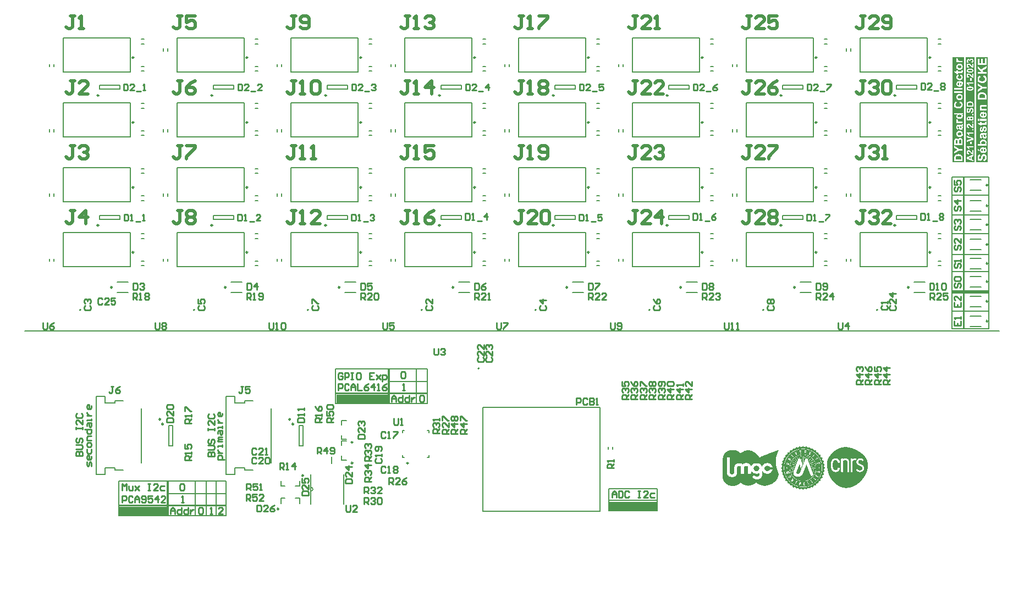
<source format=gto>
G04*
G04 #@! TF.GenerationSoftware,Altium Limited,Altium Designer,22.9.1 (49)*
G04*
G04 Layer_Color=65535*
%FSLAX25Y25*%
%MOIN*%
G70*
G04*
G04 #@! TF.SameCoordinates,EA2DCB70-2D32-4E2D-AF08-B15159FC065B*
G04*
G04*
G04 #@! TF.FilePolarity,Positive*
G04*
G01*
G75*
%ADD10C,0.00984*%
%ADD11C,0.00600*%
%ADD12C,0.00500*%
%ADD13C,0.00787*%
%ADD14C,0.01000*%
%ADD15C,0.02000*%
G36*
X220000Y74520D02*
X189000D01*
Y79520D01*
X220000D01*
Y74520D01*
D02*
G37*
G36*
X471927Y48123D02*
X472060D01*
Y47990D01*
X472192D01*
Y47857D01*
X472458D01*
Y47725D01*
X472590D01*
Y47592D01*
X472988D01*
Y47725D01*
X473252D01*
Y47857D01*
X473518D01*
Y47990D01*
X473782D01*
Y48123D01*
X473915D01*
Y47990D01*
X474048D01*
Y47857D01*
X474180D01*
Y47725D01*
X474312D01*
Y47592D01*
X474445D01*
Y47460D01*
X474578D01*
Y47328D01*
X474710D01*
Y47195D01*
X474843D01*
Y47328D01*
X475240D01*
Y47460D01*
X475637D01*
Y47592D01*
X475903D01*
Y47460D01*
X476035D01*
Y47328D01*
X476167D01*
Y47063D01*
X476300D01*
Y46930D01*
X476433D01*
Y46797D01*
X476565D01*
Y46665D01*
X477227D01*
Y46797D01*
X477890D01*
Y46532D01*
X478022D01*
Y46268D01*
X478155D01*
Y46003D01*
X478288D01*
Y45737D01*
X479612D01*
Y45340D01*
X479745D01*
Y44943D01*
X479878D01*
Y44677D01*
X480010D01*
Y44545D01*
X480540D01*
Y44412D01*
X481203D01*
Y43617D01*
X481335D01*
Y43220D01*
X481467D01*
Y43088D01*
X481865D01*
Y42955D01*
X482263D01*
Y42823D01*
X482527D01*
Y41497D01*
X482793D01*
Y41365D01*
X483057D01*
Y41232D01*
X483322D01*
Y41100D01*
X483588D01*
Y40570D01*
X483455D01*
Y39775D01*
X483588D01*
Y39643D01*
X483720D01*
Y39510D01*
X483985D01*
Y39377D01*
X484118D01*
Y39245D01*
X484250D01*
Y39112D01*
X484382D01*
Y38848D01*
X484250D01*
Y38450D01*
X484118D01*
Y38052D01*
X483985D01*
Y37920D01*
X484118D01*
Y37788D01*
X484250D01*
Y37655D01*
X484382D01*
Y37523D01*
X484515D01*
Y37390D01*
X484648D01*
Y37258D01*
X484780D01*
Y37125D01*
X484912D01*
Y36992D01*
X484780D01*
Y36727D01*
X484648D01*
Y36463D01*
X484515D01*
Y36198D01*
X484382D01*
Y35800D01*
X484515D01*
Y35667D01*
X484648D01*
Y35535D01*
X484780D01*
Y35270D01*
X484912D01*
Y35138D01*
X485045D01*
Y35005D01*
X484912D01*
Y34740D01*
X484780D01*
Y34607D01*
X484648D01*
Y34343D01*
X484515D01*
Y34210D01*
X484382D01*
Y33812D01*
X484515D01*
Y33547D01*
X484648D01*
Y33283D01*
X484780D01*
Y33018D01*
X484912D01*
Y32885D01*
X484780D01*
Y32752D01*
X484648D01*
Y32620D01*
X484515D01*
Y32487D01*
X484382D01*
Y32355D01*
X484250D01*
Y32223D01*
X484118D01*
Y32090D01*
X483985D01*
Y31958D01*
X484118D01*
Y31560D01*
X484250D01*
Y31163D01*
X484382D01*
Y30898D01*
X484250D01*
Y30765D01*
X484118D01*
Y30632D01*
X483852D01*
Y30500D01*
X483720D01*
Y30367D01*
X483588D01*
Y30235D01*
X483455D01*
Y29572D01*
X483588D01*
Y28910D01*
X483322D01*
Y28778D01*
X483057D01*
Y28645D01*
X482793D01*
Y28512D01*
X482527D01*
Y27187D01*
X482130D01*
Y27055D01*
X481733D01*
Y26923D01*
X481467D01*
Y26790D01*
X481335D01*
Y26260D01*
X481203D01*
Y25598D01*
X480407D01*
Y25465D01*
X480010D01*
Y25332D01*
X479878D01*
Y24935D01*
X479745D01*
Y24538D01*
X479612D01*
Y24272D01*
X478288D01*
Y24008D01*
X478155D01*
Y23742D01*
X478022D01*
Y23478D01*
X477890D01*
Y23212D01*
X477360D01*
Y23345D01*
X476565D01*
Y23212D01*
X476433D01*
Y23080D01*
X476300D01*
Y22815D01*
X476167D01*
Y22682D01*
X476035D01*
Y22550D01*
X475903D01*
Y22418D01*
X475637D01*
Y22550D01*
X475240D01*
Y22682D01*
X474843D01*
Y22815D01*
X474710D01*
Y22682D01*
X474578D01*
Y22550D01*
X474445D01*
Y22418D01*
X474312D01*
Y22285D01*
X474180D01*
Y22152D01*
X474048D01*
Y22020D01*
X473915D01*
Y21888D01*
X473782D01*
Y22020D01*
X473518D01*
Y22152D01*
X473252D01*
Y22285D01*
X472988D01*
Y22418D01*
X472590D01*
Y22285D01*
X472458D01*
Y22152D01*
X472325D01*
Y22020D01*
X472060D01*
Y21888D01*
X471927D01*
Y21755D01*
X471663D01*
Y21888D01*
X471530D01*
Y22020D01*
X471397D01*
Y22152D01*
X471133D01*
Y22285D01*
X471000D01*
Y22418D01*
X470603D01*
Y22285D01*
X470337D01*
Y22152D01*
X470073D01*
Y22020D01*
X469807D01*
Y21888D01*
X469675D01*
Y22020D01*
X469543D01*
Y22152D01*
X469410D01*
Y22285D01*
X469277D01*
Y22418D01*
X469145D01*
Y22550D01*
X469012D01*
Y22682D01*
X468880D01*
Y22815D01*
X468748D01*
Y22682D01*
X468350D01*
Y22550D01*
X467952D01*
Y22418D01*
X467688D01*
Y22550D01*
X467555D01*
Y22682D01*
X467422D01*
Y22948D01*
X467290D01*
Y23080D01*
X467158D01*
Y23212D01*
X467025D01*
Y23345D01*
X466362D01*
Y23212D01*
X465700D01*
Y23478D01*
X465567D01*
Y23742D01*
X465435D01*
Y24008D01*
X465303D01*
Y24272D01*
X463977D01*
Y24670D01*
X463845D01*
Y25067D01*
X463713D01*
Y25332D01*
X463580D01*
Y25465D01*
X463050D01*
Y25598D01*
X462388D01*
Y26392D01*
X462255D01*
Y26790D01*
X462122D01*
Y26923D01*
X461725D01*
Y27055D01*
X461328D01*
Y27187D01*
X461062D01*
Y28512D01*
X460798D01*
Y28645D01*
X460533D01*
Y28778D01*
X460267D01*
Y28910D01*
X460003D01*
Y29440D01*
X460135D01*
Y30235D01*
X460003D01*
Y30367D01*
X459870D01*
Y30500D01*
X459605D01*
Y30632D01*
X459473D01*
Y30765D01*
X459340D01*
Y30898D01*
X459207D01*
Y31163D01*
X459340D01*
Y31560D01*
X459473D01*
Y31958D01*
X459605D01*
Y32090D01*
X459473D01*
Y32223D01*
X459340D01*
Y32355D01*
X459207D01*
Y32487D01*
X459075D01*
Y32620D01*
X458943D01*
Y32752D01*
X458810D01*
Y32885D01*
X458677D01*
Y33018D01*
X458810D01*
Y33283D01*
X458943D01*
Y33547D01*
X459075D01*
Y33812D01*
X459207D01*
Y34210D01*
X459075D01*
Y34343D01*
X458943D01*
Y34475D01*
X458810D01*
Y34740D01*
X458677D01*
Y34872D01*
X458545D01*
Y35138D01*
X458677D01*
Y35270D01*
X458810D01*
Y35403D01*
X458943D01*
Y35667D01*
X459075D01*
Y35800D01*
X459207D01*
Y36198D01*
X459075D01*
Y36463D01*
X458943D01*
Y36727D01*
X458810D01*
Y36992D01*
X458677D01*
Y37125D01*
X458810D01*
Y37258D01*
X458943D01*
Y37390D01*
X459075D01*
Y37523D01*
X459207D01*
Y37655D01*
X459340D01*
Y37788D01*
X459473D01*
Y37920D01*
X459605D01*
Y38052D01*
X459473D01*
Y38450D01*
X459340D01*
Y38848D01*
X459207D01*
Y39112D01*
X459340D01*
Y39245D01*
X459473D01*
Y39377D01*
X459737D01*
Y39510D01*
X459870D01*
Y39643D01*
X460003D01*
Y39775D01*
X460135D01*
Y40437D01*
X460003D01*
Y41100D01*
X460267D01*
Y41232D01*
X460533D01*
Y41365D01*
X460798D01*
Y41497D01*
X461062D01*
Y42823D01*
X461460D01*
Y42955D01*
X461858D01*
Y43088D01*
X462122D01*
Y43220D01*
X462255D01*
Y43750D01*
X462388D01*
Y44412D01*
X463182D01*
Y44545D01*
X463580D01*
Y44677D01*
X463713D01*
Y45075D01*
X463845D01*
Y45472D01*
X463977D01*
Y45737D01*
X465303D01*
Y46003D01*
X465435D01*
Y46268D01*
X465567D01*
Y46532D01*
X465700D01*
Y46797D01*
X466230D01*
Y46665D01*
X467025D01*
Y46797D01*
X467158D01*
Y46930D01*
X467290D01*
Y47195D01*
X467422D01*
Y47328D01*
X467555D01*
Y47460D01*
X467688D01*
Y47592D01*
X467952D01*
Y47460D01*
X468350D01*
Y47328D01*
X468748D01*
Y47195D01*
X468880D01*
Y47328D01*
X469012D01*
Y47460D01*
X469145D01*
Y47592D01*
X469277D01*
Y47725D01*
X469410D01*
Y47857D01*
X469543D01*
Y47990D01*
X469675D01*
Y48123D01*
X469807D01*
Y47990D01*
X470073D01*
Y47857D01*
X470337D01*
Y47725D01*
X470603D01*
Y47592D01*
X471000D01*
Y47725D01*
X471133D01*
Y47857D01*
X471265D01*
Y47990D01*
X471530D01*
Y48123D01*
X471663D01*
Y48255D01*
X471927D01*
Y48123D01*
D02*
G37*
G36*
X456814Y45589D02*
X456933D01*
Y45230D01*
X456814D01*
Y44872D01*
X456694D01*
Y44633D01*
X456575D01*
Y44394D01*
X456456D01*
Y44036D01*
X456336D01*
Y43797D01*
X456217D01*
Y43558D01*
X456097D01*
Y43200D01*
X455978D01*
Y42842D01*
X455858D01*
Y42483D01*
X455739D01*
Y42125D01*
X455619D01*
Y41647D01*
X455500D01*
Y41050D01*
X455381D01*
Y40333D01*
X455261D01*
Y37347D01*
X455381D01*
Y36630D01*
X455500D01*
Y35914D01*
X455619D01*
Y35436D01*
X455739D01*
Y35078D01*
X455858D01*
Y34600D01*
X455978D01*
Y34242D01*
X456097D01*
Y33883D01*
X456217D01*
Y33644D01*
X456336D01*
Y33286D01*
X456456D01*
Y33047D01*
X456575D01*
Y32689D01*
X456694D01*
Y32331D01*
X456814D01*
Y31614D01*
X456933D01*
Y30419D01*
X456814D01*
Y29703D01*
X456694D01*
Y29344D01*
X456575D01*
Y29105D01*
X456456D01*
Y28747D01*
X456336D01*
Y28508D01*
X456217D01*
Y28269D01*
X456097D01*
Y28150D01*
X455978D01*
Y27911D01*
X455858D01*
Y27792D01*
X455739D01*
Y27672D01*
X455619D01*
Y27433D01*
X455500D01*
Y27314D01*
X455381D01*
Y27194D01*
X455261D01*
Y27075D01*
X455142D01*
Y26956D01*
X455022D01*
Y26836D01*
X454903D01*
Y26717D01*
X454783D01*
Y26597D01*
X454664D01*
Y26478D01*
X454544D01*
Y26358D01*
X454306D01*
Y26239D01*
X454186D01*
Y26119D01*
X454067D01*
Y26000D01*
X453828D01*
Y25881D01*
X453708D01*
Y25761D01*
X453469D01*
Y25642D01*
X453350D01*
Y25522D01*
X453111D01*
Y25403D01*
X452872D01*
Y25283D01*
X452633D01*
Y25164D01*
X452394D01*
Y25044D01*
X452156D01*
Y24925D01*
X451797D01*
Y24805D01*
X451439D01*
Y24686D01*
X451200D01*
Y24567D01*
X450722D01*
Y24447D01*
X450244D01*
Y24328D01*
X449528D01*
Y24208D01*
X447617D01*
Y24328D01*
X446900D01*
Y24447D01*
X446422D01*
Y24567D01*
X446064D01*
Y24686D01*
X445706D01*
Y24805D01*
X445467D01*
Y24925D01*
X445108D01*
Y25044D01*
X444989D01*
Y25164D01*
X444750D01*
Y25283D01*
X444511D01*
Y25403D01*
X444272D01*
Y25522D01*
X444153D01*
Y25642D01*
X444033D01*
Y25761D01*
X443794D01*
Y25881D01*
X443675D01*
Y26000D01*
X443556D01*
Y26119D01*
X443197D01*
Y26000D01*
X443078D01*
Y25881D01*
X442958D01*
Y25761D01*
X442839D01*
Y25642D01*
X442600D01*
Y25522D01*
X442481D01*
Y25403D01*
X442242D01*
Y25283D01*
X442122D01*
Y25164D01*
X441883D01*
Y25044D01*
X441644D01*
Y24925D01*
X441406D01*
Y24805D01*
X441167D01*
Y24686D01*
X440808D01*
Y24567D01*
X440450D01*
Y24447D01*
X439972D01*
Y24328D01*
X439017D01*
Y24208D01*
X438658D01*
Y24328D01*
X438539D01*
Y24208D01*
X438181D01*
Y24328D01*
X437344D01*
Y24447D01*
X436867D01*
Y24567D01*
X436508D01*
Y24686D01*
X436150D01*
Y24805D01*
X435792D01*
Y24925D01*
X435553D01*
Y25044D01*
X435314D01*
Y25164D01*
X435194D01*
Y25283D01*
X434956D01*
Y25403D01*
X434717D01*
Y25522D01*
X434597D01*
Y25642D01*
X434478D01*
Y25761D01*
X434239D01*
Y25881D01*
X434119D01*
Y26000D01*
X433881D01*
Y25881D01*
X433761D01*
Y25761D01*
X433642D01*
Y25642D01*
X433522D01*
Y25522D01*
X433403D01*
Y25403D01*
X433283D01*
Y25283D01*
X433164D01*
Y25164D01*
X432925D01*
Y25044D01*
X432806D01*
Y24925D01*
X432567D01*
Y24805D01*
X432328D01*
Y24686D01*
X432089D01*
Y24567D01*
X431731D01*
Y24447D01*
X431492D01*
Y24328D01*
X430894D01*
Y24208D01*
X427669D01*
Y24328D01*
X426953D01*
Y24447D01*
X426475D01*
Y24567D01*
X426356D01*
Y24686D01*
X426117D01*
Y24805D01*
X425997D01*
Y24925D01*
X425758D01*
Y25044D01*
X425519D01*
Y25164D01*
X425400D01*
Y25283D01*
X425161D01*
Y25403D01*
X425042D01*
Y25522D01*
X424922D01*
Y25642D01*
X424803D01*
Y25761D01*
X424683D01*
Y25881D01*
X424564D01*
Y26000D01*
X424444D01*
Y26119D01*
X424325D01*
Y26358D01*
X424206D01*
Y26478D01*
X424086D01*
Y26597D01*
X423967D01*
Y26836D01*
X423847D01*
Y27075D01*
X423728D01*
Y27194D01*
X423608D01*
Y27433D01*
X423489D01*
Y27672D01*
X423369D01*
Y28030D01*
X423250D01*
Y28508D01*
X423131D01*
Y41050D01*
X423250D01*
Y41647D01*
X423369D01*
Y42125D01*
X423489D01*
Y42483D01*
X423608D01*
Y42722D01*
X423728D01*
Y42961D01*
X423847D01*
Y43200D01*
X423967D01*
Y43319D01*
X424086D01*
Y43558D01*
X424206D01*
Y43678D01*
X424325D01*
Y43797D01*
X424444D01*
Y43917D01*
X424564D01*
Y44036D01*
X424683D01*
Y44155D01*
X424803D01*
Y44275D01*
X424922D01*
Y44394D01*
X425042D01*
Y44514D01*
X425161D01*
Y44633D01*
X425281D01*
Y44753D01*
X425400D01*
Y44872D01*
X425639D01*
Y44992D01*
X425878D01*
Y45111D01*
X426117D01*
Y45230D01*
X426236D01*
Y45350D01*
X426594D01*
Y45469D01*
X427072D01*
Y45589D01*
X427789D01*
Y45708D01*
X430536D01*
Y45589D01*
X431253D01*
Y45469D01*
X431731D01*
Y45350D01*
X431969D01*
Y45230D01*
X432208D01*
Y45111D01*
X432447D01*
Y44992D01*
X432686D01*
Y44872D01*
X432925D01*
Y44753D01*
X433044D01*
Y44633D01*
X433164D01*
Y44514D01*
X433283D01*
Y44394D01*
X433403D01*
Y44275D01*
X433522D01*
Y44155D01*
X433761D01*
Y44036D01*
X433881D01*
Y43917D01*
X434119D01*
Y44036D01*
X434358D01*
Y44155D01*
X434478D01*
Y44275D01*
X434597D01*
Y44394D01*
X434836D01*
Y44514D01*
X434956D01*
Y44633D01*
X435194D01*
Y44753D01*
X435433D01*
Y44872D01*
X435672D01*
Y44992D01*
X435911D01*
Y45111D01*
X436150D01*
Y45230D01*
X436508D01*
Y45350D01*
X436986D01*
Y45469D01*
X437464D01*
Y45589D01*
X439733D01*
Y45469D01*
X440331D01*
Y45350D01*
X440689D01*
Y45230D01*
X441047D01*
Y45111D01*
X441286D01*
Y44992D01*
X441525D01*
Y44872D01*
X441764D01*
Y44753D01*
X442003D01*
Y44633D01*
X442242D01*
Y44514D01*
X442361D01*
Y44394D01*
X442600D01*
Y44275D01*
X442719D01*
Y44155D01*
X442958D01*
Y44036D01*
X443078D01*
Y43917D01*
X443197D01*
Y43797D01*
X443317D01*
Y43678D01*
X443436D01*
Y43558D01*
X443556D01*
Y43439D01*
X443675D01*
Y43319D01*
X443794D01*
Y43200D01*
X443914D01*
Y43080D01*
X444033D01*
Y42961D01*
X444153D01*
Y42842D01*
X444272D01*
Y42722D01*
X444392D01*
Y42603D01*
X444511D01*
Y42364D01*
X444631D01*
Y42244D01*
X444750D01*
Y42125D01*
X444869D01*
Y41886D01*
X444989D01*
Y41767D01*
X445108D01*
Y41528D01*
X445228D01*
Y41408D01*
X445347D01*
Y41289D01*
X445467D01*
Y41408D01*
X445706D01*
Y41528D01*
X445944D01*
Y41647D01*
X446183D01*
Y41767D01*
X446422D01*
Y41886D01*
X446661D01*
Y42006D01*
X447019D01*
Y42125D01*
X447258D01*
Y42244D01*
X447497D01*
Y42364D01*
X447856D01*
Y42483D01*
X448094D01*
Y42603D01*
X448453D01*
Y42722D01*
X448811D01*
Y42842D01*
X449050D01*
Y42961D01*
X449408D01*
Y43080D01*
X449767D01*
Y43200D01*
X450006D01*
Y43319D01*
X450364D01*
Y43439D01*
X450603D01*
Y43558D01*
X450961D01*
Y43678D01*
X451319D01*
Y43797D01*
X451558D01*
Y43917D01*
X451917D01*
Y44036D01*
X452156D01*
Y44155D01*
X452514D01*
Y44275D01*
X452872D01*
Y44394D01*
X453111D01*
Y44514D01*
X453469D01*
Y44633D01*
X453708D01*
Y44753D01*
X454067D01*
Y44872D01*
X454306D01*
Y44992D01*
X454664D01*
Y45111D01*
X455022D01*
Y45230D01*
X455381D01*
Y45350D01*
X455619D01*
Y45469D01*
X455978D01*
Y45589D01*
X456456D01*
Y45708D01*
X456814D01*
Y45589D01*
D02*
G37*
G36*
X497779Y47600D02*
X498096D01*
Y47588D01*
X498291D01*
Y47576D01*
X498462D01*
Y47563D01*
X498597D01*
Y47551D01*
X498719D01*
Y47539D01*
X498816D01*
Y47527D01*
X498926D01*
Y47515D01*
X499024D01*
Y47502D01*
X499109D01*
Y47490D01*
X499195D01*
Y47478D01*
X499280D01*
Y47466D01*
X499354D01*
Y47454D01*
X499427D01*
Y47441D01*
X499500D01*
Y47429D01*
X499573D01*
Y47417D01*
X499634D01*
Y47405D01*
X499708D01*
Y47393D01*
X499768D01*
Y47380D01*
X499830D01*
Y47368D01*
X499891D01*
Y47356D01*
X499952D01*
Y47344D01*
X500013D01*
Y47332D01*
X500062D01*
Y47319D01*
X500122D01*
Y47307D01*
X500171D01*
Y47295D01*
X500232D01*
Y47283D01*
X500281D01*
Y47271D01*
X500330D01*
Y47258D01*
X500379D01*
Y47246D01*
X500428D01*
Y47234D01*
X500477D01*
Y47222D01*
X500525D01*
Y47210D01*
X500574D01*
Y47197D01*
X500623D01*
Y47185D01*
X500672D01*
Y47173D01*
X500721D01*
Y47161D01*
X500757D01*
Y47148D01*
X500806D01*
Y47136D01*
X500855D01*
Y47124D01*
X500892D01*
Y47112D01*
X500940D01*
Y47100D01*
X500977D01*
Y47087D01*
X501026D01*
Y47075D01*
X501062D01*
Y47063D01*
X501099D01*
Y47051D01*
X501148D01*
Y47039D01*
X501185D01*
Y47026D01*
X501221D01*
Y47014D01*
X501258D01*
Y47002D01*
X501307D01*
Y46990D01*
X501343D01*
Y46977D01*
X501380D01*
Y46965D01*
X501416D01*
Y46953D01*
X501453D01*
Y46941D01*
X501490D01*
Y46929D01*
X501526D01*
Y46916D01*
X501563D01*
Y46904D01*
X501600D01*
Y46892D01*
X501636D01*
Y46880D01*
X501673D01*
Y46868D01*
X501710D01*
Y46856D01*
X501746D01*
Y46843D01*
X501783D01*
Y46831D01*
X501819D01*
Y46819D01*
X501844D01*
Y46807D01*
X501880D01*
Y46794D01*
X501917D01*
Y46782D01*
X501954D01*
Y46770D01*
X501990D01*
Y46758D01*
X502015D01*
Y46746D01*
X502051D01*
Y46733D01*
X502088D01*
Y46721D01*
X502112D01*
Y46709D01*
X502149D01*
Y46697D01*
X502185D01*
Y46685D01*
X502210D01*
Y46672D01*
X502247D01*
Y46660D01*
X502271D01*
Y46648D01*
X502308D01*
Y46636D01*
X502344D01*
Y46624D01*
X502369D01*
Y46611D01*
X502405D01*
Y46599D01*
X502430D01*
Y46587D01*
X502466D01*
Y46575D01*
X502491D01*
Y46562D01*
X502527D01*
Y46550D01*
X502552D01*
Y46538D01*
X502588D01*
Y46526D01*
X502613D01*
Y46514D01*
X502637D01*
Y46501D01*
X502674D01*
Y46489D01*
X502698D01*
Y46477D01*
X502735D01*
Y46465D01*
X502759D01*
Y46453D01*
X502784D01*
Y46440D01*
X502820D01*
Y46428D01*
X502845D01*
Y46416D01*
X502869D01*
Y46404D01*
X502906D01*
Y46392D01*
X502930D01*
Y46379D01*
X502955D01*
Y46367D01*
X502991D01*
Y46355D01*
X503016D01*
Y46343D01*
X503040D01*
Y46331D01*
X503064D01*
Y46318D01*
X503101D01*
Y46306D01*
X503125D01*
Y46294D01*
X503150D01*
Y46282D01*
X503174D01*
Y46270D01*
X503211D01*
Y46257D01*
X503235D01*
Y46245D01*
X503260D01*
Y46233D01*
X503284D01*
Y46221D01*
X503309D01*
Y46209D01*
X503333D01*
Y46196D01*
X503370D01*
Y46184D01*
X503394D01*
Y46172D01*
X503418D01*
Y46160D01*
X503443D01*
Y46148D01*
X503467D01*
Y46135D01*
X503492D01*
Y46123D01*
X503516D01*
Y46111D01*
X503541D01*
Y46099D01*
X503565D01*
Y46086D01*
X503602D01*
Y46074D01*
X503626D01*
Y46062D01*
X503650D01*
Y46050D01*
X503675D01*
Y46038D01*
X503699D01*
Y46025D01*
X503724D01*
Y46013D01*
X503748D01*
Y46001D01*
X503772D01*
Y45989D01*
X503797D01*
Y45977D01*
X503821D01*
Y45964D01*
X503846D01*
Y45952D01*
X503870D01*
Y45940D01*
X503895D01*
Y45928D01*
X503919D01*
Y45915D01*
X503943D01*
Y45903D01*
X503968D01*
Y45891D01*
X503992D01*
Y45879D01*
X504017D01*
Y45867D01*
X504041D01*
Y45854D01*
X504065D01*
Y45842D01*
X504090D01*
Y45830D01*
X504114D01*
Y45818D01*
X504139D01*
Y45806D01*
X504163D01*
Y45794D01*
X504175D01*
Y45781D01*
X504200D01*
Y45769D01*
X504224D01*
Y45757D01*
X504249D01*
Y45745D01*
X504273D01*
Y45732D01*
X504297D01*
Y45720D01*
X504322D01*
Y45708D01*
X504346D01*
Y45696D01*
X504371D01*
Y45684D01*
X504383D01*
Y45671D01*
X504407D01*
Y45659D01*
X504432D01*
Y45647D01*
X504456D01*
Y45635D01*
X504481D01*
Y45623D01*
X504505D01*
Y45610D01*
X504529D01*
Y45598D01*
X504541D01*
Y45586D01*
X504566D01*
Y45574D01*
X504590D01*
Y45562D01*
X504615D01*
Y45549D01*
X504639D01*
Y45537D01*
X504664D01*
Y45525D01*
X504676D01*
Y45513D01*
X504700D01*
Y45500D01*
X504725D01*
Y45488D01*
X504749D01*
Y45476D01*
X504761D01*
Y45464D01*
X504786D01*
Y45452D01*
X504810D01*
Y45439D01*
X504835D01*
Y45427D01*
X504859D01*
Y45415D01*
X504871D01*
Y45403D01*
X504895D01*
Y45391D01*
X504920D01*
Y45378D01*
X504944D01*
Y45366D01*
X504956D01*
Y45354D01*
X504981D01*
Y45342D01*
X505005D01*
Y45330D01*
X505030D01*
Y45317D01*
X505042D01*
Y45305D01*
X505066D01*
Y45293D01*
X505091D01*
Y45281D01*
X505103D01*
Y45268D01*
X505127D01*
Y45256D01*
X505152D01*
Y45244D01*
X505164D01*
Y45232D01*
X505189D01*
Y45220D01*
X505213D01*
Y45208D01*
X505237D01*
Y45195D01*
X505250D01*
Y45183D01*
X505274D01*
Y45171D01*
X505298D01*
Y45159D01*
X505310D01*
Y45147D01*
X505335D01*
Y45134D01*
X505359D01*
Y45122D01*
X505372D01*
Y45110D01*
X505396D01*
Y45098D01*
X505420D01*
Y45085D01*
X505433D01*
Y45073D01*
X505457D01*
Y45061D01*
X505481D01*
Y45049D01*
X505494D01*
Y45037D01*
X505518D01*
Y45024D01*
X505530D01*
Y45012D01*
X505555D01*
Y45000D01*
X505579D01*
Y44988D01*
X505591D01*
Y44976D01*
X505616D01*
Y44963D01*
X505640D01*
Y44951D01*
X505652D01*
Y44939D01*
X505677D01*
Y44927D01*
X505701D01*
Y44915D01*
X505713D01*
Y44902D01*
X505738D01*
Y44890D01*
X505750D01*
Y44878D01*
X505774D01*
Y44866D01*
X505787D01*
Y44853D01*
X505811D01*
Y44841D01*
X505835D01*
Y44829D01*
X505848D01*
Y44817D01*
X505872D01*
Y44805D01*
X505884D01*
Y44793D01*
X505909D01*
Y44780D01*
X505921D01*
Y44768D01*
X505945D01*
Y44756D01*
X505970D01*
Y44744D01*
X505982D01*
Y44732D01*
X506006D01*
Y44719D01*
X506018D01*
Y44707D01*
X506043D01*
Y44695D01*
X506055D01*
Y44683D01*
X506080D01*
Y44670D01*
X506092D01*
Y44658D01*
X506116D01*
Y44646D01*
X506128D01*
Y44634D01*
X506153D01*
Y44622D01*
X506177D01*
Y44609D01*
X506189D01*
Y44597D01*
X506214D01*
Y44585D01*
X506226D01*
Y44573D01*
X506250D01*
Y44561D01*
X506263D01*
Y44548D01*
X506287D01*
Y44536D01*
X506299D01*
Y44524D01*
X506324D01*
Y44512D01*
X506336D01*
Y44499D01*
X506360D01*
Y44487D01*
X506372D01*
Y44475D01*
X506397D01*
Y44463D01*
X506409D01*
Y44451D01*
X506434D01*
Y44438D01*
X506446D01*
Y44426D01*
X506470D01*
Y44414D01*
X506482D01*
Y44402D01*
X506507D01*
Y44390D01*
X506519D01*
Y44377D01*
X506543D01*
Y44365D01*
X506556D01*
Y44353D01*
X506580D01*
Y44341D01*
X506592D01*
Y44329D01*
X506604D01*
Y44316D01*
X506629D01*
Y44304D01*
X506641D01*
Y44292D01*
X506666D01*
Y44280D01*
X506678D01*
Y44268D01*
X506702D01*
Y44255D01*
X506714D01*
Y44243D01*
X506739D01*
Y44231D01*
X506751D01*
Y44219D01*
X506775D01*
Y44207D01*
X506788D01*
Y44194D01*
X506800D01*
Y44182D01*
X506824D01*
Y44170D01*
X506836D01*
Y44158D01*
X506861D01*
Y44146D01*
X506873D01*
Y44133D01*
X506897D01*
Y44121D01*
X506910D01*
Y44109D01*
X506922D01*
Y44097D01*
X506946D01*
Y44085D01*
X506958D01*
Y44072D01*
X506983D01*
Y44060D01*
X506995D01*
Y44048D01*
X507020D01*
Y44036D01*
X507032D01*
Y44023D01*
X507044D01*
Y44011D01*
X507068D01*
Y43999D01*
X507081D01*
Y43987D01*
X507105D01*
Y43975D01*
X507117D01*
Y43962D01*
X507129D01*
Y43950D01*
X507154D01*
Y43938D01*
X507166D01*
Y43926D01*
X507190D01*
Y43914D01*
X507203D01*
Y43901D01*
X507215D01*
Y43889D01*
X507239D01*
Y43877D01*
X507252D01*
Y43865D01*
X507264D01*
Y43852D01*
X507288D01*
Y43840D01*
X507300D01*
Y43828D01*
X507325D01*
Y43816D01*
X507337D01*
Y43804D01*
X507349D01*
Y43791D01*
X507374D01*
Y43779D01*
X507386D01*
Y43767D01*
X507398D01*
Y43755D01*
X507410D01*
Y43743D01*
X507435D01*
Y43731D01*
X507447D01*
Y43718D01*
X507459D01*
Y43706D01*
X507483D01*
Y43694D01*
X507496D01*
Y43682D01*
X507508D01*
Y43669D01*
X507532D01*
Y43657D01*
X507544D01*
Y43645D01*
X507557D01*
Y43633D01*
X507569D01*
Y43621D01*
X507593D01*
Y43608D01*
X507606D01*
Y43596D01*
X507618D01*
Y43584D01*
X507630D01*
Y43572D01*
X507654D01*
Y43560D01*
X507666D01*
Y43547D01*
X507679D01*
Y43535D01*
X507691D01*
Y43523D01*
X507715D01*
Y43511D01*
X507727D01*
Y43499D01*
X507740D01*
Y43486D01*
X507752D01*
Y43474D01*
X507764D01*
Y43462D01*
X507789D01*
Y43450D01*
X507801D01*
Y43437D01*
X507813D01*
Y43425D01*
X507825D01*
Y43413D01*
X507837D01*
Y43401D01*
X507862D01*
Y43389D01*
X507874D01*
Y43376D01*
X507886D01*
Y43364D01*
X507898D01*
Y43352D01*
X507911D01*
Y43340D01*
X507935D01*
Y43328D01*
X507947D01*
Y43315D01*
X507960D01*
Y43303D01*
X507972D01*
Y43291D01*
X507984D01*
Y43279D01*
X507996D01*
Y43267D01*
X508008D01*
Y43254D01*
X508033D01*
Y43242D01*
X508045D01*
Y43230D01*
X508057D01*
Y43218D01*
X508069D01*
Y43206D01*
X508081D01*
Y43193D01*
X508094D01*
Y43181D01*
X508106D01*
Y43169D01*
X508118D01*
Y43157D01*
X508130D01*
Y43145D01*
X508155D01*
Y43132D01*
X508167D01*
Y43120D01*
X508179D01*
Y43108D01*
X508191D01*
Y43096D01*
X508204D01*
Y43084D01*
X508216D01*
Y43071D01*
X508228D01*
Y43059D01*
X508240D01*
Y43047D01*
X508252D01*
Y43035D01*
X508265D01*
Y43023D01*
X508277D01*
Y43010D01*
X508289D01*
Y42998D01*
X508301D01*
Y42986D01*
X508314D01*
Y42974D01*
X508338D01*
Y42961D01*
X508350D01*
Y42949D01*
X508362D01*
Y42937D01*
X508375D01*
Y42925D01*
X508387D01*
Y42913D01*
X508399D01*
Y42900D01*
X508411D01*
Y42888D01*
X508423D01*
Y42876D01*
X508435D01*
Y42864D01*
X508448D01*
Y42852D01*
X508460D01*
Y42839D01*
X508472D01*
Y42827D01*
X508484D01*
Y42815D01*
X508497D01*
Y42803D01*
X508509D01*
Y42790D01*
X508521D01*
Y42778D01*
X508533D01*
Y42766D01*
X508545D01*
Y42754D01*
X508558D01*
Y42742D01*
X508570D01*
Y42729D01*
X508582D01*
Y42717D01*
X508594D01*
Y42705D01*
X508606D01*
Y42693D01*
X508619D01*
Y42681D01*
X508631D01*
Y42669D01*
X508643D01*
Y42644D01*
X508655D01*
Y42632D01*
X508668D01*
Y42620D01*
X508680D01*
Y42607D01*
X508692D01*
Y42595D01*
X508704D01*
Y42583D01*
X508716D01*
Y42571D01*
X508729D01*
Y42559D01*
X508741D01*
Y42546D01*
X508753D01*
Y42534D01*
X508765D01*
Y42522D01*
X508777D01*
Y42510D01*
X508789D01*
Y42498D01*
X508802D01*
Y42485D01*
X508814D01*
Y42461D01*
X508826D01*
Y42449D01*
X508838D01*
Y42437D01*
X508851D01*
Y42424D01*
X508863D01*
Y42412D01*
X508875D01*
Y42400D01*
X508887D01*
Y42388D01*
X508899D01*
Y42375D01*
X508912D01*
Y42351D01*
X508924D01*
Y42339D01*
X508936D01*
Y42327D01*
X508948D01*
Y42314D01*
X508960D01*
Y42302D01*
X508973D01*
Y42290D01*
X508985D01*
Y42278D01*
X508997D01*
Y42253D01*
X509009D01*
Y42241D01*
X509022D01*
Y42229D01*
X509034D01*
Y42217D01*
X509046D01*
Y42205D01*
X509058D01*
Y42180D01*
X509070D01*
Y42168D01*
X509083D01*
Y42156D01*
X509095D01*
Y42143D01*
X509107D01*
Y42131D01*
X509119D01*
Y42107D01*
X509131D01*
Y42095D01*
X509143D01*
Y42083D01*
X509156D01*
Y42070D01*
X509168D01*
Y42046D01*
X509180D01*
Y42034D01*
X509192D01*
Y42022D01*
X509205D01*
Y42009D01*
X509217D01*
Y41985D01*
X509229D01*
Y41973D01*
X509241D01*
Y41960D01*
X509253D01*
Y41948D01*
X509266D01*
Y41924D01*
X509278D01*
Y41912D01*
X509290D01*
Y41899D01*
X509302D01*
Y41875D01*
X509314D01*
Y41863D01*
X509327D01*
Y41851D01*
X509339D01*
Y41838D01*
X509351D01*
Y41814D01*
X509363D01*
Y41802D01*
X509375D01*
Y41790D01*
X509388D01*
Y41765D01*
X509400D01*
Y41753D01*
X509412D01*
Y41728D01*
X509424D01*
Y41716D01*
X509437D01*
Y41704D01*
X509449D01*
Y41680D01*
X509461D01*
Y41668D01*
X509473D01*
Y41655D01*
X509485D01*
Y41631D01*
X509497D01*
Y41619D01*
X509510D01*
Y41594D01*
X509522D01*
Y41582D01*
X509534D01*
Y41570D01*
X509546D01*
Y41545D01*
X509559D01*
Y41533D01*
X509571D01*
Y41509D01*
X509583D01*
Y41497D01*
X509595D01*
Y41472D01*
X509607D01*
Y41460D01*
X509620D01*
Y41436D01*
X509632D01*
Y41423D01*
X509644D01*
Y41399D01*
X509656D01*
Y41387D01*
X509668D01*
Y41362D01*
X509681D01*
Y41350D01*
X509693D01*
Y41326D01*
X509705D01*
Y41313D01*
X509717D01*
Y41289D01*
X509729D01*
Y41277D01*
X509742D01*
Y41252D01*
X509754D01*
Y41240D01*
X509766D01*
Y41216D01*
X509778D01*
Y41191D01*
X509791D01*
Y41179D01*
X509803D01*
Y41155D01*
X509815D01*
Y41143D01*
X509827D01*
Y41118D01*
X509839D01*
Y41094D01*
X509852D01*
Y41082D01*
X509864D01*
Y41057D01*
X509876D01*
Y41033D01*
X509888D01*
Y41021D01*
X509900D01*
Y40996D01*
X509913D01*
Y40972D01*
X509925D01*
Y40960D01*
X509937D01*
Y40935D01*
X509949D01*
Y40911D01*
X509961D01*
Y40886D01*
X509974D01*
Y40874D01*
X509986D01*
Y40850D01*
X509998D01*
Y40825D01*
X510010D01*
Y40801D01*
X510022D01*
Y40789D01*
X510035D01*
Y40764D01*
X510047D01*
Y40740D01*
X510059D01*
Y40715D01*
X510071D01*
Y40691D01*
X510083D01*
Y40666D01*
X510096D01*
Y40654D01*
X510108D01*
Y40630D01*
X510120D01*
Y40606D01*
X510132D01*
Y40581D01*
X510145D01*
Y40557D01*
X510157D01*
Y40532D01*
X510169D01*
Y40508D01*
X510181D01*
Y40483D01*
X510193D01*
Y40459D01*
X510206D01*
Y40435D01*
X510218D01*
Y40410D01*
X510230D01*
Y40386D01*
X510242D01*
Y40361D01*
X510254D01*
Y40337D01*
X510267D01*
Y40312D01*
X510279D01*
Y40288D01*
X510291D01*
Y40251D01*
X510303D01*
Y40227D01*
X510315D01*
Y40203D01*
X510328D01*
Y40178D01*
X510340D01*
Y40154D01*
X510352D01*
Y40117D01*
X510364D01*
Y40093D01*
X510377D01*
Y40068D01*
X510389D01*
Y40044D01*
X510401D01*
Y40007D01*
X510413D01*
Y39983D01*
X510425D01*
Y39959D01*
X510437D01*
Y39922D01*
X510450D01*
Y39898D01*
X510462D01*
Y39861D01*
X510474D01*
Y39836D01*
X510486D01*
Y39800D01*
X510499D01*
Y39775D01*
X510511D01*
Y39739D01*
X510523D01*
Y39714D01*
X510535D01*
Y39678D01*
X510547D01*
Y39641D01*
X510560D01*
Y39617D01*
X510572D01*
Y39580D01*
X510584D01*
Y39544D01*
X510596D01*
Y39519D01*
X510608D01*
Y39482D01*
X510621D01*
Y39446D01*
X510633D01*
Y39409D01*
X510645D01*
Y39373D01*
X510657D01*
Y39336D01*
X510669D01*
Y39299D01*
X510682D01*
Y39263D01*
X510694D01*
Y39226D01*
X510706D01*
Y39189D01*
X510718D01*
Y39141D01*
X510731D01*
Y39104D01*
X510743D01*
Y39067D01*
X510755D01*
Y39018D01*
X510767D01*
Y38982D01*
X510779D01*
Y38933D01*
X510791D01*
Y38897D01*
X510804D01*
Y38848D01*
X510816D01*
Y38799D01*
X510828D01*
Y38750D01*
X510840D01*
Y38701D01*
X510852D01*
Y38652D01*
X510865D01*
Y38603D01*
X510877D01*
Y38555D01*
X510889D01*
Y38506D01*
X510901D01*
Y38445D01*
X510914D01*
Y38384D01*
X510926D01*
Y38323D01*
X510938D01*
Y38274D01*
X510950D01*
Y38201D01*
X510962D01*
Y38140D01*
X510975D01*
Y38066D01*
X510987D01*
Y37993D01*
X510999D01*
Y37920D01*
X511011D01*
Y37835D01*
X511023D01*
Y37749D01*
X511036D01*
Y35186D01*
X511023D01*
Y35088D01*
X511011D01*
Y35002D01*
X510999D01*
Y34917D01*
X510987D01*
Y34844D01*
X510975D01*
Y34771D01*
X510962D01*
Y34697D01*
X510950D01*
Y34624D01*
X510938D01*
Y34563D01*
X510926D01*
Y34490D01*
X510914D01*
Y34429D01*
X510901D01*
Y34368D01*
X510889D01*
Y34307D01*
X510877D01*
Y34246D01*
X510865D01*
Y34197D01*
X510852D01*
Y34136D01*
X510840D01*
Y34087D01*
X510828D01*
Y34038D01*
X510816D01*
Y33977D01*
X510804D01*
Y33928D01*
X510791D01*
Y33879D01*
X510779D01*
Y33831D01*
X510767D01*
Y33782D01*
X510755D01*
Y33733D01*
X510743D01*
Y33684D01*
X510731D01*
Y33635D01*
X510718D01*
Y33599D01*
X510706D01*
Y33550D01*
X510694D01*
Y33501D01*
X510682D01*
Y33464D01*
X510669D01*
Y33415D01*
X510657D01*
Y33379D01*
X510645D01*
Y33330D01*
X510633D01*
Y33294D01*
X510621D01*
Y33257D01*
X510608D01*
Y33208D01*
X510596D01*
Y33171D01*
X510584D01*
Y33135D01*
X510572D01*
Y33098D01*
X510560D01*
Y33049D01*
X510547D01*
Y33013D01*
X510535D01*
Y32976D01*
X510523D01*
Y32939D01*
X510511D01*
Y32903D01*
X510499D01*
Y32866D01*
X510486D01*
Y32830D01*
X510474D01*
Y32793D01*
X510462D01*
Y32756D01*
X510450D01*
Y32720D01*
X510437D01*
Y32683D01*
X510425D01*
Y32659D01*
X510413D01*
Y32622D01*
X510401D01*
Y32585D01*
X510389D01*
Y32549D01*
X510377D01*
Y32512D01*
X510364D01*
Y32488D01*
X510352D01*
Y32451D01*
X510340D01*
Y32415D01*
X510328D01*
Y32390D01*
X510315D01*
Y32353D01*
X510303D01*
Y32317D01*
X510291D01*
Y32293D01*
X510279D01*
Y32256D01*
X510267D01*
Y32232D01*
X510254D01*
Y32195D01*
X510242D01*
Y32170D01*
X510230D01*
Y32134D01*
X510218D01*
Y32109D01*
X510206D01*
Y32073D01*
X510193D01*
Y32048D01*
X510181D01*
Y32012D01*
X510169D01*
Y31987D01*
X510157D01*
Y31951D01*
X510145D01*
Y31926D01*
X510132D01*
Y31902D01*
X510120D01*
Y31865D01*
X510108D01*
Y31841D01*
X510096D01*
Y31816D01*
X510083D01*
Y31780D01*
X510071D01*
Y31755D01*
X510059D01*
Y31731D01*
X510047D01*
Y31707D01*
X510035D01*
Y31670D01*
X510022D01*
Y31646D01*
X510010D01*
Y31621D01*
X509998D01*
Y31585D01*
X509986D01*
Y31560D01*
X509974D01*
Y31536D01*
X509961D01*
Y31511D01*
X509949D01*
Y31487D01*
X509937D01*
Y31462D01*
X509925D01*
Y31426D01*
X509913D01*
Y31401D01*
X509900D01*
Y31377D01*
X509888D01*
Y31352D01*
X509876D01*
Y31328D01*
X509864D01*
Y31304D01*
X509852D01*
Y31279D01*
X509839D01*
Y31255D01*
X509827D01*
Y31231D01*
X509815D01*
Y31206D01*
X509803D01*
Y31182D01*
X509791D01*
Y31145D01*
X509778D01*
Y31121D01*
X509766D01*
Y31096D01*
X509754D01*
Y31072D01*
X509742D01*
Y31047D01*
X509729D01*
Y31023D01*
X509717D01*
Y30999D01*
X509705D01*
Y30986D01*
X509693D01*
Y30962D01*
X509681D01*
Y30937D01*
X509668D01*
Y30913D01*
X509656D01*
Y30889D01*
X509644D01*
Y30864D01*
X509632D01*
Y30840D01*
X509620D01*
Y30815D01*
X509607D01*
Y30791D01*
X509595D01*
Y30767D01*
X509583D01*
Y30742D01*
X509571D01*
Y30718D01*
X509559D01*
Y30706D01*
X509546D01*
Y30681D01*
X509534D01*
Y30657D01*
X509522D01*
Y30632D01*
X509510D01*
Y30608D01*
X509497D01*
Y30584D01*
X509485D01*
Y30571D01*
X509473D01*
Y30547D01*
X509461D01*
Y30523D01*
X509449D01*
Y30498D01*
X509437D01*
Y30474D01*
X509424D01*
Y30449D01*
X509412D01*
Y30437D01*
X509400D01*
Y30413D01*
X509388D01*
Y30388D01*
X509375D01*
Y30364D01*
X509363D01*
Y30352D01*
X509351D01*
Y30327D01*
X509339D01*
Y30303D01*
X509327D01*
Y30278D01*
X509314D01*
Y30266D01*
X509302D01*
Y30242D01*
X509290D01*
Y30217D01*
X509278D01*
Y30205D01*
X509266D01*
Y30181D01*
X509253D01*
Y30156D01*
X509241D01*
Y30132D01*
X509229D01*
Y30120D01*
X509217D01*
Y30095D01*
X509205D01*
Y30071D01*
X509192D01*
Y30059D01*
X509180D01*
Y30034D01*
X509168D01*
Y30010D01*
X509156D01*
Y29998D01*
X509143D01*
Y29973D01*
X509131D01*
Y29949D01*
X509119D01*
Y29937D01*
X509107D01*
Y29912D01*
X509095D01*
Y29888D01*
X509083D01*
Y29875D01*
X509070D01*
Y29851D01*
X509058D01*
Y29839D01*
X509046D01*
Y29814D01*
X509034D01*
Y29790D01*
X509022D01*
Y29778D01*
X509009D01*
Y29753D01*
X508997D01*
Y29741D01*
X508985D01*
Y29717D01*
X508973D01*
Y29705D01*
X508960D01*
Y29680D01*
X508948D01*
Y29656D01*
X508936D01*
Y29643D01*
X508924D01*
Y29619D01*
X508912D01*
Y29607D01*
X508899D01*
Y29583D01*
X508887D01*
Y29570D01*
X508875D01*
Y29546D01*
X508863D01*
Y29534D01*
X508851D01*
Y29509D01*
X508838D01*
Y29497D01*
X508826D01*
Y29473D01*
X508814D01*
Y29460D01*
X508802D01*
Y29436D01*
X508789D01*
Y29412D01*
X508777D01*
Y29399D01*
X508765D01*
Y29375D01*
X508753D01*
Y29363D01*
X508741D01*
Y29338D01*
X508729D01*
Y29326D01*
X508716D01*
Y29314D01*
X508704D01*
Y29290D01*
X508692D01*
Y29277D01*
X508680D01*
Y29253D01*
X508668D01*
Y29241D01*
X508655D01*
Y29216D01*
X508643D01*
Y29204D01*
X508631D01*
Y29180D01*
X508619D01*
Y29168D01*
X508606D01*
Y29143D01*
X508594D01*
Y29131D01*
X508582D01*
Y29119D01*
X508570D01*
Y29094D01*
X508558D01*
Y29082D01*
X508545D01*
Y29058D01*
X508533D01*
Y29045D01*
X508521D01*
Y29021D01*
X508509D01*
Y29009D01*
X508497D01*
Y28997D01*
X508484D01*
Y28972D01*
X508472D01*
Y28960D01*
X508460D01*
Y28936D01*
X508448D01*
Y28923D01*
X508435D01*
Y28911D01*
X508423D01*
Y28887D01*
X508411D01*
Y28874D01*
X508399D01*
Y28850D01*
X508387D01*
Y28838D01*
X508375D01*
Y28826D01*
X508362D01*
Y28801D01*
X508350D01*
Y28789D01*
X508338D01*
Y28777D01*
X508326D01*
Y28752D01*
X508314D01*
Y28740D01*
X508301D01*
Y28728D01*
X508289D01*
Y28704D01*
X508277D01*
Y28691D01*
X508265D01*
Y28679D01*
X508252D01*
Y28655D01*
X508240D01*
Y28643D01*
X508228D01*
Y28630D01*
X508216D01*
Y28606D01*
X508204D01*
Y28594D01*
X508191D01*
Y28582D01*
X508179D01*
Y28557D01*
X508167D01*
Y28545D01*
X508155D01*
Y28533D01*
X508143D01*
Y28508D01*
X508130D01*
Y28496D01*
X508118D01*
Y28484D01*
X508106D01*
Y28460D01*
X508094D01*
Y28447D01*
X508081D01*
Y28435D01*
X508069D01*
Y28423D01*
X508057D01*
Y28398D01*
X508045D01*
Y28386D01*
X508033D01*
Y28374D01*
X508020D01*
Y28350D01*
X508008D01*
Y28337D01*
X507996D01*
Y28325D01*
X507984D01*
Y28313D01*
X507972D01*
Y28289D01*
X507960D01*
Y28276D01*
X507947D01*
Y28264D01*
X507935D01*
Y28252D01*
X507923D01*
Y28227D01*
X507911D01*
Y28215D01*
X507898D01*
Y28203D01*
X507886D01*
Y28191D01*
X507874D01*
Y28166D01*
X507862D01*
Y28154D01*
X507850D01*
Y28142D01*
X507837D01*
Y28130D01*
X507825D01*
Y28118D01*
X507813D01*
Y28093D01*
X507801D01*
Y28081D01*
X507789D01*
Y28069D01*
X507776D01*
Y28057D01*
X507764D01*
Y28032D01*
X507752D01*
Y28020D01*
X507740D01*
Y28008D01*
X507727D01*
Y27996D01*
X507715D01*
Y27983D01*
X507703D01*
Y27959D01*
X507691D01*
Y27947D01*
X507679D01*
Y27935D01*
X507666D01*
Y27922D01*
X507654D01*
Y27910D01*
X507642D01*
Y27886D01*
X507630D01*
Y27874D01*
X507618D01*
Y27861D01*
X507606D01*
Y27849D01*
X507593D01*
Y27837D01*
X507581D01*
Y27825D01*
X507569D01*
Y27800D01*
X507557D01*
Y27788D01*
X507544D01*
Y27776D01*
X507532D01*
Y27764D01*
X507520D01*
Y27751D01*
X507508D01*
Y27739D01*
X507496D01*
Y27715D01*
X507483D01*
Y27703D01*
X507471D01*
Y27690D01*
X507459D01*
Y27678D01*
X507447D01*
Y27666D01*
X507435D01*
Y27654D01*
X507422D01*
Y27642D01*
X507410D01*
Y27617D01*
X507398D01*
Y27605D01*
X507386D01*
Y27593D01*
X507374D01*
Y27581D01*
X507361D01*
Y27568D01*
X507349D01*
Y27556D01*
X507337D01*
Y27544D01*
X507325D01*
Y27532D01*
X507312D01*
Y27507D01*
X507300D01*
Y27495D01*
X507288D01*
Y27483D01*
X507276D01*
Y27471D01*
X507264D01*
Y27459D01*
X507252D01*
Y27446D01*
X507239D01*
Y27434D01*
X507227D01*
Y27422D01*
X507215D01*
Y27410D01*
X507203D01*
Y27385D01*
X507190D01*
Y27373D01*
X507178D01*
Y27361D01*
X507166D01*
Y27349D01*
X507154D01*
Y27336D01*
X507142D01*
Y27324D01*
X507129D01*
Y27312D01*
X507117D01*
Y27300D01*
X507105D01*
Y27288D01*
X507093D01*
Y27275D01*
X507081D01*
Y27263D01*
X507068D01*
Y27251D01*
X507056D01*
Y27239D01*
X507044D01*
Y27214D01*
X507032D01*
Y27202D01*
X507020D01*
Y27190D01*
X507007D01*
Y27178D01*
X506995D01*
Y27165D01*
X506983D01*
Y27153D01*
X506971D01*
Y27141D01*
X506958D01*
Y27129D01*
X506946D01*
Y27117D01*
X506934D01*
Y27104D01*
X506922D01*
Y27092D01*
X506910D01*
Y27080D01*
X506897D01*
Y27068D01*
X506885D01*
Y27056D01*
X506873D01*
Y27044D01*
X506861D01*
Y27031D01*
X506849D01*
Y27019D01*
X506836D01*
Y27007D01*
X506824D01*
Y26995D01*
X506812D01*
Y26982D01*
X506800D01*
Y26970D01*
X506788D01*
Y26958D01*
X506775D01*
Y26946D01*
X506763D01*
Y26934D01*
X506751D01*
Y26921D01*
X506739D01*
Y26909D01*
X506727D01*
Y26897D01*
X506714D01*
Y26873D01*
X506690D01*
Y26860D01*
X506678D01*
Y26848D01*
X506666D01*
Y26836D01*
X506653D01*
Y26824D01*
X506641D01*
Y26812D01*
X506629D01*
Y26799D01*
X506617D01*
Y26787D01*
X506604D01*
Y26775D01*
X506592D01*
Y26763D01*
X506580D01*
Y26750D01*
X506568D01*
Y26738D01*
X506556D01*
Y26726D01*
X506543D01*
Y26714D01*
X506531D01*
Y26702D01*
X506519D01*
Y26689D01*
X506507D01*
Y26677D01*
X506495D01*
Y26665D01*
X506482D01*
Y26653D01*
X506470D01*
Y26641D01*
X506458D01*
Y26628D01*
X506446D01*
Y26616D01*
X506434D01*
Y26604D01*
X506421D01*
Y26592D01*
X506409D01*
Y26580D01*
X506397D01*
Y26567D01*
X506385D01*
Y26555D01*
X506372D01*
Y26543D01*
X506360D01*
Y26531D01*
X506348D01*
Y26518D01*
X506336D01*
Y26506D01*
X506324D01*
Y26494D01*
X506312D01*
Y26482D01*
X506299D01*
Y26470D01*
X506275D01*
Y26458D01*
X506263D01*
Y26445D01*
X506250D01*
Y26433D01*
X506238D01*
Y26421D01*
X506226D01*
Y26409D01*
X506214D01*
Y26397D01*
X506202D01*
Y26384D01*
X506189D01*
Y26372D01*
X506177D01*
Y26360D01*
X506165D01*
Y26348D01*
X506153D01*
Y26335D01*
X506141D01*
Y26323D01*
X506116D01*
Y26311D01*
X506104D01*
Y26299D01*
X506092D01*
Y26287D01*
X506080D01*
Y26274D01*
X506067D01*
Y26262D01*
X506055D01*
Y26250D01*
X506043D01*
Y26238D01*
X506031D01*
Y26226D01*
X506018D01*
Y26213D01*
X505994D01*
Y26201D01*
X505982D01*
Y26189D01*
X505970D01*
Y26177D01*
X505958D01*
Y26165D01*
X505945D01*
Y26152D01*
X505933D01*
Y26140D01*
X505921D01*
Y26128D01*
X505909D01*
Y26116D01*
X505884D01*
Y26103D01*
X505872D01*
Y26091D01*
X505860D01*
Y26079D01*
X505848D01*
Y26067D01*
X505835D01*
Y26055D01*
X505823D01*
Y26043D01*
X505811D01*
Y26030D01*
X505787D01*
Y26018D01*
X505774D01*
Y26006D01*
X505762D01*
Y25994D01*
X505750D01*
Y25982D01*
X505738D01*
Y25969D01*
X505726D01*
Y25957D01*
X505701D01*
Y25945D01*
X505689D01*
Y25933D01*
X505677D01*
Y25920D01*
X505664D01*
Y25908D01*
X505652D01*
Y25896D01*
X505640D01*
Y25884D01*
X505616D01*
Y25872D01*
X505604D01*
Y25859D01*
X505591D01*
Y25847D01*
X505579D01*
Y25835D01*
X505567D01*
Y25823D01*
X505543D01*
Y25811D01*
X505530D01*
Y25798D01*
X505518D01*
Y25786D01*
X505506D01*
Y25774D01*
X505494D01*
Y25762D01*
X505469D01*
Y25749D01*
X505457D01*
Y25737D01*
X505445D01*
Y25725D01*
X505433D01*
Y25713D01*
X505408D01*
Y25701D01*
X505396D01*
Y25688D01*
X505384D01*
Y25676D01*
X505372D01*
Y25664D01*
X505347D01*
Y25652D01*
X505335D01*
Y25640D01*
X505323D01*
Y25627D01*
X505310D01*
Y25615D01*
X505286D01*
Y25603D01*
X505274D01*
Y25591D01*
X505262D01*
Y25579D01*
X505250D01*
Y25566D01*
X505225D01*
Y25554D01*
X505213D01*
Y25542D01*
X505201D01*
Y25530D01*
X505189D01*
Y25518D01*
X505164D01*
Y25505D01*
X505152D01*
Y25493D01*
X505140D01*
Y25481D01*
X505115D01*
Y25469D01*
X505103D01*
Y25457D01*
X505091D01*
Y25444D01*
X505066D01*
Y25432D01*
X505054D01*
Y25420D01*
X505042D01*
Y25408D01*
X505030D01*
Y25396D01*
X505005D01*
Y25383D01*
X504993D01*
Y25371D01*
X504981D01*
Y25359D01*
X504956D01*
Y25347D01*
X504944D01*
Y25335D01*
X504932D01*
Y25322D01*
X504908D01*
Y25310D01*
X504895D01*
Y25298D01*
X504871D01*
Y25286D01*
X504859D01*
Y25273D01*
X504847D01*
Y25261D01*
X504822D01*
Y25249D01*
X504810D01*
Y25237D01*
X504798D01*
Y25225D01*
X504773D01*
Y25212D01*
X504761D01*
Y25200D01*
X504749D01*
Y25188D01*
X504725D01*
Y25176D01*
X504712D01*
Y25164D01*
X504688D01*
Y25151D01*
X504676D01*
Y25139D01*
X504664D01*
Y25127D01*
X504639D01*
Y25115D01*
X504627D01*
Y25102D01*
X504602D01*
Y25090D01*
X504590D01*
Y25078D01*
X504578D01*
Y25066D01*
X504554D01*
Y25054D01*
X504541D01*
Y25041D01*
X504517D01*
Y25029D01*
X504505D01*
Y25017D01*
X504481D01*
Y25005D01*
X504468D01*
Y24993D01*
X504456D01*
Y24981D01*
X504432D01*
Y24968D01*
X504419D01*
Y24956D01*
X504395D01*
Y24944D01*
X504383D01*
Y24932D01*
X504358D01*
Y24919D01*
X504346D01*
Y24907D01*
X504322D01*
Y24895D01*
X504310D01*
Y24883D01*
X504285D01*
Y24871D01*
X504273D01*
Y24858D01*
X504249D01*
Y24846D01*
X504236D01*
Y24834D01*
X504212D01*
Y24822D01*
X504200D01*
Y24810D01*
X504175D01*
Y24797D01*
X504163D01*
Y24785D01*
X504139D01*
Y24773D01*
X504127D01*
Y24761D01*
X504102D01*
Y24748D01*
X504078D01*
Y24736D01*
X504065D01*
Y24724D01*
X504041D01*
Y24712D01*
X504029D01*
Y24700D01*
X504004D01*
Y24688D01*
X503992D01*
Y24675D01*
X503968D01*
Y24663D01*
X503943D01*
Y24651D01*
X503931D01*
Y24639D01*
X503907D01*
Y24626D01*
X503895D01*
Y24614D01*
X503870D01*
Y24602D01*
X503846D01*
Y24590D01*
X503833D01*
Y24578D01*
X503809D01*
Y24565D01*
X503797D01*
Y24553D01*
X503772D01*
Y24541D01*
X503748D01*
Y24529D01*
X503736D01*
Y24517D01*
X503711D01*
Y24504D01*
X503687D01*
Y24492D01*
X503675D01*
Y24480D01*
X503650D01*
Y24468D01*
X503626D01*
Y24456D01*
X503602D01*
Y24443D01*
X503589D01*
Y24431D01*
X503565D01*
Y24419D01*
X503541D01*
Y24407D01*
X503528D01*
Y24395D01*
X503504D01*
Y24382D01*
X503479D01*
Y24370D01*
X503455D01*
Y24358D01*
X503443D01*
Y24346D01*
X503418D01*
Y24333D01*
X503394D01*
Y24321D01*
X503370D01*
Y24309D01*
X503357D01*
Y24297D01*
X503333D01*
Y24285D01*
X503309D01*
Y24272D01*
X503284D01*
Y24260D01*
X503260D01*
Y24248D01*
X503235D01*
Y24236D01*
X503223D01*
Y24224D01*
X503199D01*
Y24211D01*
X503174D01*
Y24199D01*
X503150D01*
Y24187D01*
X503125D01*
Y24175D01*
X503101D01*
Y24163D01*
X503077D01*
Y24150D01*
X503064D01*
Y24138D01*
X503040D01*
Y24126D01*
X503016D01*
Y24114D01*
X502991D01*
Y24102D01*
X502967D01*
Y24089D01*
X502942D01*
Y24077D01*
X502918D01*
Y24065D01*
X502893D01*
Y24053D01*
X502869D01*
Y24040D01*
X502845D01*
Y24028D01*
X502820D01*
Y24016D01*
X502796D01*
Y24004D01*
X502772D01*
Y23992D01*
X502747D01*
Y23979D01*
X502723D01*
Y23967D01*
X502698D01*
Y23955D01*
X502674D01*
Y23943D01*
X502649D01*
Y23931D01*
X502625D01*
Y23919D01*
X502588D01*
Y23906D01*
X502564D01*
Y23894D01*
X502539D01*
Y23882D01*
X502515D01*
Y23870D01*
X502491D01*
Y23857D01*
X502466D01*
Y23845D01*
X502442D01*
Y23833D01*
X502405D01*
Y23821D01*
X502381D01*
Y23809D01*
X502356D01*
Y23796D01*
X502332D01*
Y23784D01*
X502295D01*
Y23772D01*
X502271D01*
Y23760D01*
X502247D01*
Y23748D01*
X502210D01*
Y23735D01*
X502185D01*
Y23723D01*
X502161D01*
Y23711D01*
X502125D01*
Y23699D01*
X502100D01*
Y23686D01*
X502076D01*
Y23674D01*
X502039D01*
Y23662D01*
X502015D01*
Y23650D01*
X501978D01*
Y23638D01*
X501954D01*
Y23626D01*
X501917D01*
Y23613D01*
X501893D01*
Y23601D01*
X501856D01*
Y23589D01*
X501831D01*
Y23577D01*
X501795D01*
Y23564D01*
X501758D01*
Y23552D01*
X501734D01*
Y23540D01*
X501697D01*
Y23528D01*
X501661D01*
Y23516D01*
X501636D01*
Y23503D01*
X501600D01*
Y23491D01*
X501563D01*
Y23479D01*
X501526D01*
Y23467D01*
X501490D01*
Y23455D01*
X501465D01*
Y23442D01*
X501429D01*
Y23430D01*
X501392D01*
Y23418D01*
X501356D01*
Y23406D01*
X501319D01*
Y23393D01*
X501282D01*
Y23381D01*
X501246D01*
Y23369D01*
X501209D01*
Y23357D01*
X501160D01*
Y23345D01*
X501124D01*
Y23333D01*
X501087D01*
Y23320D01*
X501050D01*
Y23308D01*
X501002D01*
Y23296D01*
X500965D01*
Y23284D01*
X500928D01*
Y23271D01*
X500879D01*
Y23259D01*
X500843D01*
Y23247D01*
X500794D01*
Y23235D01*
X500757D01*
Y23223D01*
X500708D01*
Y23211D01*
X500660D01*
Y23198D01*
X500623D01*
Y23186D01*
X500574D01*
Y23174D01*
X500525D01*
Y23162D01*
X500477D01*
Y23149D01*
X500428D01*
Y23137D01*
X500379D01*
Y23125D01*
X500318D01*
Y23113D01*
X500269D01*
Y23101D01*
X500220D01*
Y23088D01*
X500159D01*
Y23076D01*
X500110D01*
Y23064D01*
X500049D01*
Y23052D01*
X499988D01*
Y23040D01*
X499927D01*
Y23027D01*
X499866D01*
Y23015D01*
X499805D01*
Y23003D01*
X499732D01*
Y22991D01*
X499659D01*
Y22978D01*
X499585D01*
Y22966D01*
X499512D01*
Y22954D01*
X499427D01*
Y22942D01*
X499341D01*
Y22930D01*
X499256D01*
Y22918D01*
X499158D01*
Y22905D01*
X499048D01*
Y22893D01*
X498926D01*
Y22881D01*
X498792D01*
Y22869D01*
X498621D01*
Y22857D01*
X498401D01*
Y22844D01*
X497608D01*
Y22857D01*
X497376D01*
Y22869D01*
X497217D01*
Y22881D01*
X497071D01*
Y22893D01*
X496961D01*
Y22905D01*
X496863D01*
Y22918D01*
X496766D01*
Y22930D01*
X496668D01*
Y22942D01*
X496595D01*
Y22954D01*
X496509D01*
Y22966D01*
X496436D01*
Y22978D01*
X496375D01*
Y22991D01*
X496302D01*
Y23003D01*
X496241D01*
Y23015D01*
X496180D01*
Y23027D01*
X496119D01*
Y23040D01*
X496058D01*
Y23052D01*
X496009D01*
Y23064D01*
X495948D01*
Y23076D01*
X495887D01*
Y23088D01*
X495838D01*
Y23101D01*
X495789D01*
Y23113D01*
X495740D01*
Y23125D01*
X495691D01*
Y23137D01*
X495655D01*
Y23149D01*
X495606D01*
Y23162D01*
X495557D01*
Y23174D01*
X495508D01*
Y23186D01*
X495472D01*
Y23198D01*
X495423D01*
Y23211D01*
X495386D01*
Y23223D01*
X495350D01*
Y23235D01*
X495301D01*
Y23247D01*
X495264D01*
Y23259D01*
X495227D01*
Y23271D01*
X495191D01*
Y23284D01*
X495142D01*
Y23296D01*
X495106D01*
Y23308D01*
X495069D01*
Y23320D01*
X495032D01*
Y23333D01*
X494996D01*
Y23345D01*
X494959D01*
Y23357D01*
X494922D01*
Y23369D01*
X494898D01*
Y23381D01*
X494861D01*
Y23393D01*
X494825D01*
Y23406D01*
X494788D01*
Y23418D01*
X494764D01*
Y23430D01*
X494727D01*
Y23442D01*
X494690D01*
Y23455D01*
X494666D01*
Y23467D01*
X494629D01*
Y23479D01*
X494605D01*
Y23491D01*
X494568D01*
Y23503D01*
X494532D01*
Y23516D01*
X494507D01*
Y23528D01*
X494483D01*
Y23540D01*
X494446D01*
Y23552D01*
X494422D01*
Y23564D01*
X494385D01*
Y23577D01*
X494361D01*
Y23589D01*
X494336D01*
Y23601D01*
X494300D01*
Y23613D01*
X494275D01*
Y23626D01*
X494251D01*
Y23638D01*
X494214D01*
Y23650D01*
X494190D01*
Y23662D01*
X494166D01*
Y23674D01*
X494141D01*
Y23686D01*
X494104D01*
Y23699D01*
X494080D01*
Y23711D01*
X494056D01*
Y23723D01*
X494031D01*
Y23735D01*
X494007D01*
Y23748D01*
X493982D01*
Y23760D01*
X493958D01*
Y23772D01*
X493921D01*
Y23784D01*
X493897D01*
Y23796D01*
X493872D01*
Y23809D01*
X493848D01*
Y23821D01*
X493824D01*
Y23833D01*
X493799D01*
Y23845D01*
X493775D01*
Y23857D01*
X493750D01*
Y23870D01*
X493726D01*
Y23882D01*
X493702D01*
Y23894D01*
X493689D01*
Y23906D01*
X493665D01*
Y23919D01*
X493641D01*
Y23931D01*
X493616D01*
Y23943D01*
X493592D01*
Y23955D01*
X493567D01*
Y23967D01*
X493543D01*
Y23979D01*
X493518D01*
Y23992D01*
X493494D01*
Y24004D01*
X493482D01*
Y24016D01*
X493458D01*
Y24028D01*
X493433D01*
Y24040D01*
X493409D01*
Y24053D01*
X493384D01*
Y24065D01*
X493360D01*
Y24077D01*
X493348D01*
Y24089D01*
X493323D01*
Y24102D01*
X493299D01*
Y24114D01*
X493274D01*
Y24126D01*
X493262D01*
Y24138D01*
X493238D01*
Y24150D01*
X493213D01*
Y24163D01*
X493189D01*
Y24175D01*
X493177D01*
Y24187D01*
X493152D01*
Y24199D01*
X493128D01*
Y24211D01*
X493116D01*
Y24224D01*
X493091D01*
Y24236D01*
X493067D01*
Y24248D01*
X493055D01*
Y24260D01*
X493030D01*
Y24272D01*
X493006D01*
Y24285D01*
X492994D01*
Y24297D01*
X492969D01*
Y24309D01*
X492957D01*
Y24321D01*
X492933D01*
Y24333D01*
X492908D01*
Y24346D01*
X492896D01*
Y24358D01*
X492872D01*
Y24370D01*
X492859D01*
Y24382D01*
X492835D01*
Y24395D01*
X492823D01*
Y24407D01*
X492798D01*
Y24419D01*
X492774D01*
Y24431D01*
X492762D01*
Y24443D01*
X492737D01*
Y24456D01*
X492725D01*
Y24468D01*
X492701D01*
Y24480D01*
X492689D01*
Y24492D01*
X492664D01*
Y24504D01*
X492652D01*
Y24517D01*
X492627D01*
Y24529D01*
X492615D01*
Y24541D01*
X492591D01*
Y24553D01*
X492579D01*
Y24565D01*
X492554D01*
Y24578D01*
X492542D01*
Y24590D01*
X492530D01*
Y24602D01*
X492505D01*
Y24614D01*
X492493D01*
Y24626D01*
X492469D01*
Y24639D01*
X492456D01*
Y24651D01*
X492432D01*
Y24663D01*
X492420D01*
Y24675D01*
X492395D01*
Y24688D01*
X492383D01*
Y24700D01*
X492371D01*
Y24712D01*
X492347D01*
Y24724D01*
X492335D01*
Y24736D01*
X492310D01*
Y24748D01*
X492298D01*
Y24761D01*
X492286D01*
Y24773D01*
X492261D01*
Y24785D01*
X492249D01*
Y24797D01*
X492237D01*
Y24810D01*
X492212D01*
Y24822D01*
X492200D01*
Y24834D01*
X492188D01*
Y24846D01*
X492164D01*
Y24858D01*
X492151D01*
Y24871D01*
X492127D01*
Y24883D01*
X492115D01*
Y24895D01*
X492102D01*
Y24907D01*
X492078D01*
Y24919D01*
X492066D01*
Y24932D01*
X492054D01*
Y24944D01*
X492041D01*
Y24956D01*
X492017D01*
Y24968D01*
X492005D01*
Y24981D01*
X491993D01*
Y24993D01*
X491968D01*
Y25005D01*
X491956D01*
Y25017D01*
X491944D01*
Y25029D01*
X491932D01*
Y25041D01*
X491907D01*
Y25054D01*
X491895D01*
Y25066D01*
X491883D01*
Y25078D01*
X491871D01*
Y25090D01*
X491846D01*
Y25102D01*
X491834D01*
Y25115D01*
X491822D01*
Y25127D01*
X491810D01*
Y25139D01*
X491785D01*
Y25151D01*
X491773D01*
Y25164D01*
X491761D01*
Y25176D01*
X491749D01*
Y25188D01*
X491724D01*
Y25200D01*
X491712D01*
Y25212D01*
X491700D01*
Y25225D01*
X491687D01*
Y25237D01*
X491675D01*
Y25249D01*
X491651D01*
Y25261D01*
X491639D01*
Y25273D01*
X491627D01*
Y25286D01*
X491614D01*
Y25298D01*
X491602D01*
Y25310D01*
X491578D01*
Y25322D01*
X491565D01*
Y25335D01*
X491553D01*
Y25347D01*
X491541D01*
Y25359D01*
X491529D01*
Y25371D01*
X491504D01*
Y25383D01*
X491492D01*
Y25396D01*
X491480D01*
Y25408D01*
X491468D01*
Y25420D01*
X491456D01*
Y25432D01*
X491443D01*
Y25444D01*
X491431D01*
Y25457D01*
X491407D01*
Y25469D01*
X491395D01*
Y25481D01*
X491382D01*
Y25493D01*
X491370D01*
Y25505D01*
X491358D01*
Y25518D01*
X491346D01*
Y25530D01*
X491333D01*
Y25542D01*
X491309D01*
Y25554D01*
X491297D01*
Y25566D01*
X491285D01*
Y25579D01*
X491272D01*
Y25591D01*
X491260D01*
Y25603D01*
X491248D01*
Y25615D01*
X491236D01*
Y25627D01*
X491224D01*
Y25640D01*
X491211D01*
Y25652D01*
X491187D01*
Y25664D01*
X491175D01*
Y25676D01*
X491163D01*
Y25688D01*
X491150D01*
Y25701D01*
X491138D01*
Y25713D01*
X491126D01*
Y25725D01*
X491114D01*
Y25737D01*
X491102D01*
Y25749D01*
X491089D01*
Y25762D01*
X491077D01*
Y25774D01*
X491065D01*
Y25786D01*
X491041D01*
Y25798D01*
X491028D01*
Y25811D01*
X491016D01*
Y25823D01*
X491004D01*
Y25835D01*
X490992D01*
Y25847D01*
X490979D01*
Y25859D01*
X490967D01*
Y25872D01*
X490955D01*
Y25884D01*
X490943D01*
Y25896D01*
X490931D01*
Y25908D01*
X490918D01*
Y25920D01*
X490906D01*
Y25933D01*
X490894D01*
Y25945D01*
X490882D01*
Y25957D01*
X490870D01*
Y25969D01*
X490857D01*
Y25982D01*
X490845D01*
Y25994D01*
X490833D01*
Y26006D01*
X490821D01*
Y26018D01*
X490809D01*
Y26030D01*
X490796D01*
Y26043D01*
X490784D01*
Y26055D01*
X490772D01*
Y26067D01*
X490760D01*
Y26079D01*
X490747D01*
Y26091D01*
X490735D01*
Y26103D01*
X490723D01*
Y26116D01*
X490711D01*
Y26128D01*
X490699D01*
Y26140D01*
X490687D01*
Y26152D01*
X490674D01*
Y26165D01*
X490662D01*
Y26177D01*
X490650D01*
Y26189D01*
X490625D01*
Y26201D01*
X490613D01*
Y26226D01*
X490601D01*
Y26238D01*
X490589D01*
Y26250D01*
X490577D01*
Y26262D01*
X490564D01*
Y26274D01*
X490552D01*
Y26287D01*
X490540D01*
Y26299D01*
X490528D01*
Y26311D01*
X490516D01*
Y26323D01*
X490503D01*
Y26335D01*
X490491D01*
Y26348D01*
X490479D01*
Y26360D01*
X490467D01*
Y26372D01*
X490455D01*
Y26384D01*
X490442D01*
Y26397D01*
X490430D01*
Y26409D01*
X490418D01*
Y26421D01*
X490406D01*
Y26433D01*
X490393D01*
Y26445D01*
X490381D01*
Y26458D01*
X490369D01*
Y26470D01*
X490357D01*
Y26494D01*
X490345D01*
Y26506D01*
X490333D01*
Y26518D01*
X490320D01*
Y26531D01*
X490308D01*
Y26543D01*
X490296D01*
Y26555D01*
X490284D01*
Y26567D01*
X490272D01*
Y26580D01*
X490259D01*
Y26592D01*
X490247D01*
Y26604D01*
X490235D01*
Y26616D01*
X490223D01*
Y26628D01*
X490210D01*
Y26641D01*
X490198D01*
Y26665D01*
X490186D01*
Y26677D01*
X490174D01*
Y26689D01*
X490162D01*
Y26702D01*
X490149D01*
Y26714D01*
X490137D01*
Y26726D01*
X490125D01*
Y26738D01*
X490113D01*
Y26750D01*
X490101D01*
Y26775D01*
X490088D01*
Y26787D01*
X490076D01*
Y26799D01*
X490064D01*
Y26812D01*
X490052D01*
Y26824D01*
X490039D01*
Y26836D01*
X490027D01*
Y26848D01*
X490015D01*
Y26873D01*
X490003D01*
Y26885D01*
X489991D01*
Y26897D01*
X489979D01*
Y26909D01*
X489966D01*
Y26921D01*
X489954D01*
Y26934D01*
X489942D01*
Y26958D01*
X489930D01*
Y26970D01*
X489918D01*
Y26982D01*
X489905D01*
Y26995D01*
X489893D01*
Y27007D01*
X489881D01*
Y27019D01*
X489869D01*
Y27044D01*
X489856D01*
Y27056D01*
X489844D01*
Y27068D01*
X489832D01*
Y27080D01*
X489820D01*
Y27092D01*
X489808D01*
Y27117D01*
X489795D01*
Y27129D01*
X489783D01*
Y27141D01*
X489771D01*
Y27153D01*
X489759D01*
Y27165D01*
X489747D01*
Y27190D01*
X489734D01*
Y27202D01*
X489722D01*
Y27214D01*
X489710D01*
Y27227D01*
X489698D01*
Y27251D01*
X489685D01*
Y27263D01*
X489673D01*
Y27275D01*
X489661D01*
Y27288D01*
X489649D01*
Y27300D01*
X489637D01*
Y27324D01*
X489625D01*
Y27336D01*
X489612D01*
Y27349D01*
X489600D01*
Y27361D01*
X489588D01*
Y27385D01*
X489576D01*
Y27398D01*
X489564D01*
Y27410D01*
X489551D01*
Y27434D01*
X489539D01*
Y27446D01*
X489527D01*
Y27459D01*
X489515D01*
Y27471D01*
X489502D01*
Y27495D01*
X489490D01*
Y27507D01*
X489478D01*
Y27520D01*
X489466D01*
Y27544D01*
X489454D01*
Y27556D01*
X489441D01*
Y27568D01*
X489429D01*
Y27581D01*
X489417D01*
Y27605D01*
X489405D01*
Y27617D01*
X489393D01*
Y27629D01*
X489380D01*
Y27654D01*
X489368D01*
Y27666D01*
X489356D01*
Y27678D01*
X489344D01*
Y27703D01*
X489331D01*
Y27715D01*
X489319D01*
Y27727D01*
X489307D01*
Y27751D01*
X489295D01*
Y27764D01*
X489283D01*
Y27776D01*
X489270D01*
Y27800D01*
X489258D01*
Y27812D01*
X489246D01*
Y27837D01*
X489234D01*
Y27849D01*
X489222D01*
Y27861D01*
X489210D01*
Y27886D01*
X489197D01*
Y27898D01*
X489185D01*
Y27922D01*
X489173D01*
Y27935D01*
X489161D01*
Y27947D01*
X489148D01*
Y27971D01*
X489136D01*
Y27983D01*
X489124D01*
Y28008D01*
X489112D01*
Y28020D01*
X489100D01*
Y28032D01*
X489087D01*
Y28057D01*
X489075D01*
Y28069D01*
X489063D01*
Y28093D01*
X489051D01*
Y28106D01*
X489039D01*
Y28130D01*
X489026D01*
Y28142D01*
X489014D01*
Y28154D01*
X489002D01*
Y28179D01*
X488990D01*
Y28191D01*
X488977D01*
Y28215D01*
X488965D01*
Y28227D01*
X488953D01*
Y28252D01*
X488941D01*
Y28264D01*
X488929D01*
Y28289D01*
X488916D01*
Y28301D01*
X488904D01*
Y28325D01*
X488892D01*
Y28337D01*
X488880D01*
Y28362D01*
X488868D01*
Y28374D01*
X488856D01*
Y28398D01*
X488843D01*
Y28411D01*
X488831D01*
Y28435D01*
X488819D01*
Y28447D01*
X488807D01*
Y28472D01*
X488794D01*
Y28484D01*
X488782D01*
Y28508D01*
X488770D01*
Y28521D01*
X488758D01*
Y28545D01*
X488746D01*
Y28569D01*
X488733D01*
Y28582D01*
X488721D01*
Y28606D01*
X488709D01*
Y28618D01*
X488697D01*
Y28643D01*
X488685D01*
Y28655D01*
X488672D01*
Y28679D01*
X488660D01*
Y28704D01*
X488648D01*
Y28716D01*
X488636D01*
Y28740D01*
X488624D01*
Y28752D01*
X488611D01*
Y28777D01*
X488599D01*
Y28801D01*
X488587D01*
Y28813D01*
X488575D01*
Y28838D01*
X488562D01*
Y28862D01*
X488550D01*
Y28874D01*
X488538D01*
Y28899D01*
X488526D01*
Y28923D01*
X488514D01*
Y28936D01*
X488502D01*
Y28960D01*
X488489D01*
Y28984D01*
X488477D01*
Y28997D01*
X488465D01*
Y29021D01*
X488453D01*
Y29045D01*
X488440D01*
Y29058D01*
X488428D01*
Y29082D01*
X488416D01*
Y29107D01*
X488404D01*
Y29131D01*
X488392D01*
Y29143D01*
X488379D01*
Y29168D01*
X488367D01*
Y29192D01*
X488355D01*
Y29216D01*
X488343D01*
Y29228D01*
X488331D01*
Y29253D01*
X488318D01*
Y29277D01*
X488306D01*
Y29302D01*
X488294D01*
Y29326D01*
X488282D01*
Y29338D01*
X488270D01*
Y29363D01*
X488257D01*
Y29387D01*
X488245D01*
Y29412D01*
X488233D01*
Y29436D01*
X488221D01*
Y29460D01*
X488208D01*
Y29473D01*
X488196D01*
Y29497D01*
X488184D01*
Y29522D01*
X488172D01*
Y29546D01*
X488160D01*
Y29570D01*
X488147D01*
Y29595D01*
X488135D01*
Y29619D01*
X488123D01*
Y29643D01*
X488111D01*
Y29668D01*
X488099D01*
Y29680D01*
X488086D01*
Y29705D01*
X488074D01*
Y29729D01*
X488062D01*
Y29753D01*
X488050D01*
Y29778D01*
X488038D01*
Y29802D01*
X488025D01*
Y29827D01*
X488013D01*
Y29851D01*
X488001D01*
Y29875D01*
X487989D01*
Y29900D01*
X487977D01*
Y29924D01*
X487964D01*
Y29949D01*
X487952D01*
Y29973D01*
X487940D01*
Y29998D01*
X487928D01*
Y30022D01*
X487916D01*
Y30046D01*
X487903D01*
Y30071D01*
X487891D01*
Y30107D01*
X487879D01*
Y30132D01*
X487867D01*
Y30156D01*
X487854D01*
Y30181D01*
X487842D01*
Y30205D01*
X487830D01*
Y30229D01*
X487818D01*
Y30266D01*
X487806D01*
Y30290D01*
X487793D01*
Y30315D01*
X487781D01*
Y30339D01*
X487769D01*
Y30364D01*
X487757D01*
Y30400D01*
X487745D01*
Y30425D01*
X487732D01*
Y30449D01*
X487720D01*
Y30474D01*
X487708D01*
Y30510D01*
X487696D01*
Y30535D01*
X487684D01*
Y30559D01*
X487671D01*
Y30584D01*
X487659D01*
Y30620D01*
X487647D01*
Y30645D01*
X487635D01*
Y30681D01*
X487622D01*
Y30706D01*
X487610D01*
Y30730D01*
X487598D01*
Y30767D01*
X487586D01*
Y30791D01*
X487574D01*
Y30828D01*
X487562D01*
Y30852D01*
X487549D01*
Y30889D01*
X487537D01*
Y30913D01*
X487525D01*
Y30950D01*
X487513D01*
Y30974D01*
X487500D01*
Y31011D01*
X487488D01*
Y31035D01*
X487476D01*
Y31072D01*
X487464D01*
Y31108D01*
X487452D01*
Y31133D01*
X487439D01*
Y31169D01*
X487427D01*
Y31206D01*
X487415D01*
Y31231D01*
X487403D01*
Y31267D01*
X487391D01*
Y31304D01*
X487378D01*
Y31340D01*
X487366D01*
Y31365D01*
X487354D01*
Y31401D01*
X487342D01*
Y31438D01*
X487330D01*
Y31475D01*
X487317D01*
Y31511D01*
X487305D01*
Y31548D01*
X487293D01*
Y31585D01*
X487281D01*
Y31621D01*
X487268D01*
Y31658D01*
X487256D01*
Y31694D01*
X487244D01*
Y31731D01*
X487232D01*
Y31768D01*
X487220D01*
Y31804D01*
X487208D01*
Y31841D01*
X487195D01*
Y31890D01*
X487183D01*
Y31926D01*
X487171D01*
Y31963D01*
X487159D01*
Y31999D01*
X487147D01*
Y32048D01*
X487134D01*
Y32085D01*
X487122D01*
Y32134D01*
X487110D01*
Y32170D01*
X487098D01*
Y32219D01*
X487085D01*
Y32256D01*
X487073D01*
Y32305D01*
X487061D01*
Y32353D01*
X487049D01*
Y32402D01*
X487037D01*
Y32439D01*
X487024D01*
Y32488D01*
X487012D01*
Y32537D01*
X487000D01*
Y32585D01*
X486988D01*
Y32647D01*
X486976D01*
Y32695D01*
X486963D01*
Y32744D01*
X486951D01*
Y32793D01*
X486939D01*
Y32854D01*
X486927D01*
Y32903D01*
X486914D01*
Y32964D01*
X486902D01*
Y33025D01*
X486890D01*
Y33074D01*
X486878D01*
Y33147D01*
X486866D01*
Y33208D01*
X486854D01*
Y33269D01*
X486841D01*
Y33330D01*
X486829D01*
Y33391D01*
X486817D01*
Y33452D01*
X486805D01*
Y33513D01*
X486793D01*
Y33574D01*
X486780D01*
Y33635D01*
X486768D01*
Y33696D01*
X486756D01*
Y33757D01*
X486744D01*
Y33831D01*
X486731D01*
Y33892D01*
X486719D01*
Y33953D01*
X486707D01*
Y34026D01*
X486695D01*
Y34087D01*
X486683D01*
Y34160D01*
X486670D01*
Y34221D01*
X486658D01*
Y34294D01*
X486646D01*
Y34368D01*
X486634D01*
Y34429D01*
X486622D01*
Y34502D01*
X486609D01*
Y34575D01*
X486597D01*
Y34648D01*
X486585D01*
Y34722D01*
X486573D01*
Y34807D01*
X486560D01*
Y34880D01*
X486548D01*
Y34966D01*
X486536D01*
Y35039D01*
X486524D01*
Y35124D01*
X486512D01*
Y35210D01*
X486500D01*
Y35295D01*
X486487D01*
Y35393D01*
X486475D01*
Y35478D01*
X486463D01*
Y35576D01*
X486451D01*
Y35686D01*
X486439D01*
Y35796D01*
X486426D01*
Y35906D01*
X486414D01*
Y36028D01*
X486402D01*
Y36162D01*
X486390D01*
Y36309D01*
X486377D01*
Y36479D01*
X486365D01*
Y36711D01*
X486353D01*
Y37712D01*
X486365D01*
Y37908D01*
X486377D01*
Y38066D01*
X486390D01*
Y38188D01*
X486402D01*
Y38298D01*
X486414D01*
Y38396D01*
X486426D01*
Y38482D01*
X486439D01*
Y38567D01*
X486451D01*
Y38640D01*
X486463D01*
Y38713D01*
X486475D01*
Y38787D01*
X486487D01*
Y38848D01*
X486500D01*
Y38909D01*
X486512D01*
Y38970D01*
X486524D01*
Y39031D01*
X486536D01*
Y39080D01*
X486548D01*
Y39128D01*
X486560D01*
Y39189D01*
X486573D01*
Y39238D01*
X486585D01*
Y39287D01*
X486597D01*
Y39336D01*
X486609D01*
Y39373D01*
X486622D01*
Y39421D01*
X486634D01*
Y39470D01*
X486646D01*
Y39507D01*
X486658D01*
Y39556D01*
X486670D01*
Y39592D01*
X486683D01*
Y39629D01*
X486695D01*
Y39665D01*
X486707D01*
Y39714D01*
X486719D01*
Y39751D01*
X486731D01*
Y39788D01*
X486744D01*
Y39824D01*
X486756D01*
Y39861D01*
X486768D01*
Y39898D01*
X486780D01*
Y39922D01*
X486793D01*
Y39959D01*
X486805D01*
Y39995D01*
X486817D01*
Y40032D01*
X486829D01*
Y40056D01*
X486841D01*
Y40093D01*
X486854D01*
Y40129D01*
X486866D01*
Y40154D01*
X486878D01*
Y40190D01*
X486890D01*
Y40215D01*
X486902D01*
Y40251D01*
X486914D01*
Y40276D01*
X486927D01*
Y40312D01*
X486939D01*
Y40337D01*
X486951D01*
Y40361D01*
X486963D01*
Y40398D01*
X486976D01*
Y40422D01*
X486988D01*
Y40447D01*
X487000D01*
Y40483D01*
X487012D01*
Y40508D01*
X487024D01*
Y40532D01*
X487037D01*
Y40557D01*
X487049D01*
Y40581D01*
X487061D01*
Y40618D01*
X487073D01*
Y40642D01*
X487085D01*
Y40666D01*
X487098D01*
Y40691D01*
X487110D01*
Y40715D01*
X487122D01*
Y40740D01*
X487134D01*
Y40764D01*
X487147D01*
Y40789D01*
X487159D01*
Y40813D01*
X487171D01*
Y40837D01*
X487183D01*
Y40862D01*
X487195D01*
Y40886D01*
X487208D01*
Y40911D01*
X487220D01*
Y40935D01*
X487232D01*
Y40960D01*
X487244D01*
Y40984D01*
X487256D01*
Y41008D01*
X487268D01*
Y41033D01*
X487281D01*
Y41045D01*
X487293D01*
Y41069D01*
X487305D01*
Y41094D01*
X487317D01*
Y41118D01*
X487330D01*
Y41143D01*
X487342D01*
Y41167D01*
X487354D01*
Y41179D01*
X487366D01*
Y41204D01*
X487378D01*
Y41228D01*
X487391D01*
Y41252D01*
X487403D01*
Y41265D01*
X487415D01*
Y41289D01*
X487427D01*
Y41313D01*
X487439D01*
Y41338D01*
X487452D01*
Y41350D01*
X487464D01*
Y41374D01*
X487476D01*
Y41399D01*
X487488D01*
Y41411D01*
X487500D01*
Y41436D01*
X487513D01*
Y41460D01*
X487525D01*
Y41472D01*
X487537D01*
Y41497D01*
X487549D01*
Y41521D01*
X487562D01*
Y41533D01*
X487574D01*
Y41558D01*
X487586D01*
Y41570D01*
X487598D01*
Y41594D01*
X487610D01*
Y41619D01*
X487622D01*
Y41631D01*
X487635D01*
Y41655D01*
X487647D01*
Y41668D01*
X487659D01*
Y41692D01*
X487671D01*
Y41704D01*
X487684D01*
Y41728D01*
X487696D01*
Y41753D01*
X487708D01*
Y41765D01*
X487720D01*
Y41790D01*
X487732D01*
Y41802D01*
X487745D01*
Y41826D01*
X487757D01*
Y41838D01*
X487769D01*
Y41863D01*
X487781D01*
Y41875D01*
X487793D01*
Y41899D01*
X487806D01*
Y41912D01*
X487818D01*
Y41936D01*
X487830D01*
Y41948D01*
X487842D01*
Y41960D01*
X487854D01*
Y41985D01*
X487867D01*
Y41997D01*
X487879D01*
Y42022D01*
X487891D01*
Y42034D01*
X487903D01*
Y42058D01*
X487916D01*
Y42070D01*
X487928D01*
Y42095D01*
X487940D01*
Y42107D01*
X487952D01*
Y42119D01*
X487964D01*
Y42143D01*
X487977D01*
Y42156D01*
X487989D01*
Y42180D01*
X488001D01*
Y42192D01*
X488013D01*
Y42205D01*
X488025D01*
Y42229D01*
X488038D01*
Y42241D01*
X488050D01*
Y42253D01*
X488062D01*
Y42278D01*
X488074D01*
Y42290D01*
X488086D01*
Y42314D01*
X488099D01*
Y42327D01*
X488111D01*
Y42339D01*
X488123D01*
Y42363D01*
X488135D01*
Y42375D01*
X488147D01*
Y42388D01*
X488160D01*
Y42412D01*
X488172D01*
Y42424D01*
X488184D01*
Y42437D01*
X488196D01*
Y42461D01*
X488208D01*
Y42473D01*
X488221D01*
Y42485D01*
X488233D01*
Y42498D01*
X488245D01*
Y42522D01*
X488257D01*
Y42534D01*
X488270D01*
Y42546D01*
X488282D01*
Y42571D01*
X488294D01*
Y42583D01*
X488306D01*
Y42595D01*
X488318D01*
Y42607D01*
X488331D01*
Y42632D01*
X488343D01*
Y42644D01*
X488355D01*
Y42656D01*
X488367D01*
Y42681D01*
X488379D01*
Y42693D01*
X488392D01*
Y42705D01*
X488404D01*
Y42717D01*
X488416D01*
Y42742D01*
X488428D01*
Y42754D01*
X488440D01*
Y42766D01*
X488453D01*
Y42778D01*
X488465D01*
Y42790D01*
X488477D01*
Y42815D01*
X488489D01*
Y42827D01*
X488502D01*
Y42839D01*
X488514D01*
Y42852D01*
X488526D01*
Y42876D01*
X488538D01*
Y42888D01*
X488550D01*
Y42900D01*
X488562D01*
Y42913D01*
X488575D01*
Y42925D01*
X488587D01*
Y42949D01*
X488599D01*
Y42961D01*
X488611D01*
Y42974D01*
X488624D01*
Y42986D01*
X488636D01*
Y42998D01*
X488648D01*
Y43023D01*
X488660D01*
Y43035D01*
X488672D01*
Y43047D01*
X488685D01*
Y43059D01*
X488697D01*
Y43071D01*
X488709D01*
Y43096D01*
X488721D01*
Y43108D01*
X488733D01*
Y43120D01*
X488746D01*
Y43132D01*
X488758D01*
Y43145D01*
X488770D01*
Y43157D01*
X488782D01*
Y43169D01*
X488794D01*
Y43193D01*
X488807D01*
Y43206D01*
X488819D01*
Y43218D01*
X488831D01*
Y43230D01*
X488843D01*
Y43242D01*
X488856D01*
Y43254D01*
X488868D01*
Y43279D01*
X488880D01*
Y43291D01*
X488892D01*
Y43303D01*
X488904D01*
Y43315D01*
X488916D01*
Y43328D01*
X488929D01*
Y43340D01*
X488941D01*
Y43352D01*
X488953D01*
Y43364D01*
X488965D01*
Y43389D01*
X488977D01*
Y43401D01*
X488990D01*
Y43413D01*
X489002D01*
Y43425D01*
X489014D01*
Y43437D01*
X489026D01*
Y43450D01*
X489039D01*
Y43462D01*
X489051D01*
Y43474D01*
X489063D01*
Y43486D01*
X489075D01*
Y43511D01*
X489087D01*
Y43523D01*
X489100D01*
Y43535D01*
X489112D01*
Y43547D01*
X489124D01*
Y43560D01*
X489136D01*
Y43572D01*
X489148D01*
Y43584D01*
X489161D01*
Y43596D01*
X489173D01*
Y43608D01*
X489185D01*
Y43621D01*
X489197D01*
Y43633D01*
X489210D01*
Y43657D01*
X489222D01*
Y43669D01*
X489234D01*
Y43682D01*
X489246D01*
Y43694D01*
X489258D01*
Y43706D01*
X489270D01*
Y43718D01*
X489283D01*
Y43731D01*
X489295D01*
Y43743D01*
X489307D01*
Y43755D01*
X489319D01*
Y43767D01*
X489331D01*
Y43779D01*
X489344D01*
Y43791D01*
X489356D01*
Y43804D01*
X489368D01*
Y43816D01*
X489380D01*
Y43828D01*
X489393D01*
Y43840D01*
X489405D01*
Y43852D01*
X489417D01*
Y43877D01*
X489429D01*
Y43889D01*
X489441D01*
Y43901D01*
X489454D01*
Y43914D01*
X489466D01*
Y43926D01*
X489478D01*
Y43938D01*
X489490D01*
Y43950D01*
X489502D01*
Y43962D01*
X489515D01*
Y43975D01*
X489527D01*
Y43987D01*
X489539D01*
Y43999D01*
X489551D01*
Y44011D01*
X489564D01*
Y44023D01*
X489576D01*
Y44036D01*
X489588D01*
Y44048D01*
X489600D01*
Y44060D01*
X489612D01*
Y44072D01*
X489625D01*
Y44085D01*
X489637D01*
Y44097D01*
X489649D01*
Y44109D01*
X489661D01*
Y44121D01*
X489673D01*
Y44133D01*
X489685D01*
Y44146D01*
X489698D01*
Y44158D01*
X489710D01*
Y44170D01*
X489722D01*
Y44182D01*
X489734D01*
Y44194D01*
X489747D01*
Y44207D01*
X489759D01*
Y44219D01*
X489771D01*
Y44231D01*
X489783D01*
Y44243D01*
X489795D01*
Y44255D01*
X489808D01*
Y44268D01*
X489820D01*
Y44280D01*
X489832D01*
Y44292D01*
X489844D01*
Y44304D01*
X489856D01*
Y44316D01*
X489869D01*
Y44329D01*
X489881D01*
Y44341D01*
X489893D01*
Y44353D01*
X489918D01*
Y44365D01*
X489930D01*
Y44377D01*
X489942D01*
Y44390D01*
X489954D01*
Y44402D01*
X489966D01*
Y44414D01*
X489979D01*
Y44426D01*
X489991D01*
Y44438D01*
X490003D01*
Y44451D01*
X490015D01*
Y44463D01*
X490027D01*
Y44475D01*
X490039D01*
Y44487D01*
X490052D01*
Y44499D01*
X490064D01*
Y44512D01*
X490076D01*
Y44524D01*
X490101D01*
Y44536D01*
X490113D01*
Y44548D01*
X490125D01*
Y44561D01*
X490137D01*
Y44573D01*
X490149D01*
Y44585D01*
X490162D01*
Y44597D01*
X490174D01*
Y44609D01*
X490186D01*
Y44622D01*
X490198D01*
Y44634D01*
X490210D01*
Y44646D01*
X490223D01*
Y44658D01*
X490247D01*
Y44670D01*
X490259D01*
Y44683D01*
X490272D01*
Y44695D01*
X490284D01*
Y44707D01*
X490296D01*
Y44719D01*
X490308D01*
Y44732D01*
X490320D01*
Y44744D01*
X490333D01*
Y44756D01*
X490357D01*
Y44768D01*
X490369D01*
Y44780D01*
X490381D01*
Y44793D01*
X490393D01*
Y44805D01*
X490406D01*
Y44817D01*
X490418D01*
Y44829D01*
X490430D01*
Y44841D01*
X490455D01*
Y44853D01*
X490467D01*
Y44866D01*
X490479D01*
Y44878D01*
X490491D01*
Y44890D01*
X490503D01*
Y44902D01*
X490516D01*
Y44915D01*
X490540D01*
Y44927D01*
X490552D01*
Y44939D01*
X490564D01*
Y44951D01*
X490577D01*
Y44963D01*
X490589D01*
Y44976D01*
X490613D01*
Y44988D01*
X490625D01*
Y45000D01*
X490638D01*
Y45012D01*
X490650D01*
Y45024D01*
X490662D01*
Y45037D01*
X490674D01*
Y45049D01*
X490699D01*
Y45061D01*
X490711D01*
Y45073D01*
X490723D01*
Y45085D01*
X490735D01*
Y45098D01*
X490760D01*
Y45110D01*
X490772D01*
Y45122D01*
X490784D01*
Y45134D01*
X490796D01*
Y45147D01*
X490821D01*
Y45159D01*
X490833D01*
Y45171D01*
X490845D01*
Y45183D01*
X490857D01*
Y45195D01*
X490882D01*
Y45208D01*
X490894D01*
Y45220D01*
X490906D01*
Y45232D01*
X490918D01*
Y45244D01*
X490943D01*
Y45256D01*
X490955D01*
Y45268D01*
X490967D01*
Y45281D01*
X490992D01*
Y45293D01*
X491004D01*
Y45305D01*
X491016D01*
Y45317D01*
X491028D01*
Y45330D01*
X491053D01*
Y45342D01*
X491065D01*
Y45354D01*
X491077D01*
Y45366D01*
X491102D01*
Y45378D01*
X491114D01*
Y45391D01*
X491126D01*
Y45403D01*
X491150D01*
Y45415D01*
X491163D01*
Y45427D01*
X491175D01*
Y45439D01*
X491199D01*
Y45452D01*
X491211D01*
Y45464D01*
X491224D01*
Y45476D01*
X491248D01*
Y45488D01*
X491260D01*
Y45500D01*
X491272D01*
Y45513D01*
X491297D01*
Y45525D01*
X491309D01*
Y45537D01*
X491333D01*
Y45549D01*
X491346D01*
Y45562D01*
X491358D01*
Y45574D01*
X491382D01*
Y45586D01*
X491395D01*
Y45598D01*
X491407D01*
Y45610D01*
X491431D01*
Y45623D01*
X491443D01*
Y45635D01*
X491468D01*
Y45647D01*
X491480D01*
Y45659D01*
X491504D01*
Y45671D01*
X491517D01*
Y45684D01*
X491529D01*
Y45696D01*
X491553D01*
Y45708D01*
X491565D01*
Y45720D01*
X491590D01*
Y45732D01*
X491602D01*
Y45745D01*
X491627D01*
Y45757D01*
X491639D01*
Y45769D01*
X491663D01*
Y45781D01*
X491675D01*
Y45794D01*
X491700D01*
Y45806D01*
X491712D01*
Y45818D01*
X491736D01*
Y45830D01*
X491749D01*
Y45842D01*
X491773D01*
Y45854D01*
X491785D01*
Y45867D01*
X491810D01*
Y45879D01*
X491822D01*
Y45891D01*
X491846D01*
Y45903D01*
X491858D01*
Y45915D01*
X491883D01*
Y45928D01*
X491895D01*
Y45940D01*
X491919D01*
Y45952D01*
X491944D01*
Y45964D01*
X491956D01*
Y45977D01*
X491981D01*
Y45989D01*
X491993D01*
Y46001D01*
X492017D01*
Y46013D01*
X492029D01*
Y46025D01*
X492054D01*
Y46038D01*
X492078D01*
Y46050D01*
X492090D01*
Y46062D01*
X492115D01*
Y46074D01*
X492139D01*
Y46086D01*
X492151D01*
Y46099D01*
X492176D01*
Y46111D01*
X492200D01*
Y46123D01*
X492212D01*
Y46135D01*
X492237D01*
Y46148D01*
X492261D01*
Y46160D01*
X492273D01*
Y46172D01*
X492298D01*
Y46184D01*
X492322D01*
Y46196D01*
X492335D01*
Y46209D01*
X492359D01*
Y46221D01*
X492383D01*
Y46233D01*
X492408D01*
Y46245D01*
X492420D01*
Y46257D01*
X492444D01*
Y46270D01*
X492469D01*
Y46282D01*
X492493D01*
Y46294D01*
X492505D01*
Y46306D01*
X492530D01*
Y46318D01*
X492554D01*
Y46331D01*
X492579D01*
Y46343D01*
X492603D01*
Y46355D01*
X492627D01*
Y46367D01*
X492640D01*
Y46379D01*
X492664D01*
Y46392D01*
X492689D01*
Y46404D01*
X492713D01*
Y46416D01*
X492737D01*
Y46428D01*
X492762D01*
Y46440D01*
X492786D01*
Y46453D01*
X492810D01*
Y46465D01*
X492835D01*
Y46477D01*
X492859D01*
Y46489D01*
X492884D01*
Y46501D01*
X492908D01*
Y46514D01*
X492933D01*
Y46526D01*
X492957D01*
Y46538D01*
X492981D01*
Y46550D01*
X493006D01*
Y46562D01*
X493030D01*
Y46575D01*
X493055D01*
Y46587D01*
X493079D01*
Y46599D01*
X493104D01*
Y46611D01*
X493128D01*
Y46624D01*
X493152D01*
Y46636D01*
X493177D01*
Y46648D01*
X493201D01*
Y46660D01*
X493238D01*
Y46672D01*
X493262D01*
Y46685D01*
X493287D01*
Y46697D01*
X493311D01*
Y46709D01*
X493335D01*
Y46721D01*
X493372D01*
Y46733D01*
X493397D01*
Y46746D01*
X493421D01*
Y46758D01*
X493445D01*
Y46770D01*
X493482D01*
Y46782D01*
X493506D01*
Y46794D01*
X493531D01*
Y46807D01*
X493567D01*
Y46819D01*
X493592D01*
Y46831D01*
X493628D01*
Y46843D01*
X493653D01*
Y46856D01*
X493677D01*
Y46868D01*
X493714D01*
Y46880D01*
X493738D01*
Y46892D01*
X493775D01*
Y46904D01*
X493799D01*
Y46916D01*
X493836D01*
Y46929D01*
X493872D01*
Y46941D01*
X493897D01*
Y46953D01*
X493934D01*
Y46965D01*
X493958D01*
Y46977D01*
X493995D01*
Y46990D01*
X494031D01*
Y47002D01*
X494068D01*
Y47014D01*
X494092D01*
Y47026D01*
X494129D01*
Y47039D01*
X494166D01*
Y47051D01*
X494202D01*
Y47063D01*
X494239D01*
Y47075D01*
X494275D01*
Y47087D01*
X494312D01*
Y47100D01*
X494349D01*
Y47112D01*
X494385D01*
Y47124D01*
X494422D01*
Y47136D01*
X494458D01*
Y47148D01*
X494495D01*
Y47161D01*
X494544D01*
Y47173D01*
X494581D01*
Y47185D01*
X494617D01*
Y47197D01*
X494666D01*
Y47210D01*
X494703D01*
Y47222D01*
X494752D01*
Y47234D01*
X494788D01*
Y47246D01*
X494837D01*
Y47258D01*
X494874D01*
Y47271D01*
X494922D01*
Y47283D01*
X494971D01*
Y47295D01*
X495020D01*
Y47307D01*
X495069D01*
Y47319D01*
X495118D01*
Y47332D01*
X495166D01*
Y47344D01*
X495227D01*
Y47356D01*
X495276D01*
Y47368D01*
X495325D01*
Y47380D01*
X495386D01*
Y47393D01*
X495447D01*
Y47405D01*
X495508D01*
Y47417D01*
X495569D01*
Y47429D01*
X495630D01*
Y47441D01*
X495691D01*
Y47454D01*
X495765D01*
Y47466D01*
X495838D01*
Y47478D01*
X495911D01*
Y47490D01*
X495997D01*
Y47502D01*
X496082D01*
Y47515D01*
X496168D01*
Y47527D01*
X496265D01*
Y47539D01*
X496375D01*
Y47551D01*
X496485D01*
Y47563D01*
X496619D01*
Y47576D01*
X496766D01*
Y47588D01*
X496961D01*
Y47600D01*
X497266D01*
Y47612D01*
X497779D01*
Y47600D01*
D02*
G37*
G36*
X383000Y9520D02*
X354500D01*
Y14520D01*
X383000D01*
Y9520D01*
D02*
G37*
G36*
X86000Y6520D02*
X57500D01*
Y11520D01*
X86000D01*
Y6520D01*
D02*
G37*
G36*
X526241Y-41170D02*
X526109D01*
Y-41037D01*
X526241D01*
Y-41170D01*
D02*
G37*
G36*
X583887Y220213D02*
X576796D01*
Y284066D01*
X583887D01*
Y220213D01*
D02*
G37*
G36*
X569375D02*
X562573D01*
Y284037D01*
X569375D01*
Y220213D01*
D02*
G37*
G36*
X575860Y220213D02*
X570257D01*
Y283997D01*
X575860D01*
Y220213D01*
D02*
G37*
%LPC*%
G36*
X472988Y46665D02*
X470603D01*
Y46532D01*
X469675D01*
Y46400D01*
X469012D01*
Y46268D01*
X468615D01*
Y46135D01*
X468085D01*
Y46003D01*
X467820D01*
Y45870D01*
X467422D01*
Y45737D01*
X467158D01*
Y45605D01*
X466760D01*
Y45472D01*
X466495D01*
Y45340D01*
X466230D01*
Y45208D01*
X466097D01*
Y45075D01*
X465833D01*
Y44943D01*
X465567D01*
Y44810D01*
X465435D01*
Y44677D01*
X465170D01*
Y44545D01*
X465037D01*
Y44412D01*
X464773D01*
Y44280D01*
X464640D01*
Y44148D01*
X464507D01*
Y44015D01*
X464375D01*
Y43883D01*
X464110D01*
Y43750D01*
X463977D01*
Y43617D01*
X463845D01*
Y43485D01*
X463713D01*
Y43352D01*
X463580D01*
Y43220D01*
X463448D01*
Y43088D01*
X463315D01*
Y42955D01*
X463182D01*
Y42823D01*
X463050D01*
Y42557D01*
X462918D01*
Y42425D01*
X462785D01*
Y42292D01*
X462652D01*
Y42160D01*
X462520D01*
Y42028D01*
X462388D01*
Y41763D01*
X462255D01*
Y41630D01*
X462122D01*
Y41365D01*
X461990D01*
Y41232D01*
X461858D01*
Y40968D01*
X461725D01*
Y40703D01*
X461592D01*
Y40570D01*
X461460D01*
Y40305D01*
X461328D01*
Y40040D01*
X461195D01*
Y39643D01*
X461062D01*
Y39377D01*
X460930D01*
Y39112D01*
X460798D01*
Y38715D01*
X460665D01*
Y38185D01*
X460533D01*
Y37788D01*
X460400D01*
Y37125D01*
X460267D01*
Y36198D01*
X460135D01*
Y33812D01*
X460267D01*
Y32885D01*
X460400D01*
Y32223D01*
X460533D01*
Y31825D01*
X460665D01*
Y31295D01*
X460798D01*
Y30898D01*
X460930D01*
Y30632D01*
X461062D01*
Y30367D01*
X461195D01*
Y29970D01*
X461328D01*
Y29705D01*
X461460D01*
Y29440D01*
X461592D01*
Y29307D01*
X461725D01*
Y29043D01*
X461858D01*
Y28778D01*
X461990D01*
Y28645D01*
X462122D01*
Y28380D01*
X462255D01*
Y28247D01*
X462388D01*
Y27983D01*
X462520D01*
Y27850D01*
X462652D01*
Y27718D01*
X462785D01*
Y27585D01*
X462918D01*
Y27452D01*
X463050D01*
Y27187D01*
X463182D01*
Y27055D01*
X463315D01*
Y26923D01*
X463448D01*
Y26790D01*
X463580D01*
Y26658D01*
X463713D01*
Y26525D01*
X463845D01*
Y26392D01*
X463977D01*
Y26260D01*
X464243D01*
Y26127D01*
X464375D01*
Y25995D01*
X464507D01*
Y25863D01*
X464640D01*
Y25730D01*
X464773D01*
Y25598D01*
X465037D01*
Y25465D01*
X465170D01*
Y25332D01*
X465435D01*
Y25200D01*
X465567D01*
Y25067D01*
X465833D01*
Y24935D01*
X466097D01*
Y24803D01*
X466230D01*
Y24670D01*
X466495D01*
Y24538D01*
X466760D01*
Y24405D01*
X467158D01*
Y24272D01*
X467422D01*
Y24140D01*
X467820D01*
Y24008D01*
X468085D01*
Y23875D01*
X468615D01*
Y23742D01*
X469012D01*
Y23610D01*
X469675D01*
Y23478D01*
X470603D01*
Y23345D01*
X472988D01*
Y23478D01*
X473915D01*
Y23610D01*
X474578D01*
Y23742D01*
X474975D01*
Y23875D01*
X475505D01*
Y24008D01*
X475770D01*
Y24140D01*
X476167D01*
Y24272D01*
X476433D01*
Y24405D01*
X476830D01*
Y24538D01*
X477095D01*
Y24670D01*
X477360D01*
Y24803D01*
X477493D01*
Y24935D01*
X477758D01*
Y25067D01*
X478022D01*
Y25200D01*
X478155D01*
Y25332D01*
X478420D01*
Y25465D01*
X478552D01*
Y25598D01*
X478818D01*
Y25730D01*
X478950D01*
Y25863D01*
X479082D01*
Y25995D01*
X479215D01*
Y26127D01*
X479348D01*
Y26260D01*
X479612D01*
Y26392D01*
X479745D01*
Y26525D01*
X479878D01*
Y26658D01*
X480010D01*
Y26790D01*
X480142D01*
Y26923D01*
X480275D01*
Y27055D01*
X480407D01*
Y27187D01*
X480540D01*
Y27452D01*
X480673D01*
Y27585D01*
X480805D01*
Y27718D01*
X480937D01*
Y27850D01*
X481070D01*
Y27983D01*
X481203D01*
Y28247D01*
X481335D01*
Y28380D01*
X481467D01*
Y28645D01*
X481600D01*
Y28778D01*
X481733D01*
Y29043D01*
X481865D01*
Y29307D01*
X481997D01*
Y29440D01*
X482130D01*
Y29705D01*
X482263D01*
Y29970D01*
X482395D01*
Y30367D01*
X482527D01*
Y30632D01*
X482660D01*
Y31030D01*
X482793D01*
Y31295D01*
X482925D01*
Y31825D01*
X483057D01*
Y32223D01*
X483190D01*
Y32885D01*
X483322D01*
Y33812D01*
X483455D01*
Y36198D01*
X483322D01*
Y37125D01*
X483190D01*
Y37788D01*
X483057D01*
Y38185D01*
X482925D01*
Y38715D01*
X482793D01*
Y39112D01*
X482660D01*
Y39377D01*
X482527D01*
Y39643D01*
X482395D01*
Y40040D01*
X482263D01*
Y40305D01*
X482130D01*
Y40570D01*
X481997D01*
Y40703D01*
X481865D01*
Y40968D01*
X481733D01*
Y41232D01*
X481600D01*
Y41365D01*
X481467D01*
Y41630D01*
X481335D01*
Y41763D01*
X481203D01*
Y42028D01*
X481070D01*
Y42160D01*
X480937D01*
Y42292D01*
X480805D01*
Y42425D01*
X480673D01*
Y42557D01*
X480540D01*
Y42823D01*
X480407D01*
Y42955D01*
X480275D01*
Y43088D01*
X480142D01*
Y43220D01*
X480010D01*
Y43352D01*
X479878D01*
Y43485D01*
X479745D01*
Y43617D01*
X479612D01*
Y43750D01*
X479348D01*
Y43883D01*
X479215D01*
Y44015D01*
X479082D01*
Y44148D01*
X478950D01*
Y44280D01*
X478818D01*
Y44412D01*
X478552D01*
Y44545D01*
X478420D01*
Y44677D01*
X478155D01*
Y44810D01*
X478022D01*
Y44943D01*
X477758D01*
Y45075D01*
X477493D01*
Y45208D01*
X477360D01*
Y45340D01*
X477095D01*
Y45472D01*
X476830D01*
Y45605D01*
X476433D01*
Y45737D01*
X476167D01*
Y45870D01*
X475770D01*
Y46003D01*
X475505D01*
Y46135D01*
X474975D01*
Y46268D01*
X474578D01*
Y46400D01*
X473915D01*
Y46532D01*
X472988D01*
Y46665D01*
D02*
G37*
%LPD*%
G36*
X473518Y46268D02*
X474180D01*
Y46135D01*
X474710D01*
Y46003D01*
X475240D01*
Y45870D01*
X475637D01*
Y45737D01*
X476035D01*
Y45605D01*
X476300D01*
Y45472D01*
X476565D01*
Y45340D01*
X476830D01*
Y45208D01*
X477095D01*
Y45075D01*
X477360D01*
Y44943D01*
X477625D01*
Y44810D01*
X477758D01*
Y44677D01*
X478022D01*
Y44545D01*
X478288D01*
Y44412D01*
X478420D01*
Y44280D01*
X478552D01*
Y44148D01*
X478818D01*
Y44015D01*
X478950D01*
Y43883D01*
X479082D01*
Y43750D01*
X479215D01*
Y43617D01*
X479480D01*
Y43485D01*
X479612D01*
Y43352D01*
X479745D01*
Y43220D01*
X479878D01*
Y43088D01*
X480010D01*
Y42955D01*
X480142D01*
Y42823D01*
X480275D01*
Y42690D01*
X480407D01*
Y42425D01*
X480540D01*
Y42292D01*
X480673D01*
Y42160D01*
X480805D01*
Y42028D01*
X480937D01*
Y41763D01*
X481070D01*
Y41630D01*
X481203D01*
Y41497D01*
X481335D01*
Y41232D01*
X481467D01*
Y40968D01*
X481600D01*
Y40835D01*
X481733D01*
Y40570D01*
X481865D01*
Y40305D01*
X481997D01*
Y40040D01*
X482130D01*
Y39775D01*
X482263D01*
Y39510D01*
X482395D01*
Y39245D01*
X482527D01*
Y38848D01*
X482660D01*
Y38450D01*
X482793D01*
Y38052D01*
X482925D01*
Y37390D01*
X483057D01*
Y36727D01*
X483190D01*
Y33283D01*
X483057D01*
Y32620D01*
X482925D01*
Y32090D01*
X482793D01*
Y31560D01*
X482660D01*
Y31163D01*
X482527D01*
Y30765D01*
X482395D01*
Y30500D01*
X482263D01*
Y30235D01*
X482130D01*
Y29970D01*
X481997D01*
Y29705D01*
X481865D01*
Y29440D01*
X481733D01*
Y29175D01*
X481600D01*
Y29043D01*
X481467D01*
Y28778D01*
X481335D01*
Y28512D01*
X481203D01*
Y28380D01*
X481070D01*
Y28247D01*
X480937D01*
Y27983D01*
X480805D01*
Y27850D01*
X480673D01*
Y27718D01*
X480540D01*
Y27585D01*
X480407D01*
Y27320D01*
X480275D01*
Y27187D01*
X480142D01*
Y27055D01*
X480010D01*
Y26923D01*
X479878D01*
Y26790D01*
X479745D01*
Y26658D01*
X479612D01*
Y26525D01*
X479480D01*
Y26392D01*
X479215D01*
Y26260D01*
X479082D01*
Y26127D01*
X478950D01*
Y25995D01*
X478818D01*
Y25863D01*
X478552D01*
Y25730D01*
X478420D01*
Y25598D01*
X478288D01*
Y25465D01*
X478022D01*
Y25332D01*
X477758D01*
Y25200D01*
X477625D01*
Y25067D01*
X477360D01*
Y24935D01*
X477095D01*
Y24803D01*
X476830D01*
Y24670D01*
X476565D01*
Y24538D01*
X476300D01*
Y24405D01*
X476035D01*
Y24272D01*
X475637D01*
Y24140D01*
X475240D01*
Y24008D01*
X474710D01*
Y23875D01*
X474180D01*
Y23742D01*
X473518D01*
Y23610D01*
X470073D01*
Y23742D01*
X469410D01*
Y23875D01*
X468748D01*
Y24008D01*
X468350D01*
Y24140D01*
X467952D01*
Y24272D01*
X467555D01*
Y24405D01*
X467290D01*
Y24538D01*
X467025D01*
Y24670D01*
X466760D01*
Y24803D01*
X466495D01*
Y24935D01*
X466230D01*
Y25067D01*
X465965D01*
Y25200D01*
X465833D01*
Y25332D01*
X465567D01*
Y25465D01*
X465303D01*
Y25598D01*
X465170D01*
Y25730D01*
X465037D01*
Y25863D01*
X464773D01*
Y25995D01*
X464640D01*
Y26127D01*
X464507D01*
Y26260D01*
X464375D01*
Y26392D01*
X464110D01*
Y26525D01*
X463977D01*
Y26658D01*
X463845D01*
Y26790D01*
X463713D01*
Y26923D01*
X463580D01*
Y27055D01*
X463448D01*
Y27187D01*
X463315D01*
Y27320D01*
X463182D01*
Y27585D01*
X463050D01*
Y27718D01*
X462918D01*
Y27850D01*
X462785D01*
Y27983D01*
X462652D01*
Y28247D01*
X462520D01*
Y28380D01*
X462388D01*
Y28512D01*
X462255D01*
Y28778D01*
X462122D01*
Y29043D01*
X461990D01*
Y29175D01*
X461858D01*
Y29440D01*
X461725D01*
Y29705D01*
X461592D01*
Y29970D01*
X461460D01*
Y30235D01*
X461328D01*
Y30500D01*
X461195D01*
Y30765D01*
X461062D01*
Y31163D01*
X460930D01*
Y31560D01*
X460798D01*
Y32090D01*
X460665D01*
Y32620D01*
X460533D01*
Y33283D01*
X460400D01*
Y36727D01*
X460533D01*
Y37390D01*
X460665D01*
Y37920D01*
X460798D01*
Y38450D01*
X460930D01*
Y38848D01*
X461062D01*
Y39245D01*
X461195D01*
Y39510D01*
X461328D01*
Y39775D01*
X461460D01*
Y40040D01*
X461592D01*
Y40305D01*
X461725D01*
Y40570D01*
X461858D01*
Y40835D01*
X461990D01*
Y40968D01*
X462122D01*
Y41232D01*
X462255D01*
Y41497D01*
X462388D01*
Y41630D01*
X462520D01*
Y41763D01*
X462652D01*
Y42028D01*
X462785D01*
Y42160D01*
X462918D01*
Y42292D01*
X463050D01*
Y42425D01*
X463182D01*
Y42690D01*
X463315D01*
Y42823D01*
X463448D01*
Y42955D01*
X463580D01*
Y43088D01*
X463713D01*
Y43220D01*
X463845D01*
Y43352D01*
X463977D01*
Y43485D01*
X464110D01*
Y43617D01*
X464375D01*
Y43750D01*
X464507D01*
Y43883D01*
X464640D01*
Y44015D01*
X464773D01*
Y44148D01*
X465037D01*
Y44280D01*
X465170D01*
Y44412D01*
X465303D01*
Y44545D01*
X465567D01*
Y44677D01*
X465833D01*
Y44810D01*
X465965D01*
Y44943D01*
X466230D01*
Y45075D01*
X466495D01*
Y45208D01*
X466760D01*
Y45340D01*
X467025D01*
Y45472D01*
X467290D01*
Y45605D01*
X467555D01*
Y45737D01*
X467952D01*
Y45870D01*
X468350D01*
Y46003D01*
X468880D01*
Y46135D01*
X469410D01*
Y46268D01*
X470073D01*
Y46400D01*
X473518D01*
Y46268D01*
D02*
G37*
%LPC*%
G36*
X476433Y44810D02*
X476035D01*
Y44677D01*
X475903D01*
Y44545D01*
X475770D01*
Y43883D01*
X475903D01*
Y43220D01*
X475637D01*
Y43750D01*
X475373D01*
Y43485D01*
Y43352D01*
Y43088D01*
X475637D01*
Y42955D01*
X476035D01*
Y43088D01*
X476167D01*
Y43352D01*
X476300D01*
Y43750D01*
X476167D01*
Y44015D01*
X476035D01*
Y44412D01*
X476167D01*
Y44545D01*
X476300D01*
Y44412D01*
X476433D01*
Y44280D01*
X476300D01*
Y44148D01*
X476433D01*
Y44015D01*
X476565D01*
Y44148D01*
X476697D01*
Y44545D01*
X476565D01*
Y44677D01*
X476433D01*
Y44810D01*
D02*
G37*
G36*
X473385Y45737D02*
X472855D01*
Y45208D01*
Y45075D01*
Y44943D01*
X472722D01*
Y44148D01*
X472590D01*
Y43883D01*
X472988D01*
Y44545D01*
X473252D01*
Y43750D01*
X473518D01*
Y44148D01*
X473650D01*
Y44545D01*
X473518D01*
Y44677D01*
X473650D01*
Y45075D01*
X473782D01*
Y45340D01*
X473650D01*
Y45605D01*
X473385D01*
Y45737D01*
D02*
G37*
G36*
X470603D02*
X470205D01*
Y45605D01*
X469807D01*
Y44677D01*
X469940D01*
Y43883D01*
X470073D01*
Y43750D01*
X470603D01*
Y43883D01*
X470867D01*
Y44148D01*
X470205D01*
Y44545D01*
X470470D01*
Y44677D01*
X470603D01*
Y44943D01*
X470205D01*
Y45075D01*
X470073D01*
Y45340D01*
X470470D01*
Y45472D01*
X470603D01*
Y45605D01*
Y45737D01*
D02*
G37*
G36*
X467555Y44943D02*
X467422D01*
Y44810D01*
X467290D01*
Y44545D01*
X467422D01*
Y44015D01*
X467555D01*
Y43750D01*
X467422D01*
Y43883D01*
X467290D01*
Y44015D01*
X467158D01*
Y44280D01*
X467025D01*
Y44412D01*
X466892D01*
Y44545D01*
X466628D01*
Y44280D01*
X466760D01*
Y44015D01*
X466892D01*
Y43883D01*
X467025D01*
Y43750D01*
X467158D01*
Y43617D01*
X467290D01*
Y43352D01*
X467422D01*
Y43220D01*
X467555D01*
Y43088D01*
X467688D01*
Y42955D01*
X467952D01*
Y43088D01*
X468085D01*
Y43220D01*
X467952D01*
Y43750D01*
X467820D01*
Y44148D01*
X467688D01*
Y44677D01*
X467555D01*
Y44943D01*
D02*
G37*
G36*
X478818Y43220D02*
X478685D01*
Y43088D01*
X478552D01*
Y42955D01*
X478420D01*
Y42823D01*
X478288D01*
Y42690D01*
X478155D01*
Y42557D01*
X478022D01*
Y42425D01*
X477890D01*
Y42160D01*
X477758D01*
Y42028D01*
X477625D01*
Y41895D01*
X477493D01*
Y41763D01*
X477625D01*
Y41630D01*
X477758D01*
Y41763D01*
X477890D01*
Y41895D01*
X478022D01*
Y42028D01*
X478155D01*
Y42160D01*
X478288D01*
Y42292D01*
X478420D01*
Y42557D01*
X478552D01*
Y42690D01*
X478685D01*
Y42823D01*
X478818D01*
Y42955D01*
X478950D01*
Y43088D01*
X478818D01*
Y43220D01*
D02*
G37*
G36*
X464773Y43088D02*
X464640D01*
Y42955D01*
X464507D01*
Y42823D01*
X464640D01*
Y42690D01*
X464773D01*
Y42557D01*
X464905D01*
Y42425D01*
X465037D01*
Y42292D01*
X465170D01*
Y42160D01*
X465303D01*
Y41895D01*
X465435D01*
Y41763D01*
X465567D01*
Y41630D01*
X465700D01*
Y41497D01*
X465833D01*
Y41630D01*
X465965D01*
Y41895D01*
X465833D01*
Y42028D01*
X465700D01*
Y42160D01*
X465567D01*
Y42292D01*
X465435D01*
Y42425D01*
X465303D01*
Y42557D01*
X465170D01*
Y42690D01*
X465037D01*
Y42823D01*
X464905D01*
Y42955D01*
X464773D01*
Y43088D01*
D02*
G37*
G36*
X480540Y41232D02*
X480142D01*
Y41100D01*
X480275D01*
Y40835D01*
X480142D01*
Y40703D01*
X479878D01*
Y40570D01*
X479745D01*
Y40437D01*
X479480D01*
Y40305D01*
X479348D01*
Y40172D01*
X479082D01*
Y39775D01*
X479215D01*
Y39908D01*
X479480D01*
Y40040D01*
X479745D01*
Y40172D01*
X479878D01*
Y40305D01*
X480142D01*
Y40437D01*
X480275D01*
Y40570D01*
X480673D01*
Y40437D01*
X480937D01*
Y40703D01*
X480805D01*
Y40835D01*
X480673D01*
Y41100D01*
X480540D01*
Y41232D01*
D02*
G37*
G36*
X463182Y41100D02*
X462918D01*
Y40835D01*
X463050D01*
Y40703D01*
X463315D01*
Y40570D01*
X463448D01*
Y40437D01*
X463050D01*
Y40570D01*
X462652D01*
Y40437D01*
X462520D01*
Y40305D01*
X462652D01*
Y40172D01*
X462785D01*
Y40040D01*
X463050D01*
Y39908D01*
X463315D01*
Y39775D01*
X463448D01*
Y39643D01*
X463713D01*
Y39510D01*
X463977D01*
Y39377D01*
X464243D01*
Y39643D01*
X464110D01*
Y39775D01*
X463845D01*
Y39908D01*
X463580D01*
Y40040D01*
X463448D01*
Y40172D01*
X463580D01*
Y40040D01*
X464110D01*
Y39908D01*
X464507D01*
Y40040D01*
X464640D01*
Y40172D01*
X464507D01*
Y40305D01*
X464243D01*
Y40437D01*
X463977D01*
Y40570D01*
X463845D01*
Y40703D01*
X463580D01*
Y40835D01*
X463315D01*
Y40968D01*
X463182D01*
Y41100D01*
D02*
G37*
G36*
X481865Y38450D02*
X481600D01*
Y38317D01*
X481203D01*
Y38185D01*
X480673D01*
Y38052D01*
X480275D01*
Y37920D01*
X480142D01*
Y37390D01*
X480275D01*
Y37125D01*
X480540D01*
Y37523D01*
X480407D01*
Y37788D01*
X480937D01*
Y37523D01*
X481335D01*
Y37655D01*
X481203D01*
Y37920D01*
X481335D01*
Y38052D01*
X481733D01*
Y37655D01*
X481865D01*
Y37523D01*
X481997D01*
Y37655D01*
X482130D01*
Y37788D01*
X481997D01*
Y37920D01*
X482263D01*
Y37788D01*
X482395D01*
Y38052D01*
X482263D01*
Y38185D01*
X481997D01*
Y38317D01*
X481865D01*
Y38450D01*
D02*
G37*
G36*
X462255Y38052D02*
X461592D01*
Y37788D01*
X462122D01*
Y37655D01*
X462652D01*
Y37523D01*
X463050D01*
Y37258D01*
X462388D01*
Y37390D01*
X461858D01*
Y37523D01*
X461460D01*
Y37258D01*
X461725D01*
Y37125D01*
X462255D01*
Y36992D01*
X462785D01*
Y36860D01*
X463050D01*
Y36992D01*
X463315D01*
Y37258D01*
X463448D01*
Y37390D01*
X463315D01*
Y37655D01*
X463182D01*
Y37788D01*
X462785D01*
Y37920D01*
X462255D01*
Y38052D01*
D02*
G37*
G36*
X481733Y35270D02*
X481467D01*
Y35138D01*
X481335D01*
Y34872D01*
X481467D01*
Y34740D01*
X481733D01*
Y34872D01*
X481865D01*
Y35138D01*
X481733D01*
Y35270D01*
D02*
G37*
G36*
X462122D02*
X461858D01*
Y35138D01*
X461725D01*
Y34872D01*
X461858D01*
Y34740D01*
X462122D01*
Y34872D01*
X462255D01*
Y35138D01*
X462122D01*
Y35270D01*
D02*
G37*
G36*
X480937Y33150D02*
X480407D01*
Y33018D01*
X480275D01*
Y32752D01*
X480142D01*
Y32355D01*
X480407D01*
Y32223D01*
X480937D01*
Y32090D01*
X481600D01*
Y31958D01*
X481997D01*
Y32223D01*
X481733D01*
Y32355D01*
X481335D01*
Y32620D01*
X481865D01*
Y32487D01*
X482130D01*
Y32885D01*
X481203D01*
Y33018D01*
X480937D01*
Y33150D01*
D02*
G37*
G36*
X463315Y33018D02*
X463050D01*
Y32885D01*
X462520D01*
Y32752D01*
X462122D01*
Y32620D01*
X461592D01*
Y32487D01*
X461460D01*
Y32355D01*
X461592D01*
Y32223D01*
X461725D01*
Y32355D01*
X462122D01*
Y32223D01*
X461858D01*
Y32090D01*
X461592D01*
Y31825D01*
X462255D01*
Y31692D01*
X461858D01*
Y31560D01*
X461725D01*
Y31427D01*
X461858D01*
Y31295D01*
X461990D01*
Y31427D01*
X462388D01*
Y31560D01*
X462918D01*
Y31692D01*
X463315D01*
Y31825D01*
X463580D01*
Y32223D01*
X462918D01*
Y32090D01*
X462388D01*
Y32223D01*
X462652D01*
Y32355D01*
X462918D01*
Y32487D01*
X463182D01*
Y32620D01*
X463315D01*
Y33018D01*
D02*
G37*
G36*
X479745Y31030D02*
X479612D01*
Y30898D01*
X479480D01*
Y30632D01*
X479348D01*
Y30500D01*
X479215D01*
Y30235D01*
X479348D01*
Y30103D01*
X479612D01*
Y29970D01*
X479878D01*
Y29838D01*
X480142D01*
Y29705D01*
X480407D01*
Y29572D01*
X480540D01*
Y29440D01*
X480937D01*
Y29705D01*
X481070D01*
Y29970D01*
X481203D01*
Y30235D01*
X480937D01*
Y30103D01*
X480805D01*
Y29838D01*
X480540D01*
Y29970D01*
X480275D01*
Y30103D01*
X480407D01*
Y30500D01*
X480142D01*
Y30235D01*
X479745D01*
Y30367D01*
X479612D01*
Y30632D01*
X479745D01*
Y30765D01*
X479878D01*
Y30898D01*
X479745D01*
Y31030D01*
D02*
G37*
G36*
X464375Y30367D02*
X463845D01*
Y30235D01*
X463713D01*
Y30103D01*
X463448D01*
Y29970D01*
X463315D01*
Y29838D01*
X463050D01*
Y29705D01*
X462918D01*
Y29572D01*
X462785D01*
Y29175D01*
X462918D01*
Y29043D01*
X463050D01*
Y28910D01*
X463580D01*
Y29043D01*
X463713D01*
Y29175D01*
X463977D01*
Y29307D01*
X464110D01*
Y29440D01*
X464375D01*
Y29572D01*
X464507D01*
Y29705D01*
X464640D01*
Y30103D01*
X464507D01*
Y30235D01*
X464375D01*
Y30367D01*
D02*
G37*
G36*
X478420Y29043D02*
X478155D01*
Y28778D01*
X478288D01*
Y28645D01*
X478420D01*
Y28512D01*
X478552D01*
Y28380D01*
X478685D01*
Y28247D01*
X478818D01*
Y28115D01*
X478950D01*
Y27983D01*
X479082D01*
Y27850D01*
X479215D01*
Y27718D01*
X479612D01*
Y27983D01*
X479480D01*
Y28115D01*
X479348D01*
Y28247D01*
X479215D01*
Y28380D01*
X479082D01*
Y28512D01*
X478818D01*
Y28645D01*
X478685D01*
Y28778D01*
X478552D01*
Y28910D01*
X478420D01*
Y29043D01*
D02*
G37*
G36*
X473252Y43088D02*
X470337D01*
Y42955D01*
X469807D01*
Y42823D01*
X469277D01*
Y42690D01*
X468880D01*
Y42557D01*
X468615D01*
Y42425D01*
X468350D01*
Y42292D01*
X468085D01*
Y42160D01*
X467820D01*
Y42028D01*
X467555D01*
Y41895D01*
X467290D01*
Y41763D01*
X467158D01*
Y41630D01*
X467025D01*
Y41497D01*
X466760D01*
Y41365D01*
X466628D01*
Y41232D01*
X466495D01*
Y41100D01*
X466362D01*
Y40968D01*
X466230D01*
Y40835D01*
X466097D01*
Y40703D01*
X465965D01*
Y40570D01*
X465833D01*
Y40437D01*
X465700D01*
Y40305D01*
X465567D01*
Y40172D01*
X465435D01*
Y40040D01*
X465303D01*
Y39775D01*
X465170D01*
Y39643D01*
X465037D01*
Y39510D01*
X464905D01*
Y39245D01*
X464773D01*
Y38980D01*
X464640D01*
Y38715D01*
X464507D01*
Y38450D01*
X464375D01*
Y38185D01*
X464243D01*
Y37920D01*
X464110D01*
Y37523D01*
X463977D01*
Y36992D01*
X463845D01*
Y36463D01*
X463713D01*
Y33547D01*
X463845D01*
Y33018D01*
X463977D01*
Y32487D01*
X464110D01*
Y32090D01*
X464243D01*
Y31825D01*
X464375D01*
Y31560D01*
X464507D01*
Y31295D01*
X464640D01*
Y31030D01*
X464773D01*
Y30765D01*
X464905D01*
Y30500D01*
X465037D01*
Y30367D01*
X465170D01*
Y30235D01*
X465303D01*
Y29970D01*
X465435D01*
Y29838D01*
X465567D01*
Y29705D01*
X465700D01*
Y29572D01*
X465833D01*
Y29440D01*
X465965D01*
Y29307D01*
X466097D01*
Y29175D01*
X466230D01*
Y29043D01*
X466362D01*
Y28910D01*
X466495D01*
Y28778D01*
X466628D01*
Y28645D01*
X466760D01*
Y28512D01*
X467025D01*
Y28380D01*
X467158D01*
Y28247D01*
X467422D01*
Y28115D01*
X467555D01*
Y27983D01*
X467820D01*
Y27850D01*
X468085D01*
Y27718D01*
X468350D01*
Y27585D01*
X468615D01*
Y27452D01*
X468880D01*
Y27320D01*
X469277D01*
Y27187D01*
X469807D01*
Y27055D01*
X470337D01*
Y26923D01*
X473252D01*
Y27055D01*
X473782D01*
Y27187D01*
X474312D01*
Y27320D01*
X474710D01*
Y27452D01*
X474975D01*
Y27585D01*
X475240D01*
Y27718D01*
X475505D01*
Y27850D01*
X475770D01*
Y27983D01*
X476035D01*
Y28115D01*
X476167D01*
Y28247D01*
X476433D01*
Y28380D01*
X476565D01*
Y28512D01*
X476830D01*
Y28645D01*
X476963D01*
Y28778D01*
X477095D01*
Y28910D01*
X477227D01*
Y29043D01*
X477360D01*
Y29175D01*
X477493D01*
Y29307D01*
X477625D01*
Y29440D01*
X477758D01*
Y29572D01*
X477890D01*
Y29705D01*
X478022D01*
Y29838D01*
X478155D01*
Y29970D01*
X478288D01*
Y30235D01*
X478420D01*
Y30367D01*
X478552D01*
Y30632D01*
X478685D01*
Y30765D01*
X478818D01*
Y31030D01*
X478950D01*
Y31295D01*
X479082D01*
Y31560D01*
X479215D01*
Y31825D01*
X479348D01*
Y32090D01*
X479480D01*
Y32487D01*
X479612D01*
Y33018D01*
X479745D01*
Y33547D01*
X479878D01*
Y36463D01*
X479745D01*
Y36992D01*
X479612D01*
Y37523D01*
X479480D01*
Y37920D01*
X479348D01*
Y38185D01*
X479215D01*
Y38450D01*
X479082D01*
Y38715D01*
X478950D01*
Y38980D01*
X478818D01*
Y39245D01*
X478685D01*
Y39510D01*
X478552D01*
Y39643D01*
X478420D01*
Y39775D01*
X478288D01*
Y40040D01*
X478155D01*
Y40172D01*
X478022D01*
Y40305D01*
X477890D01*
Y40437D01*
X477758D01*
Y40570D01*
X477625D01*
Y40703D01*
X477493D01*
Y40835D01*
X477360D01*
Y40968D01*
X477227D01*
Y41100D01*
X477095D01*
Y41232D01*
X476963D01*
Y41365D01*
X476830D01*
Y41497D01*
X476565D01*
Y41630D01*
X476433D01*
Y41763D01*
X476300D01*
Y41895D01*
X476035D01*
Y42028D01*
X475770D01*
Y42160D01*
X475505D01*
Y42292D01*
X475240D01*
Y42425D01*
X474975D01*
Y42557D01*
X474710D01*
Y42690D01*
X474312D01*
Y42823D01*
X473782D01*
Y42955D01*
X473252D01*
Y43088D01*
D02*
G37*
G36*
X465833Y28645D02*
X465567D01*
Y28512D01*
X465435D01*
Y28247D01*
X465303D01*
Y28115D01*
X465170D01*
Y27983D01*
X465037D01*
Y27850D01*
X464905D01*
Y27718D01*
X464773D01*
Y27585D01*
X464640D01*
Y27452D01*
X464507D01*
Y27187D01*
X464640D01*
Y27055D01*
X464773D01*
Y27320D01*
X464905D01*
Y27452D01*
X465037D01*
Y27585D01*
X465170D01*
Y27187D01*
X465037D01*
Y26923D01*
X464905D01*
Y26790D01*
X465037D01*
Y26658D01*
X465303D01*
Y26923D01*
X465435D01*
Y27055D01*
X465567D01*
Y27187D01*
X465700D01*
Y27320D01*
X465833D01*
Y27452D01*
X465965D01*
Y27585D01*
X466097D01*
Y27718D01*
X466230D01*
Y27983D01*
X466362D01*
Y28115D01*
X466230D01*
Y28247D01*
X466097D01*
Y28115D01*
X465965D01*
Y27850D01*
X465833D01*
Y27718D01*
X465700D01*
Y27983D01*
X465833D01*
Y28247D01*
X465965D01*
Y28512D01*
X465833D01*
Y28645D01*
D02*
G37*
G36*
X476697Y27585D02*
X476433D01*
Y27187D01*
X476565D01*
Y27055D01*
X476697D01*
Y26790D01*
X476830D01*
Y26658D01*
X476963D01*
Y26525D01*
X477095D01*
Y26260D01*
X477227D01*
Y26127D01*
X477360D01*
Y25863D01*
X477493D01*
Y25995D01*
X477625D01*
Y26127D01*
X477890D01*
Y26260D01*
X478022D01*
Y26525D01*
X477758D01*
Y26392D01*
X477360D01*
Y26658D01*
X477227D01*
Y26790D01*
X477095D01*
Y27055D01*
X476963D01*
Y27187D01*
X476830D01*
Y27452D01*
X476697D01*
Y27585D01*
D02*
G37*
G36*
X467820Y27187D02*
X467555D01*
Y27055D01*
X467422D01*
Y26923D01*
X467688D01*
Y26658D01*
X467555D01*
Y26392D01*
X467422D01*
Y26260D01*
Y26127D01*
X467290D01*
Y25863D01*
X467158D01*
Y25598D01*
X467025D01*
Y25332D01*
X467422D01*
Y25598D01*
X467555D01*
Y25863D01*
X467688D01*
Y26260D01*
X467820D01*
Y26525D01*
X467952D01*
Y26658D01*
X468350D01*
Y26923D01*
X468085D01*
Y27055D01*
X467820D01*
Y27187D01*
D02*
G37*
G36*
X474578Y26658D02*
X474445D01*
Y26525D01*
X474312D01*
Y26392D01*
X474445D01*
Y25995D01*
X474578D01*
Y25598D01*
X474710D01*
Y25200D01*
X474843D01*
Y24935D01*
X474975D01*
Y24803D01*
X475240D01*
Y24935D01*
X475637D01*
Y25332D01*
X475505D01*
Y25200D01*
X475107D01*
Y25465D01*
X474975D01*
Y25863D01*
X474843D01*
Y26127D01*
X474710D01*
Y26525D01*
X474578D01*
Y26658D01*
D02*
G37*
G36*
X470205Y26392D02*
X469807D01*
Y26260D01*
X469675D01*
Y25598D01*
X469543D01*
Y24935D01*
X469410D01*
Y24538D01*
X469675D01*
Y24670D01*
X469807D01*
Y25200D01*
X470337D01*
Y25332D01*
X470470D01*
Y25598D01*
Y25730D01*
X470603D01*
Y26127D01*
X470470D01*
Y26260D01*
X470205D01*
Y26392D01*
D02*
G37*
G36*
X472855Y26260D02*
X472325D01*
Y26127D01*
X472060D01*
Y25465D01*
X472192D01*
Y24272D01*
X472855D01*
Y24405D01*
X472988D01*
Y24670D01*
X472458D01*
Y25067D01*
X472590D01*
Y25200D01*
X472855D01*
Y25465D01*
X472458D01*
Y25598D01*
Y25863D01*
X472722D01*
Y25995D01*
X472988D01*
Y26127D01*
X472855D01*
Y26260D01*
D02*
G37*
%LPD*%
G36*
X473385Y44810D02*
X473120D01*
Y44943D01*
Y45340D01*
X473385D01*
Y44810D01*
D02*
G37*
G36*
X480805Y32752D02*
X481070D01*
Y32487D01*
X480673D01*
Y32620D01*
X480540D01*
Y32885D01*
X480805D01*
Y32752D01*
D02*
G37*
G36*
X464243Y29705D02*
X463977D01*
Y29572D01*
X463713D01*
Y29440D01*
X463580D01*
Y29307D01*
X463315D01*
Y29175D01*
X463182D01*
Y29572D01*
X463448D01*
Y29705D01*
X463580D01*
Y29838D01*
X463845D01*
Y29970D01*
X463977D01*
Y30103D01*
X464243D01*
Y29705D01*
D02*
G37*
G36*
X472855Y42823D02*
X473518D01*
Y42690D01*
X474048D01*
Y42557D01*
X474445D01*
Y42425D01*
X474843D01*
Y42292D01*
X475107D01*
Y42160D01*
X475373D01*
Y42028D01*
X475637D01*
Y41895D01*
X475903D01*
Y41763D01*
X476035D01*
Y41630D01*
X476300D01*
Y41497D01*
X476433D01*
Y41365D01*
X476697D01*
Y41232D01*
X476830D01*
Y41100D01*
X476963D01*
Y40968D01*
X477095D01*
Y40835D01*
X477227D01*
Y40703D01*
X477360D01*
Y40570D01*
X477493D01*
Y40437D01*
X477625D01*
Y40305D01*
X477758D01*
Y40172D01*
X477890D01*
Y40040D01*
X478022D01*
Y39908D01*
X478155D01*
Y39643D01*
X478288D01*
Y39510D01*
X478420D01*
Y39245D01*
X478552D01*
Y39112D01*
X478685D01*
Y38848D01*
X478818D01*
Y38583D01*
X478950D01*
Y38450D01*
Y38317D01*
X479082D01*
Y38052D01*
X479215D01*
Y37655D01*
X479348D01*
Y37258D01*
X479480D01*
Y36727D01*
X479612D01*
Y36065D01*
X479745D01*
Y33945D01*
X479612D01*
Y33283D01*
X479480D01*
Y32752D01*
X479348D01*
Y32355D01*
X479215D01*
Y31958D01*
X479082D01*
Y31692D01*
X478950D01*
Y31427D01*
X478818D01*
Y31163D01*
X478685D01*
Y30898D01*
X478552D01*
Y30765D01*
X478420D01*
Y30500D01*
X478288D01*
Y30367D01*
X478155D01*
Y30103D01*
X478022D01*
Y29970D01*
X477890D01*
Y29838D01*
X477758D01*
Y29705D01*
X477625D01*
Y29572D01*
X477493D01*
Y29440D01*
X477360D01*
Y29307D01*
X477227D01*
Y29175D01*
X477095D01*
Y29043D01*
X476963D01*
Y28910D01*
X476830D01*
Y28778D01*
X476697D01*
Y28645D01*
X476433D01*
Y28512D01*
X476300D01*
Y28380D01*
X476035D01*
Y28247D01*
X475903D01*
Y28115D01*
X475637D01*
Y27983D01*
X475373D01*
Y27850D01*
X475107D01*
Y27718D01*
X474843D01*
Y27585D01*
X474445D01*
Y27452D01*
X474048D01*
Y27320D01*
X473518D01*
Y27187D01*
X472855D01*
Y27055D01*
X470735D01*
Y27187D01*
X470073D01*
Y27320D01*
X469543D01*
Y27452D01*
X469145D01*
Y27585D01*
X468748D01*
Y27718D01*
X468482D01*
Y27850D01*
X468218D01*
Y27983D01*
X467952D01*
Y28115D01*
X467688D01*
Y28247D01*
X467555D01*
Y28380D01*
X467290D01*
Y28512D01*
X467158D01*
Y28645D01*
X466892D01*
Y28778D01*
X466760D01*
Y28910D01*
X466628D01*
Y29043D01*
X466495D01*
Y29175D01*
X466362D01*
Y29307D01*
X466230D01*
Y29440D01*
X466097D01*
Y29572D01*
X465965D01*
Y29705D01*
X465833D01*
Y29838D01*
X465700D01*
Y29970D01*
X465567D01*
Y30103D01*
X465435D01*
Y30367D01*
X465303D01*
Y30500D01*
X465170D01*
Y30765D01*
X465037D01*
Y30898D01*
X464905D01*
Y31163D01*
X464773D01*
Y31427D01*
X464640D01*
Y31692D01*
X464507D01*
Y31958D01*
X464375D01*
Y32355D01*
X464243D01*
Y32752D01*
X464110D01*
Y33283D01*
X463977D01*
Y33945D01*
X463845D01*
Y36065D01*
X463977D01*
Y36727D01*
X464110D01*
Y37258D01*
X464243D01*
Y37655D01*
X464375D01*
Y38052D01*
X464507D01*
Y38317D01*
X464640D01*
Y38583D01*
X464773D01*
Y38848D01*
X464905D01*
Y39112D01*
X465037D01*
Y39245D01*
X465170D01*
Y39510D01*
X465303D01*
Y39643D01*
X465435D01*
Y39908D01*
X465567D01*
Y40040D01*
X465700D01*
Y40172D01*
X465833D01*
Y40305D01*
X465965D01*
Y40437D01*
X466097D01*
Y40570D01*
X466230D01*
Y40703D01*
X466362D01*
Y40835D01*
X466495D01*
Y40968D01*
X466628D01*
Y41100D01*
X466760D01*
Y41232D01*
X466892D01*
Y41365D01*
X467158D01*
Y41497D01*
X467290D01*
Y41630D01*
X467555D01*
Y41763D01*
X467688D01*
Y41895D01*
X467952D01*
Y42028D01*
X468218D01*
Y42160D01*
X468482D01*
Y42292D01*
X468748D01*
Y42425D01*
X469145D01*
Y42557D01*
X469543D01*
Y42690D01*
X470073D01*
Y42823D01*
X470735D01*
Y42955D01*
X472855D01*
Y42823D01*
D02*
G37*
%LPC*%
G36*
X474445Y42160D02*
X474312D01*
Y41895D01*
X474445D01*
Y42160D01*
D02*
G37*
G36*
X473120Y42425D02*
X472988D01*
Y41763D01*
X473120D01*
Y42425D01*
D02*
G37*
G36*
X474312Y41895D02*
X474180D01*
Y41497D01*
X474312D01*
Y41895D01*
D02*
G37*
G36*
X475637Y41630D02*
X475505D01*
Y41365D01*
X475637D01*
Y41630D01*
D02*
G37*
G36*
X475505Y41365D02*
X475373D01*
Y41232D01*
X475240D01*
Y40968D01*
X475373D01*
Y41100D01*
X475505D01*
Y41365D01*
D02*
G37*
G36*
X474180Y41497D02*
X474048D01*
Y41232D01*
X473915D01*
Y40968D01*
X474048D01*
Y41100D01*
X474180D01*
Y41497D01*
D02*
G37*
G36*
X469277Y42160D02*
X469145D01*
Y41895D01*
X469277D01*
Y41497D01*
X469410D01*
Y41100D01*
X469543D01*
Y40968D01*
X469675D01*
Y41232D01*
X469543D01*
Y41497D01*
X469410D01*
Y41895D01*
X469277D01*
Y42160D01*
D02*
G37*
G36*
X476697Y40835D02*
X476565D01*
Y40703D01*
X476697D01*
Y40835D01*
D02*
G37*
G36*
X475240Y40968D02*
X475107D01*
Y40703D01*
X475240D01*
Y40968D01*
D02*
G37*
G36*
X475107Y40703D02*
X474975D01*
Y40570D01*
X474843D01*
Y40437D01*
X475107D01*
Y40703D01*
D02*
G37*
G36*
X468085Y41630D02*
X467952D01*
Y41365D01*
X468085D01*
Y41100D01*
X468218D01*
Y40968D01*
X468350D01*
Y40703D01*
X468482D01*
Y40437D01*
X468615D01*
Y40703D01*
X468482D01*
Y40968D01*
X468350D01*
Y41232D01*
X468218D01*
Y41365D01*
X468085D01*
Y41630D01*
D02*
G37*
G36*
X476565Y40703D02*
X476433D01*
Y40570D01*
X476300D01*
Y40437D01*
X476167D01*
Y40172D01*
X476300D01*
Y40305D01*
X476433D01*
Y40437D01*
X476565D01*
Y40703D01*
D02*
G37*
G36*
X476167Y40172D02*
X476035D01*
Y40040D01*
X476167D01*
Y40172D01*
D02*
G37*
G36*
X472988Y41763D02*
X472855D01*
Y41100D01*
X472722D01*
Y40437D01*
X472590D01*
Y39908D01*
X472722D01*
Y40305D01*
X472855D01*
Y40835D01*
X472988D01*
Y41763D01*
D02*
G37*
G36*
X470603Y42425D02*
X470470D01*
Y42292D01*
Y42160D01*
Y41763D01*
X470603D01*
Y40835D01*
X470735D01*
Y40305D01*
X470867D01*
Y39908D01*
X471000D01*
Y40437D01*
X470867D01*
Y41100D01*
X470735D01*
Y41763D01*
X470603D01*
Y42425D01*
D02*
G37*
G36*
X477625Y39908D02*
X477493D01*
Y39775D01*
X477625D01*
Y39908D01*
D02*
G37*
G36*
X477493Y39775D02*
X477360D01*
Y39643D01*
X477493D01*
Y39775D01*
D02*
G37*
G36*
X467025Y40835D02*
X466892D01*
Y40703D01*
X467025D01*
Y40437D01*
X467158D01*
Y40305D01*
X467290D01*
Y40172D01*
X467422D01*
Y40040D01*
X467555D01*
Y39775D01*
X467688D01*
Y39643D01*
X467820D01*
Y39510D01*
X467952D01*
Y39377D01*
X468218D01*
Y39510D01*
X468085D01*
Y39643D01*
X467952D01*
Y39775D01*
X467820D01*
Y39908D01*
X467688D01*
Y40040D01*
X467555D01*
Y40172D01*
X467422Y40305D01*
Y40437D01*
X467290D01*
Y40570D01*
X467158D01*
Y40703D01*
X467025D01*
Y40835D01*
D02*
G37*
G36*
X476035Y40040D02*
X475903D01*
Y39908D01*
X475770D01*
Y39775D01*
X475637D01*
Y39643D01*
X475505D01*
Y39510D01*
X475373D01*
Y39245D01*
X475505D01*
Y39377D01*
X475637D01*
Y39510D01*
X475770D01*
Y39643D01*
X475903D01*
Y39775D01*
X476035D01*
Y40040D01*
D02*
G37*
G36*
X477360Y39643D02*
X477095D01*
Y39510D01*
X476963D01*
Y39377D01*
X476830D01*
Y39245D01*
X476697D01*
Y39112D01*
X476963D01*
Y39245D01*
X477095D01*
Y39377D01*
X477227D01*
Y39510D01*
X477360D01*
Y39643D01*
D02*
G37*
G36*
X476697Y39112D02*
X476565D01*
Y38980D01*
X476697D01*
Y39112D01*
D02*
G37*
G36*
X478420Y38848D02*
X478288D01*
Y38715D01*
X478420D01*
Y38848D01*
D02*
G37*
G36*
X478288Y38715D02*
X478022D01*
Y38583D01*
X478288D01*
Y38715D01*
D02*
G37*
G36*
X478022Y38583D02*
X477758D01*
Y38450D01*
X478022D01*
Y38583D01*
D02*
G37*
G36*
X466097Y39908D02*
X465965D01*
Y39775D01*
X466097D01*
Y39643D01*
X466230D01*
Y39510D01*
X466362D01*
Y39377D01*
X466495D01*
Y39245D01*
X466628D01*
Y39112D01*
X466892D01*
Y38980D01*
X467025D01*
Y38848D01*
X467158D01*
Y38715D01*
X467290D01*
Y38583D01*
X467422D01*
Y38450D01*
X467555D01*
Y38317D01*
X467820D01*
Y38450D01*
X467688D01*
Y38583D01*
X467555D01*
Y38715D01*
X467422D01*
Y38848D01*
X467290D01*
Y38980D01*
X467025D01*
Y39112D01*
X466892D01*
Y39245D01*
X466760D01*
Y39377D01*
X466628D01*
Y39510D01*
X466495D01*
Y39643D01*
X466230D01*
Y39775D01*
X466097D01*
Y39908D01*
D02*
G37*
G36*
X476565Y38980D02*
X476300D01*
Y38848D01*
X476167D01*
Y38715D01*
X476035D01*
Y38583D01*
X475903D01*
Y38450D01*
X475770D01*
Y38185D01*
X475903D01*
Y38317D01*
X476035D01*
Y38450D01*
X476167D01*
Y38583D01*
X476300D01*
Y38715D01*
X476433D01*
Y38848D01*
X476565D01*
Y38980D01*
D02*
G37*
G36*
X477758Y38450D02*
X477493D01*
Y38317D01*
X477227D01*
Y38185D01*
X477095D01*
Y38052D01*
X477360D01*
Y38185D01*
X477625D01*
Y38317D01*
X477758D01*
Y38450D01*
D02*
G37*
G36*
X471795Y42292D02*
X471663D01*
Y38980D01*
Y38848D01*
Y37788D01*
X471795D01*
Y38052D01*
X471927D01*
Y40570D01*
X471795D01*
Y40703D01*
X471927D01*
Y41895D01*
X471795D01*
Y42292D01*
D02*
G37*
G36*
X478950Y37655D02*
X478818D01*
Y37523D01*
X478950D01*
Y37655D01*
D02*
G37*
G36*
X478818Y37523D02*
X478420D01*
Y37390D01*
X478818D01*
Y37523D01*
D02*
G37*
G36*
X477095Y38052D02*
X476830D01*
Y37920D01*
X476565D01*
Y37788D01*
X476300D01*
Y37655D01*
X476035D01*
Y37390D01*
X476300D01*
Y37523D01*
X476565D01*
Y37655D01*
X476697D01*
Y37788D01*
X476963D01*
Y37920D01*
X477095D01*
Y38052D01*
D02*
G37*
G36*
X465303Y38848D02*
X465170D01*
Y38715D01*
X465303D01*
Y38583D01*
X465567D01*
Y38450D01*
X465833D01*
Y38317D01*
X465965D01*
Y38185D01*
X466230D01*
Y38052D01*
X466495D01*
Y37920D01*
X466628D01*
Y37788D01*
X466892D01*
Y37655D01*
X467025D01*
Y37523D01*
X467290D01*
Y37390D01*
X467422D01*
Y37655D01*
X467290D01*
Y37788D01*
X467025D01*
Y37920D01*
X466760D01*
Y38052D01*
X466495D01*
Y38185D01*
X466362D01*
Y38317D01*
X466097D01*
Y38450D01*
X465833D01*
Y38583D01*
X465567D01*
Y38715D01*
X465303D01*
Y38848D01*
D02*
G37*
G36*
X478420Y37390D02*
X478022D01*
Y37258D01*
X478420D01*
Y37390D01*
D02*
G37*
G36*
X478022Y37258D02*
X477625D01*
Y37125D01*
X477227D01*
Y36992D01*
X476830D01*
Y36860D01*
X476433D01*
Y36727D01*
X476300D01*
Y36595D01*
X476697D01*
Y36727D01*
X477095D01*
Y36860D01*
X477360D01*
Y36992D01*
X477758D01*
Y37125D01*
X478022D01*
Y37258D01*
D02*
G37*
G36*
X464773Y37655D02*
X464640D01*
Y37523D01*
X464773D01*
Y37390D01*
X465170D01*
Y37258D01*
X465567D01*
Y37125D01*
X465833D01*
Y36992D01*
X466230D01*
Y36860D01*
X466495D01*
Y36727D01*
X466892D01*
Y36595D01*
X467158D01*
Y36860D01*
X466760D01*
Y36992D01*
X466362D01*
Y37125D01*
X465965D01*
Y37258D01*
X465567D01*
Y37390D01*
X465170D01*
Y37523D01*
X464773D01*
Y37655D01*
D02*
G37*
G36*
X479348Y36330D02*
X478685D01*
Y36198D01*
X479348D01*
Y36330D01*
D02*
G37*
G36*
X478685Y36198D02*
X477758D01*
Y36065D01*
X476963D01*
Y35932D01*
X476697D01*
Y35800D01*
X477360D01*
Y35932D01*
X478022D01*
Y36065D01*
X478685D01*
Y36198D01*
D02*
G37*
G36*
X464905Y36330D02*
X464243D01*
Y36198D01*
X464905D01*
Y36065D01*
X465567D01*
Y35932D01*
X466230D01*
Y35800D01*
X466892D01*
Y35932D01*
X466628D01*
Y36065D01*
X465833D01*
Y36198D01*
X464905D01*
Y36330D01*
D02*
G37*
G36*
X478155Y35138D02*
X476963D01*
Y34872D01*
X479348D01*
Y35005D01*
X478155D01*
Y35138D01*
D02*
G37*
G36*
X474048Y40703D02*
X473650D01*
Y40570D01*
X473385D01*
Y40437D01*
X473252D01*
Y40305D01*
X473120D01*
Y40172D01*
X472988D01*
Y39775D01*
X472855D01*
Y39510D01*
X472722D01*
Y39112D01*
X472590D01*
Y38715D01*
X472458D01*
Y38450D01*
X472325D01*
Y38052D01*
X472192D01*
Y37655D01*
X472060D01*
Y37390D01*
X471927D01*
Y36992D01*
X471795D01*
Y36595D01*
X471663D01*
Y36330D01*
X471530D01*
Y35932D01*
X471397D01*
Y35535D01*
X471265D01*
Y35270D01*
X471133D01*
Y34872D01*
X471000D01*
Y34607D01*
X470867D01*
Y34210D01*
X470735D01*
Y33812D01*
X470603D01*
Y33547D01*
X470470D01*
Y33150D01*
X470337D01*
Y32752D01*
X470205D01*
Y32487D01*
X470073D01*
Y32223D01*
X469940D01*
Y31958D01*
X469807D01*
Y31825D01*
X469675D01*
Y31692D01*
X469543D01*
Y31560D01*
X469277D01*
Y31427D01*
X468880D01*
Y31295D01*
X468482D01*
Y31427D01*
X468085D01*
Y31560D01*
X467820D01*
Y31825D01*
X467688D01*
Y32223D01*
X467820D01*
Y32620D01*
X467952D01*
Y32885D01*
X468085D01*
Y33283D01*
X468218D01*
Y33680D01*
X468350D01*
Y33945D01*
X468482D01*
Y34343D01*
X468615D01*
Y34740D01*
X468748D01*
Y35005D01*
X468880D01*
Y35403D01*
X469012D01*
Y35800D01*
X469145D01*
Y36065D01*
X469277D01*
Y36463D01*
X469410D01*
Y36727D01*
X469543D01*
Y37125D01*
X469675D01*
Y36992D01*
X469807D01*
Y36595D01*
X469940D01*
Y36330D01*
X470073D01*
Y35932D01*
X470205D01*
Y35535D01*
X470337D01*
Y35270D01*
X470470D01*
Y34872D01*
X470603D01*
Y35138D01*
X470735D01*
Y35535D01*
X470867D01*
Y35800D01*
X471000D01*
Y36198D01*
X471133D01*
Y36463D01*
X471265D01*
Y36860D01*
X471397D01*
Y37258D01*
X471530D01*
Y37523D01*
X471397D01*
Y37788D01*
X471265D01*
Y38185D01*
X471133D01*
Y38583D01*
X471000D01*
Y38848D01*
X470867D01*
Y39245D01*
X470735D01*
Y39643D01*
X470603D01*
Y39908D01*
X470470D01*
Y40172D01*
X470337D01*
Y40437D01*
X470205D01*
Y40570D01*
X469807D01*
Y40703D01*
X469410D01*
Y40570D01*
X469145D01*
Y40437D01*
X469012D01*
Y40305D01*
X468880D01*
Y40040D01*
X468748D01*
Y39775D01*
X468615D01*
Y39377D01*
X468482D01*
Y38980D01*
X468350D01*
Y38715D01*
X468218D01*
Y38317D01*
X468085D01*
Y38052D01*
X467952D01*
Y37655D01*
X467820D01*
Y37258D01*
X467688D01*
Y36992D01*
X467555D01*
Y36595D01*
X467422D01*
Y36198D01*
X467290D01*
Y35932D01*
X467158D01*
Y35535D01*
X467025D01*
Y35138D01*
X466892D01*
Y34872D01*
X466760D01*
Y34475D01*
X466628D01*
Y34078D01*
X466495D01*
Y33812D01*
X466362D01*
Y33415D01*
X466230D01*
Y33150D01*
X466097D01*
Y32752D01*
X465965D01*
Y31560D01*
Y31427D01*
Y31295D01*
X466097D01*
Y31030D01*
X466230D01*
Y30765D01*
X466362D01*
Y30632D01*
X466495D01*
Y30367D01*
X466628D01*
Y30235D01*
X466892D01*
Y30103D01*
X467025D01*
Y29970D01*
X467290D01*
Y29838D01*
X467555D01*
Y29705D01*
X467952D01*
Y29572D01*
X469277D01*
Y29705D01*
X469807D01*
Y29838D01*
X470073D01*
Y29970D01*
X470337D01*
Y30103D01*
X470470D01*
Y30235D01*
X470735D01*
Y30367D01*
X470867D01*
Y30500D01*
X471000D01*
Y30632D01*
X471133D01*
Y30765D01*
X471265D01*
Y31030D01*
X471397D01*
Y31163D01*
X471530D01*
Y31427D01*
X471663D01*
Y31560D01*
X471795D01*
Y31958D01*
X471927D01*
Y32355D01*
X472060D01*
Y32620D01*
X472192D01*
Y33018D01*
X472325D01*
Y33283D01*
X472458D01*
Y33680D01*
X472590D01*
Y34078D01*
X472722D01*
Y34343D01*
X472855D01*
Y34740D01*
X472988D01*
Y35138D01*
X473120D01*
Y35403D01*
X473252D01*
Y35800D01*
X473385D01*
Y36198D01*
X473518D01*
Y36463D01*
X473650D01*
Y36860D01*
X473782D01*
Y37125D01*
X473915D01*
Y36860D01*
X474048D01*
Y36595D01*
X474180D01*
Y36198D01*
X474312D01*
Y35932D01*
X474445D01*
Y35535D01*
X474578D01*
Y35138D01*
X474710D01*
Y34872D01*
X474843D01*
Y34475D01*
X474975D01*
Y34078D01*
X475107D01*
Y33812D01*
X475240D01*
Y33415D01*
X475373D01*
Y33018D01*
X475505D01*
Y32752D01*
X475637D01*
Y32355D01*
X475770D01*
Y31958D01*
X475903D01*
Y31692D01*
X476035D01*
Y31295D01*
X476167D01*
Y30898D01*
X476300D01*
Y30632D01*
X476433D01*
Y30367D01*
X476565D01*
Y30235D01*
X476830D01*
Y30103D01*
X477493D01*
Y30235D01*
X477758D01*
Y30367D01*
X477890D01*
Y30632D01*
X478022D01*
Y31427D01*
X477890D01*
Y31825D01*
X477758D01*
Y32090D01*
X477625D01*
Y32487D01*
X477493D01*
Y32885D01*
X477360D01*
Y33150D01*
X477227D01*
Y33547D01*
X477095D01*
Y33945D01*
X476963D01*
Y34210D01*
X476830D01*
Y34607D01*
X476697D01*
Y35005D01*
X476565D01*
Y35270D01*
X476433D01*
Y35667D01*
X476300D01*
Y36065D01*
X476167D01*
Y36330D01*
X476035D01*
Y36727D01*
X475903D01*
Y37125D01*
X475770D01*
Y37390D01*
X475637D01*
Y37788D01*
X475505D01*
Y38185D01*
X475373D01*
Y38450D01*
X475240D01*
Y38848D01*
X475107D01*
Y39245D01*
X474975D01*
Y39510D01*
X474843D01*
Y39908D01*
X474710D01*
Y40172D01*
X474578D01*
Y40437D01*
X474312D01*
Y40570D01*
X474048D01*
Y40703D01*
D02*
G37*
G36*
X466495Y35138D02*
X465435D01*
Y35005D01*
X464243D01*
Y34872D01*
X466495D01*
Y35138D01*
D02*
G37*
G36*
X477890Y34078D02*
X477360D01*
Y33945D01*
X477625D01*
Y33812D01*
X478420D01*
Y33680D01*
X479215D01*
Y33812D01*
X478552D01*
Y33945D01*
X477890D01*
Y34078D01*
D02*
G37*
G36*
X466097D02*
X465700D01*
Y33945D01*
X465037D01*
Y33812D01*
X464375D01*
Y33680D01*
X465170D01*
Y33812D01*
X465965D01*
Y33945D01*
X466097D01*
Y34078D01*
D02*
G37*
G36*
X465700Y32885D02*
X465567D01*
Y32752D01*
X465303D01*
Y32620D01*
X465700D01*
Y32885D01*
D02*
G37*
G36*
X478022D02*
X477758D01*
Y32752D01*
X477890D01*
Y32620D01*
X478288D01*
Y32487D01*
X478685D01*
Y32355D01*
X478950D01*
Y32487D01*
X478685D01*
Y32620D01*
X478288D01*
Y32752D01*
X478022D01*
Y32885D01*
D02*
G37*
G36*
X465303Y32620D02*
X464905D01*
Y32487D01*
X464640D01*
Y32355D01*
X464905D01*
X465037Y32487D01*
X465303D01*
Y32620D01*
D02*
G37*
%LPD*%
G36*
X465700Y27585D02*
X465567D01*
Y27718D01*
X465700D01*
Y27585D01*
D02*
G37*
G36*
X465303D02*
X465170D01*
Y27718D01*
X465303D01*
Y27585D01*
D02*
G37*
G36*
X470205Y25863D02*
Y25465D01*
X469940D01*
Y25995D01*
X470205D01*
Y25863D01*
D02*
G37*
%LPC*%
G36*
X441286Y38183D02*
X441167D01*
Y38064D01*
X441286D01*
Y38183D01*
D02*
G37*
G36*
X427550Y41528D02*
X425878D01*
Y31136D01*
X425997D01*
Y31017D01*
X426117D01*
Y30778D01*
X426236D01*
Y30539D01*
X426356D01*
Y30419D01*
X426475D01*
Y30300D01*
X426594D01*
Y30180D01*
X426714D01*
Y29942D01*
X426833D01*
Y29822D01*
X427311D01*
Y29703D01*
X427550D01*
Y29583D01*
X428147D01*
Y29464D01*
X429700D01*
Y29583D01*
X429939D01*
Y29703D01*
X430297D01*
Y29822D01*
X430656D01*
Y29942D01*
X430894D01*
Y30180D01*
X431014D01*
Y30300D01*
X431133D01*
Y30419D01*
X431253D01*
Y30539D01*
X431372D01*
Y30778D01*
X431492D01*
Y31017D01*
X431611D01*
Y31255D01*
X431731D01*
Y31733D01*
X431850D01*
Y35436D01*
X431969D01*
Y35675D01*
X432089D01*
Y35794D01*
X432208D01*
Y35914D01*
X432328D01*
Y36033D01*
X432447D01*
Y36153D01*
X433642D01*
Y36033D01*
X433761D01*
Y35914D01*
X434000D01*
Y35675D01*
X434119D01*
Y35555D01*
X434239D01*
Y31972D01*
Y31853D01*
Y31494D01*
X434358D01*
Y31375D01*
X436150D01*
Y35555D01*
X436269D01*
Y35794D01*
X436389D01*
Y35914D01*
X436508D01*
Y36033D01*
X436867D01*
Y36153D01*
X437822D01*
Y36033D01*
X438061D01*
Y35914D01*
X438300D01*
Y35675D01*
X438419D01*
Y35436D01*
X438539D01*
Y31375D01*
X440092D01*
Y31494D01*
X440211D01*
Y31614D01*
X440331D01*
Y33167D01*
X440450D01*
Y33047D01*
X440569D01*
Y32808D01*
X440689D01*
Y32689D01*
X440808D01*
Y32569D01*
X440928D01*
Y32450D01*
X441047D01*
Y32331D01*
X441286D01*
Y32211D01*
X441406D01*
Y32092D01*
X441644D01*
Y31972D01*
X441883D01*
Y31853D01*
X442122D01*
Y31733D01*
X442481D01*
Y31614D01*
X442958D01*
Y31494D01*
X444392D01*
Y31614D01*
X444869D01*
Y31733D01*
X445228D01*
Y31853D01*
X445347D01*
Y30539D01*
X445228D01*
Y30300D01*
X445108D01*
Y30180D01*
X444989D01*
Y30061D01*
X444869D01*
Y29942D01*
X444750D01*
Y29822D01*
X444511D01*
Y29703D01*
X443914D01*
Y29583D01*
X443794D01*
Y29703D01*
X443197D01*
Y29822D01*
X442958D01*
Y29942D01*
X442839D01*
Y30061D01*
X442600D01*
Y30180D01*
X442481D01*
Y30419D01*
X442361D01*
Y30539D01*
X442122D01*
Y30419D01*
X442003D01*
Y30300D01*
X441883D01*
Y30180D01*
X441764D01*
Y30061D01*
X441644D01*
Y29942D01*
X441406D01*
Y29822D01*
X441286D01*
Y29703D01*
X441167D01*
Y29583D01*
X441047D01*
Y29344D01*
X441167D01*
Y29225D01*
X441286D01*
Y29105D01*
X441406D01*
Y28986D01*
X441525D01*
Y28867D01*
X441644D01*
Y28747D01*
X441764D01*
Y28628D01*
X442003D01*
Y28508D01*
X442122D01*
Y28389D01*
X442361D01*
Y28269D01*
X442719D01*
Y28150D01*
X443078D01*
Y28030D01*
X444511D01*
Y28150D01*
X444989D01*
Y28269D01*
X445347D01*
Y28389D01*
X445586D01*
Y28508D01*
X445825D01*
Y28628D01*
X445944D01*
Y28747D01*
X446064D01*
Y28867D01*
X446303D01*
Y29105D01*
X446422D01*
Y29225D01*
X446542D01*
Y29344D01*
X446661D01*
Y29583D01*
X446781D01*
Y29822D01*
X446900D01*
Y30061D01*
X447019D01*
Y30539D01*
X447139D01*
Y33167D01*
X447258D01*
Y32928D01*
X447378D01*
Y32808D01*
X447497D01*
Y32569D01*
X447617D01*
Y32450D01*
X447736D01*
Y32331D01*
X447856D01*
Y32211D01*
X448094D01*
Y32092D01*
X448214D01*
Y31972D01*
X448453D01*
Y31853D01*
X448692D01*
Y31733D01*
X448931D01*
Y31614D01*
X449289D01*
Y31494D01*
X449886D01*
Y31375D01*
X450483D01*
Y31494D01*
X451081D01*
Y31614D01*
X451439D01*
Y31733D01*
X451678D01*
Y31853D01*
X451797D01*
Y31972D01*
X452036D01*
Y32092D01*
X452156D01*
Y32211D01*
X452275D01*
Y32331D01*
X452394D01*
Y32450D01*
X452514D01*
Y32569D01*
X452633D01*
Y32689D01*
X452753D01*
Y32808D01*
X452872D01*
Y33047D01*
X452992D01*
Y33167D01*
X453111D01*
Y33406D01*
X453231D01*
Y33764D01*
X453350D01*
Y34003D01*
X451678D01*
Y33764D01*
X451558D01*
Y33644D01*
X451439D01*
Y33525D01*
X451319D01*
Y33406D01*
X451081D01*
Y33286D01*
X450842D01*
Y33167D01*
X450483D01*
Y33047D01*
X450006D01*
Y33167D01*
X449528D01*
Y33286D01*
X449289D01*
Y33406D01*
X449050D01*
Y33525D01*
X448931D01*
Y33644D01*
X448811D01*
Y33764D01*
X448692D01*
Y34003D01*
X448572D01*
Y34361D01*
X448453D01*
Y34958D01*
X448572D01*
Y35317D01*
X448692D01*
Y35555D01*
X448811D01*
Y35675D01*
X448931D01*
Y35794D01*
X449050D01*
Y35914D01*
X449289D01*
Y36033D01*
X449408D01*
Y36153D01*
X449886D01*
Y36272D01*
X450483D01*
Y36153D01*
X450961D01*
Y36033D01*
X451200D01*
Y35914D01*
X451319D01*
Y35794D01*
X451439D01*
Y35675D01*
X451558D01*
Y35555D01*
X451678D01*
Y35317D01*
X453350D01*
Y35675D01*
X453231D01*
Y35914D01*
X453111D01*
Y36153D01*
X452992D01*
Y36392D01*
X452872D01*
Y36511D01*
X452753D01*
Y36750D01*
X452633D01*
Y36869D01*
X452514D01*
Y36989D01*
X452394D01*
Y37108D01*
X452275D01*
Y37228D01*
X452156D01*
Y37347D01*
X451917D01*
Y37467D01*
X451797D01*
Y37586D01*
X451558D01*
Y37705D01*
X451200D01*
Y37825D01*
X450722D01*
Y37944D01*
X449767D01*
Y37825D01*
X449169D01*
Y37705D01*
X448811D01*
Y37586D01*
X448572D01*
Y37467D01*
X448333D01*
Y37347D01*
X448094D01*
Y37228D01*
X447975D01*
Y37108D01*
X447856D01*
Y36989D01*
X447736D01*
Y36869D01*
X447617D01*
Y36750D01*
X447497D01*
Y36630D01*
X447378D01*
Y36511D01*
X447258D01*
Y36392D01*
X447139D01*
Y36153D01*
X447019D01*
Y35794D01*
X446900D01*
Y36033D01*
X446781D01*
Y36272D01*
X446661D01*
Y36511D01*
X446542D01*
Y36630D01*
X446422D01*
Y36750D01*
X446303D01*
Y36869D01*
X446183D01*
Y36989D01*
X446064D01*
Y37108D01*
X445944D01*
Y37228D01*
X445825D01*
Y37347D01*
X445586D01*
Y37467D01*
X445347D01*
Y37586D01*
X445108D01*
Y37705D01*
X444631D01*
Y37825D01*
X442600D01*
Y37705D01*
X442122D01*
Y37586D01*
X441883D01*
Y37467D01*
X441644D01*
Y37347D01*
X441406D01*
Y37228D01*
X441286D01*
Y37108D01*
X441167D01*
Y36989D01*
X441047D01*
Y36869D01*
X440928D01*
Y36750D01*
X440808D01*
Y36630D01*
X440689D01*
Y36511D01*
X440569D01*
Y36272D01*
X440450D01*
Y36033D01*
X440331D01*
Y35914D01*
X440211D01*
Y36153D01*
X440092D01*
Y36392D01*
X439972D01*
Y36630D01*
X439853D01*
Y36869D01*
X439733D01*
Y36989D01*
X439614D01*
Y37108D01*
X439494D01*
Y37228D01*
X439375D01*
Y37347D01*
X439256D01*
Y37467D01*
X439017D01*
Y37586D01*
X438778D01*
Y37705D01*
X438539D01*
Y37825D01*
X438061D01*
Y37944D01*
X436747D01*
Y37825D01*
X436269D01*
Y37705D01*
X436031D01*
Y37586D01*
X435792D01*
Y37467D01*
X435672D01*
Y37347D01*
X435553D01*
Y37228D01*
X435433D01*
Y37108D01*
X435075D01*
Y37228D01*
X434956D01*
Y37347D01*
X434717D01*
Y37467D01*
X434597D01*
Y37586D01*
X434239D01*
Y37705D01*
X434119D01*
Y37825D01*
X432208D01*
Y37705D01*
X431850D01*
Y37586D01*
X431611D01*
Y37467D01*
X431372D01*
Y37347D01*
X431253D01*
Y37228D01*
X431014D01*
Y37108D01*
X430894D01*
Y36989D01*
X430775D01*
Y36869D01*
X430656D01*
Y36630D01*
X430536D01*
Y36511D01*
X430417D01*
Y36272D01*
X430297D01*
Y35555D01*
X430178D01*
Y31972D01*
X430058D01*
Y31853D01*
X429939D01*
Y31614D01*
X429819D01*
Y31494D01*
X429700D01*
Y31375D01*
X429581D01*
Y31255D01*
X429342D01*
Y31136D01*
X428147D01*
Y31255D01*
X428028D01*
Y31375D01*
X427908D01*
Y31494D01*
X427789D01*
Y31614D01*
X427669D01*
Y31853D01*
X427550D01*
Y41528D01*
D02*
G37*
%LPD*%
G36*
X444033Y36153D02*
X444392D01*
Y36033D01*
X444631D01*
Y35914D01*
X444750D01*
Y35794D01*
X444869D01*
Y35675D01*
X444989D01*
Y35555D01*
X445108D01*
Y35317D01*
X445228D01*
Y34958D01*
X445347D01*
Y34361D01*
X445228D01*
Y34003D01*
X445108D01*
Y33764D01*
X444989D01*
Y33644D01*
X444869D01*
Y33525D01*
X444750D01*
Y33406D01*
X444631D01*
Y33286D01*
X444392D01*
Y33167D01*
X444033D01*
Y33047D01*
X443197D01*
Y33167D01*
X442839D01*
Y33286D01*
X442600D01*
Y33406D01*
X442481D01*
Y33525D01*
X442361D01*
Y33644D01*
X442242D01*
Y33764D01*
X442122D01*
Y33883D01*
X442003D01*
Y34242D01*
X441883D01*
Y35078D01*
X442003D01*
Y35436D01*
X442122D01*
Y35555D01*
X442242D01*
Y35675D01*
X442361D01*
Y35794D01*
X442481D01*
Y35914D01*
X442600D01*
Y36033D01*
X442839D01*
Y36153D01*
X443078D01*
Y36272D01*
X444033D01*
Y36153D01*
D02*
G37*
%LPC*%
G36*
X503553Y40764D02*
X503138D01*
Y40752D01*
X503028D01*
Y40740D01*
X502955D01*
Y40727D01*
X502881D01*
Y40715D01*
X502833D01*
Y40703D01*
X502772D01*
Y40691D01*
X502735D01*
Y40679D01*
X502686D01*
Y40666D01*
X502649D01*
Y40654D01*
X502613D01*
Y40642D01*
X502576D01*
Y40630D01*
X502539D01*
Y40618D01*
X502503D01*
Y40606D01*
X502479D01*
Y40593D01*
X502454D01*
Y40581D01*
X502418D01*
Y40569D01*
X502393D01*
Y40557D01*
X502369D01*
Y40544D01*
X502344D01*
Y40532D01*
X502320D01*
Y40520D01*
X502295D01*
Y40508D01*
X502271D01*
Y40496D01*
X502247D01*
Y40483D01*
X502222D01*
Y40471D01*
X502198D01*
Y40459D01*
X502185D01*
Y40447D01*
X502161D01*
Y40435D01*
X502137D01*
Y40422D01*
X502125D01*
Y40410D01*
X502100D01*
Y40398D01*
X502088D01*
Y40386D01*
X502064D01*
Y40374D01*
X502039D01*
Y40361D01*
X502027D01*
Y40349D01*
X502015D01*
Y40337D01*
X501990D01*
Y40325D01*
X501978D01*
Y40312D01*
X501966D01*
Y40300D01*
X501941D01*
Y40288D01*
X501929D01*
Y40276D01*
X501917D01*
Y40264D01*
X501893D01*
Y40251D01*
X501880D01*
Y40239D01*
X501868D01*
Y40227D01*
X501856D01*
Y40215D01*
X501844D01*
Y40203D01*
X501819D01*
Y40190D01*
X501807D01*
Y40178D01*
X501795D01*
Y40593D01*
X501783D01*
Y40606D01*
X500965D01*
Y40593D01*
X500904D01*
Y40581D01*
X500867D01*
Y40569D01*
X500843D01*
Y40557D01*
X500831D01*
Y40544D01*
X500806D01*
Y40532D01*
X500794D01*
Y40520D01*
X500782D01*
Y40508D01*
X500770D01*
Y40496D01*
X500757D01*
Y40471D01*
X500745D01*
Y40459D01*
X500733D01*
Y40435D01*
X500721D01*
Y40398D01*
X500708D01*
Y40325D01*
X500696D01*
Y32793D01*
X500708D01*
Y32732D01*
X500721D01*
Y32695D01*
X500733D01*
Y32671D01*
X500745D01*
Y32647D01*
X500757D01*
Y32622D01*
X500770D01*
Y32610D01*
X500782D01*
Y32598D01*
X500794D01*
Y32585D01*
X500806D01*
Y32573D01*
X500831D01*
Y32561D01*
X500855D01*
Y32549D01*
X500879D01*
Y32537D01*
X500916D01*
Y32524D01*
X500989D01*
Y32512D01*
X501783D01*
Y38408D01*
X501795D01*
Y38555D01*
X501807D01*
Y38628D01*
X501819D01*
Y38689D01*
X501831D01*
Y38738D01*
X501844D01*
Y38774D01*
X501856D01*
Y38811D01*
X501868D01*
Y38848D01*
X501880D01*
Y38884D01*
X501893D01*
Y38909D01*
X501905D01*
Y38945D01*
X501917D01*
Y38970D01*
X501929D01*
Y38994D01*
X501941D01*
Y39018D01*
X501954D01*
Y39043D01*
X501966D01*
Y39055D01*
X501978D01*
Y39080D01*
X501990D01*
Y39104D01*
X502002D01*
Y39116D01*
X502015D01*
Y39141D01*
X502027D01*
Y39153D01*
X502039D01*
Y39177D01*
X502051D01*
Y39189D01*
X502064D01*
Y39202D01*
X502076D01*
Y39226D01*
X502088D01*
Y39238D01*
X502100D01*
Y39250D01*
X502112D01*
Y39263D01*
X502125D01*
Y39287D01*
X502137D01*
Y39299D01*
X502149D01*
Y39312D01*
X502161D01*
Y39324D01*
X502173D01*
Y39336D01*
X502185D01*
Y39348D01*
X502198D01*
Y39360D01*
X502210D01*
Y39373D01*
X502222D01*
Y39385D01*
X502234D01*
Y39397D01*
X502247D01*
Y39409D01*
X502259D01*
Y39421D01*
X502283D01*
Y39434D01*
X502295D01*
Y39446D01*
X502308D01*
Y39458D01*
X502320D01*
Y39470D01*
X502332D01*
Y39482D01*
X502356D01*
Y39495D01*
X502369D01*
Y39507D01*
X502393D01*
Y39519D01*
X502405D01*
Y39531D01*
X502430D01*
Y39544D01*
X502442D01*
Y39556D01*
X502466D01*
Y39568D01*
X502491D01*
Y39580D01*
X502503D01*
Y39592D01*
X502527D01*
Y39604D01*
X502552D01*
Y39617D01*
X502576D01*
Y39629D01*
X502601D01*
Y39641D01*
X502637D01*
Y39653D01*
X502662D01*
Y39665D01*
X502698D01*
Y39678D01*
X502735D01*
Y39690D01*
X502772D01*
Y39702D01*
X502808D01*
Y39714D01*
X502857D01*
Y39727D01*
X502918D01*
Y39739D01*
X502991D01*
Y39751D01*
X503125D01*
Y39763D01*
X503223D01*
Y39751D01*
X503370D01*
Y39739D01*
X503443D01*
Y39727D01*
X503492D01*
Y39714D01*
X503541D01*
Y39702D01*
X503589D01*
Y39690D01*
X503626D01*
Y39678D01*
X503663D01*
Y39665D01*
X503687D01*
Y39653D01*
X503724D01*
Y39641D01*
X503748D01*
Y39653D01*
X503760D01*
Y39665D01*
X503772D01*
Y39678D01*
X503785D01*
Y39702D01*
X503797D01*
Y39714D01*
X503809D01*
Y39727D01*
X503821D01*
Y39739D01*
X503833D01*
Y39763D01*
X503846D01*
Y39775D01*
X503858D01*
Y39788D01*
X503870D01*
Y39800D01*
X503882D01*
Y39824D01*
X503895D01*
Y39836D01*
X503907D01*
Y39849D01*
X503919D01*
Y39861D01*
X503931D01*
Y39885D01*
X503943D01*
Y39898D01*
X503956D01*
Y39910D01*
X503968D01*
Y39934D01*
X503980D01*
Y39946D01*
X503992D01*
Y39959D01*
X504004D01*
Y39971D01*
X504017D01*
Y39995D01*
X504029D01*
Y40007D01*
X504041D01*
Y40020D01*
X504053D01*
Y40032D01*
X504065D01*
Y40056D01*
X504078D01*
Y40068D01*
X504090D01*
Y40081D01*
X504102D01*
Y40093D01*
X504114D01*
Y40117D01*
X504127D01*
Y40129D01*
X504139D01*
Y40142D01*
X504151D01*
Y40154D01*
X504163D01*
Y40178D01*
X504175D01*
Y40190D01*
X504187D01*
Y40203D01*
X504200D01*
Y40227D01*
X504212D01*
Y40251D01*
X504224D01*
Y40276D01*
X504236D01*
Y40312D01*
X504249D01*
Y40447D01*
X504236D01*
Y40483D01*
X504224D01*
Y40508D01*
X504212D01*
Y40532D01*
X504200D01*
Y40544D01*
X504187D01*
Y40557D01*
X504175D01*
Y40581D01*
X504163D01*
Y40593D01*
X504139D01*
Y40606D01*
X504127D01*
Y40618D01*
X504114D01*
Y40630D01*
X504090D01*
Y40642D01*
X504065D01*
Y40654D01*
X504029D01*
Y40666D01*
X503992D01*
Y40679D01*
X503943D01*
Y40691D01*
X503895D01*
Y40703D01*
X503858D01*
Y40715D01*
X503797D01*
Y40727D01*
X503736D01*
Y40740D01*
X503650D01*
Y40752D01*
X503553D01*
Y40764D01*
D02*
G37*
G36*
X497571Y40752D02*
X497352D01*
Y40740D01*
X497205D01*
Y40727D01*
X497120D01*
Y40715D01*
X497046D01*
Y40703D01*
X496985D01*
Y40691D01*
X496924D01*
Y40679D01*
X496888D01*
Y40666D01*
X496839D01*
Y40654D01*
X496802D01*
Y40642D01*
X496766D01*
Y40630D01*
X496717D01*
Y40618D01*
X496692D01*
Y40606D01*
X496656D01*
Y40593D01*
X496619D01*
Y40581D01*
X496595D01*
Y40569D01*
X496558D01*
Y40557D01*
X496534D01*
Y40544D01*
X496509D01*
Y40532D01*
X496485D01*
Y40520D01*
X496460D01*
Y40508D01*
X496436D01*
Y40496D01*
X496412D01*
Y40483D01*
X496387D01*
Y40471D01*
X496363D01*
Y40459D01*
X496338D01*
Y40447D01*
X496314D01*
Y40435D01*
X496302D01*
Y40422D01*
X496277D01*
Y40410D01*
X496253D01*
Y40398D01*
X496241D01*
Y40386D01*
X496216D01*
Y40374D01*
X496204D01*
Y40361D01*
X496180D01*
Y40349D01*
X496168D01*
Y40337D01*
X496143D01*
Y40325D01*
X496131D01*
Y40312D01*
X496119D01*
Y40300D01*
X496094D01*
Y40288D01*
X496082D01*
Y40276D01*
X496070D01*
Y40264D01*
X496045D01*
Y40251D01*
X496033D01*
Y40239D01*
X496021D01*
Y40227D01*
X496009D01*
Y40215D01*
X495984D01*
Y40203D01*
X495972D01*
Y40190D01*
X495960D01*
Y40178D01*
X495948D01*
Y40166D01*
X495935D01*
Y40154D01*
X495911D01*
Y40581D01*
X495057D01*
Y40569D01*
X495020D01*
Y40557D01*
X494983D01*
Y40544D01*
X494959D01*
Y40532D01*
X494947D01*
Y40520D01*
X494935D01*
Y40508D01*
X494922D01*
Y40496D01*
X494910D01*
Y40483D01*
X494898D01*
Y40471D01*
X494886D01*
Y40459D01*
X494874D01*
Y40435D01*
X494861D01*
Y40398D01*
X494849D01*
Y40361D01*
X494837D01*
Y32720D01*
X494849D01*
Y32683D01*
X494861D01*
Y32659D01*
X494874D01*
Y32634D01*
X494886D01*
Y32622D01*
X494898D01*
Y32598D01*
X494910D01*
Y32585D01*
X494922D01*
Y32573D01*
X494935D01*
Y32561D01*
X494959D01*
Y32549D01*
X494983D01*
Y32537D01*
X495008D01*
Y32524D01*
X495044D01*
Y32512D01*
X495130D01*
Y32500D01*
X495911D01*
Y38506D01*
X495923D01*
Y38591D01*
X495935D01*
Y38652D01*
X495948D01*
Y38701D01*
X495960D01*
Y38750D01*
X495972D01*
Y38787D01*
X495984D01*
Y38823D01*
X495997D01*
Y38860D01*
X496009D01*
Y38884D01*
X496021D01*
Y38909D01*
X496033D01*
Y38945D01*
X496045D01*
Y38970D01*
X496058D01*
Y38994D01*
X496070D01*
Y39018D01*
X496082D01*
Y39031D01*
X496094D01*
Y39055D01*
X496106D01*
Y39080D01*
X496119D01*
Y39092D01*
X496131D01*
Y39116D01*
X496143D01*
Y39128D01*
X496155D01*
Y39153D01*
X496168D01*
Y39165D01*
X496180D01*
Y39189D01*
X496192D01*
Y39202D01*
X496204D01*
Y39214D01*
X496216D01*
Y39238D01*
X496229D01*
Y39250D01*
X496241D01*
Y39263D01*
X496253D01*
Y39275D01*
X496265D01*
Y39287D01*
X496277D01*
Y39299D01*
X496289D01*
Y39312D01*
X496302D01*
Y39324D01*
X496314D01*
Y39336D01*
X496326D01*
Y39348D01*
X496338D01*
Y39360D01*
X496351D01*
Y39373D01*
X496363D01*
Y39385D01*
X496375D01*
Y39397D01*
X496387D01*
Y39409D01*
X496399D01*
Y39421D01*
X496412D01*
Y39434D01*
X496436D01*
Y39446D01*
X496448D01*
Y39458D01*
X496460D01*
Y39470D01*
X496473D01*
Y39482D01*
X496497D01*
Y39495D01*
X496509D01*
Y39507D01*
X496534D01*
Y39519D01*
X496546D01*
Y39531D01*
X496570D01*
Y39544D01*
X496583D01*
Y39556D01*
X496607D01*
Y39568D01*
X496631D01*
Y39580D01*
X496656D01*
Y39592D01*
X496680D01*
Y39604D01*
X496705D01*
Y39617D01*
X496729D01*
Y39629D01*
X496753D01*
Y39641D01*
X496790D01*
Y39653D01*
X496814D01*
Y39665D01*
X496851D01*
Y39678D01*
X496888D01*
Y39690D01*
X496924D01*
Y39702D01*
X496973D01*
Y39714D01*
X497034D01*
Y39727D01*
X497095D01*
Y39739D01*
X497217D01*
Y39751D01*
X497388D01*
Y39739D01*
X497510D01*
Y39727D01*
X497583D01*
Y39714D01*
X497632D01*
Y39702D01*
X497681D01*
Y39690D01*
X497718D01*
Y39678D01*
X497754D01*
Y39665D01*
X497791D01*
Y39653D01*
X497828D01*
Y39641D01*
X497852D01*
Y39629D01*
X497877D01*
Y39617D01*
X497901D01*
Y39604D01*
X497925D01*
Y39592D01*
X497950D01*
Y39580D01*
X497974D01*
Y39568D01*
X497999D01*
Y39556D01*
X498023D01*
Y39544D01*
X498035D01*
Y39531D01*
X498060D01*
Y39519D01*
X498072D01*
Y39507D01*
X498096D01*
Y39495D01*
X498108D01*
Y39482D01*
X498133D01*
Y39470D01*
X498145D01*
Y39458D01*
X498157D01*
Y39446D01*
X498182D01*
Y39434D01*
X498194D01*
Y39421D01*
X498206D01*
Y39409D01*
X498218D01*
Y39397D01*
X498231D01*
Y39385D01*
X498243D01*
Y39373D01*
X498255D01*
Y39360D01*
X498279D01*
Y39348D01*
X498291D01*
Y39336D01*
X498304D01*
Y39324D01*
X498316D01*
Y39299D01*
X498328D01*
Y39287D01*
X498340D01*
Y39275D01*
X498352D01*
Y39263D01*
X498365D01*
Y39250D01*
X498377D01*
Y39238D01*
X498389D01*
Y39226D01*
X498401D01*
Y39202D01*
X498414D01*
Y39189D01*
X498426D01*
Y39177D01*
X498438D01*
Y39153D01*
X498450D01*
Y39141D01*
X498462D01*
Y39116D01*
X498475D01*
Y39104D01*
X498487D01*
Y39080D01*
X498499D01*
Y39067D01*
X498511D01*
Y39043D01*
X498523D01*
Y39018D01*
X498536D01*
Y38994D01*
X498548D01*
Y38970D01*
X498560D01*
Y38945D01*
X498572D01*
Y38921D01*
X498585D01*
Y38897D01*
X498597D01*
Y38860D01*
X498609D01*
Y38835D01*
X498621D01*
Y38799D01*
X498633D01*
Y38762D01*
X498645D01*
Y38713D01*
X498658D01*
Y38665D01*
X498670D01*
Y38603D01*
X498682D01*
Y38518D01*
X498694D01*
Y32500D01*
X499500D01*
Y32512D01*
X499573D01*
Y32524D01*
X499610D01*
Y32537D01*
X499634D01*
Y32549D01*
X499659D01*
Y32561D01*
X499671D01*
Y32573D01*
X499683D01*
Y32585D01*
X499708D01*
Y32610D01*
X499720D01*
Y32622D01*
X499732D01*
Y32647D01*
X499744D01*
Y32671D01*
X499756D01*
Y32708D01*
X499768D01*
Y32768D01*
X499781D01*
Y38506D01*
X499768D01*
Y38652D01*
X499756D01*
Y38750D01*
X499744D01*
Y38823D01*
X499732D01*
Y38884D01*
X499720D01*
Y38933D01*
X499708D01*
Y38994D01*
X499695D01*
Y39031D01*
X499683D01*
Y39080D01*
X499671D01*
Y39116D01*
X499659D01*
Y39153D01*
X499647D01*
Y39189D01*
X499634D01*
Y39214D01*
X499622D01*
Y39250D01*
X499610D01*
Y39287D01*
X499598D01*
Y39312D01*
X499585D01*
Y39336D01*
X499573D01*
Y39373D01*
X499561D01*
Y39397D01*
X499549D01*
Y39421D01*
X499537D01*
Y39446D01*
X499524D01*
Y39470D01*
X499512D01*
Y39495D01*
X499500D01*
Y39519D01*
X499488D01*
Y39544D01*
X499476D01*
Y39556D01*
X499463D01*
Y39580D01*
X499451D01*
Y39604D01*
X499439D01*
Y39629D01*
X499427D01*
Y39641D01*
X499414D01*
Y39665D01*
X499402D01*
Y39678D01*
X499390D01*
Y39702D01*
X499378D01*
Y39714D01*
X499366D01*
Y39739D01*
X499354D01*
Y39751D01*
X499341D01*
Y39775D01*
X499329D01*
Y39788D01*
X499317D01*
Y39800D01*
X499305D01*
Y39824D01*
X499293D01*
Y39836D01*
X499280D01*
Y39849D01*
X499268D01*
Y39873D01*
X499256D01*
Y39885D01*
X499244D01*
Y39898D01*
X499231D01*
Y39910D01*
X499219D01*
Y39922D01*
X499207D01*
Y39946D01*
X499195D01*
Y39959D01*
X499183D01*
Y39971D01*
X499170D01*
Y39983D01*
X499158D01*
Y39995D01*
X499146D01*
Y40007D01*
X499134D01*
Y40020D01*
X499122D01*
Y40032D01*
X499109D01*
Y40044D01*
X499097D01*
Y40056D01*
X499085D01*
Y40068D01*
X499073D01*
Y40081D01*
X499060D01*
Y40093D01*
X499048D01*
Y40105D01*
X499036D01*
Y40117D01*
X499024D01*
Y40129D01*
X499012D01*
Y40142D01*
X499000D01*
Y40154D01*
X498987D01*
Y40166D01*
X498975D01*
Y40178D01*
X498963D01*
Y40190D01*
X498951D01*
Y40203D01*
X498939D01*
Y40215D01*
X498914D01*
Y40227D01*
X498902D01*
Y40239D01*
X498890D01*
Y40251D01*
X498877D01*
Y40264D01*
X498853D01*
Y40276D01*
X498841D01*
Y40288D01*
X498829D01*
Y40300D01*
X498804D01*
Y40312D01*
X498792D01*
Y40325D01*
X498780D01*
Y40337D01*
X498755D01*
Y40349D01*
X498743D01*
Y40361D01*
X498719D01*
Y40374D01*
X498706D01*
Y40386D01*
X498682D01*
Y40398D01*
X498670D01*
Y40410D01*
X498645D01*
Y40422D01*
X498621D01*
Y40435D01*
X498609D01*
Y40447D01*
X498585D01*
Y40459D01*
X498560D01*
Y40471D01*
X498536D01*
Y40483D01*
X498511D01*
Y40496D01*
X498487D01*
Y40508D01*
X498475D01*
Y40520D01*
X498438D01*
Y40532D01*
X498414D01*
Y40544D01*
X498389D01*
Y40557D01*
X498365D01*
Y40569D01*
X498328D01*
Y40581D01*
X498304D01*
Y40593D01*
X498279D01*
Y40606D01*
X498243D01*
Y40618D01*
X498206D01*
Y40630D01*
X498169D01*
Y40642D01*
X498133D01*
Y40654D01*
X498096D01*
Y40666D01*
X498047D01*
Y40679D01*
X497999D01*
Y40691D01*
X497950D01*
Y40703D01*
X497889D01*
Y40715D01*
X497815D01*
Y40727D01*
X497730D01*
Y40740D01*
X497571D01*
Y40752D01*
D02*
G37*
G36*
X506861D02*
X506397D01*
Y40740D01*
X506263D01*
Y40727D01*
X506177D01*
Y40715D01*
X506104D01*
Y40703D01*
X506031D01*
Y40691D01*
X505982D01*
Y40679D01*
X505933D01*
Y40666D01*
X505872D01*
Y40654D01*
X505835D01*
Y40642D01*
X505787D01*
Y40630D01*
X505750D01*
Y40618D01*
X505713D01*
Y40606D01*
X505677D01*
Y40593D01*
X505640D01*
Y40581D01*
X505616D01*
Y40569D01*
X505579D01*
Y40557D01*
X505543D01*
Y40544D01*
X505518D01*
Y40532D01*
X505494D01*
Y40520D01*
X505469D01*
Y40508D01*
X505433D01*
Y40496D01*
X505408D01*
Y40483D01*
X505384D01*
Y40471D01*
X505359D01*
Y40459D01*
X505335D01*
Y40447D01*
X505323D01*
Y40435D01*
X505298D01*
Y40422D01*
X505274D01*
Y40410D01*
X505250D01*
Y40398D01*
X505237D01*
Y40386D01*
X505213D01*
Y40374D01*
X505189D01*
Y40361D01*
X505176D01*
Y40349D01*
X505152D01*
Y40337D01*
X505140D01*
Y40325D01*
X505115D01*
Y40312D01*
X505103D01*
Y40300D01*
X505079D01*
Y40288D01*
X505066D01*
Y40276D01*
X505054D01*
Y40264D01*
X505030D01*
Y40251D01*
X505018D01*
Y40239D01*
X505005D01*
Y40227D01*
X504981D01*
Y40215D01*
X504969D01*
Y40203D01*
X504956D01*
Y40190D01*
X504944D01*
Y40178D01*
X504920D01*
Y40166D01*
X504908D01*
Y40154D01*
X504895D01*
Y40142D01*
X504883D01*
Y40129D01*
X504871D01*
Y40117D01*
X504859D01*
Y40105D01*
X504847D01*
Y40093D01*
X504835D01*
Y40081D01*
X504822D01*
Y40068D01*
X504810D01*
Y40056D01*
X504798D01*
Y40044D01*
X504786D01*
Y40032D01*
X504773D01*
Y40020D01*
X504761D01*
Y40007D01*
X504749D01*
Y39995D01*
X504737D01*
Y39983D01*
X504725D01*
Y39971D01*
X504712D01*
Y39959D01*
X504700D01*
Y39946D01*
X504688D01*
Y39922D01*
X504676D01*
Y39910D01*
X504664D01*
Y39898D01*
X504651D01*
Y39885D01*
X504639D01*
Y39861D01*
X504627D01*
Y39849D01*
X504615D01*
Y39836D01*
X504602D01*
Y39812D01*
X504590D01*
Y39800D01*
X504578D01*
Y39788D01*
X504566D01*
Y39763D01*
X504554D01*
Y39751D01*
X504541D01*
Y39727D01*
X504529D01*
Y39714D01*
X504517D01*
Y39690D01*
X504505D01*
Y39665D01*
X504493D01*
Y39653D01*
X504481D01*
Y39629D01*
X504468D01*
Y39604D01*
X504456D01*
Y39580D01*
X504444D01*
Y39568D01*
X504432D01*
Y39544D01*
X504419D01*
Y39519D01*
X504407D01*
Y39482D01*
X504395D01*
Y39458D01*
X504383D01*
Y39434D01*
X504371D01*
Y39409D01*
X504358D01*
Y39373D01*
X504346D01*
Y39348D01*
X504334D01*
Y39312D01*
X504322D01*
Y39275D01*
X504310D01*
Y39238D01*
X504297D01*
Y39202D01*
X504285D01*
Y39165D01*
X504273D01*
Y39116D01*
X504261D01*
Y39055D01*
X504249D01*
Y39006D01*
X504236D01*
Y38933D01*
X504224D01*
Y38848D01*
X504212D01*
Y38713D01*
X504200D01*
Y38420D01*
X504212D01*
Y38274D01*
X504224D01*
Y38176D01*
X504236D01*
Y38103D01*
X504249D01*
Y38042D01*
X504261D01*
Y37993D01*
X504273D01*
Y37944D01*
X504285D01*
Y37908D01*
X504297D01*
Y37859D01*
X504310D01*
Y37822D01*
X504322D01*
Y37798D01*
X504334D01*
Y37761D01*
X504346D01*
Y37725D01*
X504358D01*
Y37700D01*
X504371D01*
Y37676D01*
X504383D01*
Y37639D01*
X504395D01*
Y37615D01*
X504407D01*
Y37590D01*
X504419D01*
Y37566D01*
X504432D01*
Y37541D01*
X504444D01*
Y37529D01*
X504456D01*
Y37505D01*
X504468D01*
Y37481D01*
X504481D01*
Y37456D01*
X504493D01*
Y37444D01*
X504505D01*
Y37419D01*
X504517D01*
Y37407D01*
X504529D01*
Y37383D01*
X504541D01*
Y37371D01*
X504554D01*
Y37346D01*
X504566D01*
Y37334D01*
X504578D01*
Y37322D01*
X504590D01*
Y37297D01*
X504602D01*
Y37285D01*
X504615D01*
Y37273D01*
X504627D01*
Y37261D01*
X504639D01*
Y37236D01*
X504651D01*
Y37224D01*
X504664D01*
Y37212D01*
X504676D01*
Y37200D01*
X504688D01*
Y37187D01*
X504700D01*
Y37175D01*
X504712D01*
Y37163D01*
X504725D01*
Y37151D01*
X504737D01*
Y37126D01*
X504749D01*
Y37114D01*
X504761D01*
Y37102D01*
X504773D01*
Y37090D01*
X504786D01*
Y37078D01*
X504798D01*
Y37065D01*
X504822D01*
Y37053D01*
X504835D01*
Y37041D01*
X504847D01*
Y37029D01*
X504859D01*
Y37017D01*
X504871D01*
Y37004D01*
X504883D01*
Y36992D01*
X504895D01*
Y36980D01*
X504908D01*
Y36968D01*
X504932D01*
Y36956D01*
X504944D01*
Y36943D01*
X504956D01*
Y36931D01*
X504969D01*
Y36919D01*
X504993D01*
Y36907D01*
X505005D01*
Y36895D01*
X505018D01*
Y36882D01*
X505042D01*
Y36870D01*
X505054D01*
Y36858D01*
X505066D01*
Y36846D01*
X505091D01*
Y36834D01*
X505103D01*
Y36821D01*
X505127D01*
Y36809D01*
X505140D01*
Y36797D01*
X505164D01*
Y36785D01*
X505176D01*
Y36773D01*
X505201D01*
Y36760D01*
X505213D01*
Y36748D01*
X505237D01*
Y36736D01*
X505262D01*
Y36724D01*
X505274D01*
Y36711D01*
X505298D01*
Y36699D01*
X505323D01*
Y36687D01*
X505335D01*
Y36675D01*
X505359D01*
Y36663D01*
X505384D01*
Y36650D01*
X505408D01*
Y36638D01*
X505433D01*
Y36626D01*
X505445D01*
Y36614D01*
X505469D01*
Y36602D01*
X505494D01*
Y36589D01*
X505518D01*
Y36577D01*
X505543D01*
Y36565D01*
X505567D01*
Y36553D01*
X505591D01*
Y36540D01*
X505616D01*
Y36528D01*
X505640D01*
Y36516D01*
X505664D01*
Y36504D01*
X505689D01*
Y36492D01*
X505726D01*
Y36479D01*
X505750D01*
Y36467D01*
X505774D01*
Y36455D01*
X505799D01*
Y36443D01*
X505823D01*
Y36431D01*
X505860D01*
Y36419D01*
X505884D01*
Y36406D01*
X505909D01*
Y36394D01*
X505933D01*
Y36382D01*
X505970D01*
Y36370D01*
X505994D01*
Y36357D01*
X506018D01*
Y36345D01*
X506043D01*
Y36333D01*
X506067D01*
Y36321D01*
X506104D01*
Y36309D01*
X506128D01*
Y36296D01*
X506153D01*
Y36284D01*
X506177D01*
Y36272D01*
X506214D01*
Y36260D01*
X506238D01*
Y36248D01*
X506263D01*
Y36235D01*
X506287D01*
Y36223D01*
X506324D01*
Y36211D01*
X506348D01*
Y36199D01*
X506372D01*
Y36187D01*
X506397D01*
Y36174D01*
X506434D01*
Y36162D01*
X506458D01*
Y36150D01*
X506482D01*
Y36138D01*
X506507D01*
Y36125D01*
X506543D01*
Y36113D01*
X506568D01*
Y36101D01*
X506592D01*
Y36089D01*
X506617D01*
Y36077D01*
X506641D01*
Y36064D01*
X506678D01*
Y36052D01*
X506702D01*
Y36040D01*
X506727D01*
Y36028D01*
X506751D01*
Y36016D01*
X506775D01*
Y36003D01*
X506800D01*
Y35991D01*
X506824D01*
Y35979D01*
X506849D01*
Y35967D01*
X506873D01*
Y35955D01*
X506897D01*
Y35942D01*
X506922D01*
Y35930D01*
X506946D01*
Y35918D01*
X506958D01*
Y35906D01*
X506983D01*
Y35893D01*
X507007D01*
Y35881D01*
X507032D01*
Y35869D01*
X507044D01*
Y35857D01*
X507068D01*
Y35845D01*
X507093D01*
Y35833D01*
X507105D01*
Y35820D01*
X507129D01*
Y35808D01*
X507142D01*
Y35796D01*
X507166D01*
Y35784D01*
X507178D01*
Y35772D01*
X507190D01*
Y35759D01*
X507215D01*
Y35747D01*
X507227D01*
Y35735D01*
X507239D01*
Y35723D01*
X507264D01*
Y35710D01*
X507276D01*
Y35698D01*
X507288D01*
Y35686D01*
X507300D01*
Y35674D01*
X507312D01*
Y35662D01*
X507337D01*
Y35649D01*
X507349D01*
Y35637D01*
X507361D01*
Y35625D01*
X507374D01*
Y35613D01*
X507386D01*
Y35601D01*
X507398D01*
Y35588D01*
X507410D01*
Y35576D01*
X507422D01*
Y35552D01*
X507435D01*
Y35540D01*
X507447D01*
Y35527D01*
X507459D01*
Y35515D01*
X507471D01*
Y35491D01*
X507483D01*
Y35478D01*
X507496D01*
Y35466D01*
X507508D01*
Y35442D01*
X507520D01*
Y35418D01*
X507532D01*
Y35405D01*
X507544D01*
Y35381D01*
X507557D01*
Y35357D01*
X507569D01*
Y35332D01*
X507581D01*
Y35308D01*
X507593D01*
Y35271D01*
X507606D01*
Y35247D01*
X507618D01*
Y35210D01*
X507630D01*
Y35173D01*
X507642D01*
Y35124D01*
X507654D01*
Y35063D01*
X507666D01*
Y34990D01*
X507679D01*
Y34856D01*
X507691D01*
Y34661D01*
X507679D01*
Y34551D01*
X507666D01*
Y34477D01*
X507654D01*
Y34416D01*
X507642D01*
Y34380D01*
X507630D01*
Y34331D01*
X507618D01*
Y34294D01*
X507606D01*
Y34270D01*
X507593D01*
Y34246D01*
X507581D01*
Y34209D01*
X507569D01*
Y34185D01*
X507557D01*
Y34160D01*
X507544D01*
Y34136D01*
X507532D01*
Y34124D01*
X507520D01*
Y34099D01*
X507508D01*
Y34075D01*
X507496D01*
Y34062D01*
X507483D01*
Y34050D01*
X507471D01*
Y34026D01*
X507459D01*
Y34014D01*
X507447D01*
Y34001D01*
X507435D01*
Y33977D01*
X507422D01*
Y33965D01*
X507410D01*
Y33953D01*
X507398D01*
Y33940D01*
X507386D01*
Y33928D01*
X507374D01*
Y33916D01*
X507361D01*
Y33904D01*
X507349D01*
Y33892D01*
X507337D01*
Y33879D01*
X507325D01*
Y33867D01*
X507312D01*
Y33855D01*
X507300D01*
Y33843D01*
X507276D01*
Y33831D01*
X507264D01*
Y33818D01*
X507252D01*
Y33806D01*
X507239D01*
Y33794D01*
X507215D01*
Y33782D01*
X507203D01*
Y33770D01*
X507178D01*
Y33757D01*
X507166D01*
Y33745D01*
X507142D01*
Y33733D01*
X507129D01*
Y33721D01*
X507105D01*
Y33709D01*
X507081D01*
Y33696D01*
X507056D01*
Y33684D01*
X507032D01*
Y33672D01*
X507007D01*
Y33660D01*
X506983D01*
Y33648D01*
X506958D01*
Y33635D01*
X506922D01*
Y33623D01*
X506897D01*
Y33611D01*
X506861D01*
Y33599D01*
X506824D01*
Y33586D01*
X506788D01*
Y33574D01*
X506739D01*
Y33562D01*
X506702D01*
Y33550D01*
X506641D01*
Y33538D01*
X506580D01*
Y33525D01*
X506495D01*
Y33513D01*
X506385D01*
Y33501D01*
X506128D01*
Y33513D01*
X505994D01*
Y33525D01*
X505909D01*
Y33538D01*
X505848D01*
Y33550D01*
X505799D01*
Y33562D01*
X505750D01*
Y33574D01*
X505701D01*
Y33586D01*
X505664D01*
Y33599D01*
X505628D01*
Y33611D01*
X505604D01*
Y33623D01*
X505567D01*
Y33635D01*
X505543D01*
Y33648D01*
X505518D01*
Y33660D01*
X505481D01*
Y33672D01*
X505457D01*
Y33684D01*
X505433D01*
Y33696D01*
X505408D01*
Y33709D01*
X505396D01*
Y33721D01*
X505372D01*
Y33733D01*
X505347D01*
Y33745D01*
X505323D01*
Y33757D01*
X505310D01*
Y33770D01*
X505286D01*
Y33782D01*
X505274D01*
Y33794D01*
X505250D01*
Y33806D01*
X505237D01*
Y33818D01*
X505213D01*
Y33831D01*
X505201D01*
Y33843D01*
X505176D01*
Y33855D01*
X505164D01*
Y33867D01*
X505152D01*
Y33879D01*
X505127D01*
Y33892D01*
X505115D01*
Y33904D01*
X505103D01*
Y33916D01*
X505079D01*
Y33928D01*
X505066D01*
Y33940D01*
X505054D01*
Y33953D01*
X505042D01*
Y33965D01*
X505030D01*
Y33977D01*
X505018D01*
Y33989D01*
X504993D01*
Y34001D01*
X504981D01*
Y34014D01*
X504969D01*
Y34026D01*
X504956D01*
Y34038D01*
X504944D01*
Y34050D01*
X504932D01*
Y34062D01*
X504920D01*
Y34075D01*
X504908D01*
Y34087D01*
X504895D01*
Y34099D01*
X504883D01*
Y34111D01*
X504871D01*
Y34124D01*
X504859D01*
Y34136D01*
X504847D01*
Y34148D01*
X504835D01*
Y34160D01*
X504822D01*
Y34172D01*
X504810D01*
Y34185D01*
X504798D01*
Y34197D01*
X504786D01*
Y34209D01*
X504773D01*
Y34221D01*
X504761D01*
Y34233D01*
X504749D01*
Y34246D01*
X504737D01*
Y34258D01*
X504725D01*
Y34270D01*
X504712D01*
Y34282D01*
X504700D01*
Y34294D01*
X504688D01*
Y34319D01*
X504676D01*
Y34331D01*
X504664D01*
Y34319D01*
X504651D01*
Y34307D01*
X504639D01*
Y34294D01*
X504627D01*
Y34282D01*
X504615D01*
Y34270D01*
X504590D01*
Y34258D01*
X504578D01*
Y34246D01*
X504566D01*
Y34233D01*
X504554D01*
Y34221D01*
X504541D01*
Y34209D01*
X504529D01*
Y34197D01*
X504517D01*
Y34185D01*
X504505D01*
Y34172D01*
X504481D01*
Y34160D01*
X504468D01*
Y34148D01*
X504456D01*
Y34136D01*
X504444D01*
Y34124D01*
X504432D01*
Y34111D01*
X504419D01*
Y34099D01*
X504407D01*
Y34087D01*
X504383D01*
Y34075D01*
X504371D01*
Y34062D01*
X504358D01*
Y34050D01*
X504346D01*
Y34038D01*
X504334D01*
Y34026D01*
X504322D01*
Y34014D01*
X504310D01*
Y34001D01*
X504285D01*
Y33989D01*
X504273D01*
Y33977D01*
X504261D01*
Y33965D01*
X504249D01*
Y33953D01*
X504236D01*
Y33940D01*
X504224D01*
Y33928D01*
X504212D01*
Y33916D01*
X504200D01*
Y33904D01*
X504187D01*
Y33892D01*
X504175D01*
Y33867D01*
X504163D01*
Y33855D01*
X504151D01*
Y33831D01*
X504139D01*
Y33806D01*
X504127D01*
Y33782D01*
X504114D01*
Y33709D01*
X504102D01*
Y33684D01*
X504114D01*
Y33611D01*
X504127D01*
Y33574D01*
X504139D01*
Y33550D01*
X504151D01*
Y33525D01*
X504163D01*
Y33501D01*
X504175D01*
Y33477D01*
X504187D01*
Y33464D01*
X504200D01*
Y33440D01*
X504212D01*
Y33428D01*
X504224D01*
Y33415D01*
X504236D01*
Y33391D01*
X504249D01*
Y33379D01*
X504261D01*
Y33367D01*
X504273D01*
Y33342D01*
X504285D01*
Y33330D01*
X504297D01*
Y33318D01*
X504310D01*
Y33306D01*
X504322D01*
Y33281D01*
X504334D01*
Y33269D01*
X504346D01*
Y33257D01*
X504358D01*
Y33245D01*
X504371D01*
Y33232D01*
X504383D01*
Y33220D01*
X504395D01*
Y33208D01*
X504407D01*
Y33196D01*
X504419D01*
Y33184D01*
X504432D01*
Y33171D01*
X504444D01*
Y33159D01*
X504456D01*
Y33147D01*
X504468D01*
Y33135D01*
X504481D01*
Y33123D01*
X504493D01*
Y33110D01*
X504505D01*
Y33098D01*
X504517D01*
Y33086D01*
X504529D01*
Y33074D01*
X504541D01*
Y33062D01*
X504566D01*
Y33049D01*
X504578D01*
Y33037D01*
X504590D01*
Y33025D01*
X504602D01*
Y33013D01*
X504615D01*
Y33000D01*
X504639D01*
Y32988D01*
X504651D01*
Y32976D01*
X504664D01*
Y32964D01*
X504688D01*
Y32952D01*
X504700D01*
Y32939D01*
X504712D01*
Y32927D01*
X504737D01*
Y32915D01*
X504749D01*
Y32903D01*
X504773D01*
Y32891D01*
X504786D01*
Y32878D01*
X504810D01*
Y32866D01*
X504835D01*
Y32854D01*
X504847D01*
Y32842D01*
X504871D01*
Y32830D01*
X504895D01*
Y32817D01*
X504920D01*
Y32805D01*
X504944D01*
Y32793D01*
X504956D01*
Y32781D01*
X504981D01*
Y32768D01*
X505005D01*
Y32756D01*
X505030D01*
Y32744D01*
X505066D01*
Y32732D01*
X505091D01*
Y32720D01*
X505115D01*
Y32708D01*
X505152D01*
Y32695D01*
X505176D01*
Y32683D01*
X505213D01*
Y32671D01*
X505237D01*
Y32659D01*
X505274D01*
Y32647D01*
X505310D01*
Y32634D01*
X505347D01*
Y32622D01*
X505396D01*
Y32610D01*
X505445D01*
Y32598D01*
X505481D01*
Y32585D01*
X505530D01*
Y32573D01*
X505591D01*
Y32561D01*
X505652D01*
Y32549D01*
X505726D01*
Y32537D01*
X505811D01*
Y32524D01*
X505921D01*
Y32512D01*
X506104D01*
Y32500D01*
X506348D01*
Y32512D01*
X506519D01*
Y32524D01*
X506629D01*
Y32537D01*
X506714D01*
Y32549D01*
X506788D01*
Y32561D01*
X506849D01*
Y32573D01*
X506910D01*
Y32585D01*
X506958D01*
Y32598D01*
X507007D01*
Y32610D01*
X507056D01*
Y32622D01*
X507093D01*
Y32634D01*
X507129D01*
Y32647D01*
X507178D01*
Y32659D01*
X507215D01*
Y32671D01*
X507252D01*
Y32683D01*
X507276D01*
Y32695D01*
X507312D01*
Y32708D01*
X507337D01*
Y32720D01*
X507374D01*
Y32732D01*
X507398D01*
Y32744D01*
X507435D01*
Y32756D01*
X507459D01*
Y32768D01*
X507483D01*
Y32781D01*
X507508D01*
Y32793D01*
X507532D01*
Y32805D01*
X507557D01*
Y32817D01*
X507581D01*
Y32830D01*
X507606D01*
Y32842D01*
X507630D01*
Y32854D01*
X507654D01*
Y32866D01*
X507679D01*
Y32878D01*
X507691D01*
Y32891D01*
X507715D01*
Y32903D01*
X507740D01*
Y32915D01*
X507752D01*
Y32927D01*
X507776D01*
Y32939D01*
X507801D01*
Y32952D01*
X507813D01*
Y32964D01*
X507837D01*
Y32976D01*
X507850D01*
Y32988D01*
X507874D01*
Y33000D01*
X507886D01*
Y33013D01*
X507898D01*
Y33025D01*
X507923D01*
Y33037D01*
X507935D01*
Y33049D01*
X507947D01*
Y33062D01*
X507972D01*
Y33074D01*
X507984D01*
Y33086D01*
X507996D01*
Y33098D01*
X508020D01*
Y33110D01*
X508033D01*
Y33123D01*
X508045D01*
Y33135D01*
X508057D01*
Y33147D01*
X508069D01*
Y33159D01*
X508081D01*
Y33171D01*
X508094D01*
Y33184D01*
X508118D01*
Y33196D01*
X508130D01*
Y33208D01*
X508143D01*
Y33220D01*
X508155D01*
Y33232D01*
X508167D01*
Y33245D01*
X508179D01*
Y33257D01*
X508191D01*
Y33269D01*
X508204D01*
Y33281D01*
X508216D01*
Y33294D01*
X508228D01*
Y33306D01*
X508240D01*
Y33318D01*
X508252D01*
Y33342D01*
X508265D01*
Y33354D01*
X508277D01*
Y33367D01*
X508289D01*
Y33379D01*
X508301D01*
Y33391D01*
X508314D01*
Y33403D01*
X508326D01*
Y33428D01*
X508338D01*
Y33440D01*
X508350D01*
Y33452D01*
X508362D01*
Y33464D01*
X508375D01*
Y33489D01*
X508387D01*
Y33501D01*
X508399D01*
Y33525D01*
X508411D01*
Y33538D01*
X508423D01*
Y33550D01*
X508435D01*
Y33574D01*
X508448D01*
Y33586D01*
X508460D01*
Y33611D01*
X508472D01*
Y33635D01*
X508484D01*
Y33648D01*
X508497D01*
Y33672D01*
X508509D01*
Y33696D01*
X508521D01*
Y33709D01*
X508533D01*
Y33733D01*
X508545D01*
Y33757D01*
X508558D01*
Y33782D01*
X508570D01*
Y33806D01*
X508582D01*
Y33831D01*
X508594D01*
Y33855D01*
X508606D01*
Y33892D01*
X508619D01*
Y33916D01*
X508631D01*
Y33940D01*
X508643D01*
Y33977D01*
X508655D01*
Y34014D01*
X508668D01*
Y34038D01*
X508680D01*
Y34087D01*
X508692D01*
Y34124D01*
X508704D01*
Y34160D01*
X508716D01*
Y34209D01*
X508729D01*
Y34258D01*
X508741D01*
Y34319D01*
X508753D01*
Y34380D01*
X508765D01*
Y34465D01*
X508777D01*
Y34575D01*
X508789D01*
Y35027D01*
X508777D01*
Y35149D01*
X508765D01*
Y35234D01*
X508753D01*
Y35308D01*
X508741D01*
Y35369D01*
X508729D01*
Y35430D01*
X508716D01*
Y35466D01*
X508704D01*
Y35515D01*
X508692D01*
Y35564D01*
X508680D01*
Y35601D01*
X508668D01*
Y35637D01*
X508655D01*
Y35662D01*
X508643D01*
Y35698D01*
X508631D01*
Y35735D01*
X508619D01*
Y35759D01*
X508606D01*
Y35784D01*
X508594D01*
Y35820D01*
X508582D01*
Y35845D01*
X508570D01*
Y35869D01*
X508558D01*
Y35893D01*
X508545D01*
Y35918D01*
X508533D01*
Y35930D01*
X508521D01*
Y35955D01*
X508509D01*
Y35979D01*
X508497D01*
Y36003D01*
X508484D01*
Y36016D01*
X508472D01*
Y36040D01*
X508460D01*
Y36052D01*
X508448D01*
Y36077D01*
X508435D01*
Y36089D01*
X508423D01*
Y36113D01*
X508411D01*
Y36125D01*
X508399D01*
Y36150D01*
X508387D01*
Y36162D01*
X508375D01*
Y36174D01*
X508362D01*
Y36187D01*
X508350D01*
Y36211D01*
X508338D01*
Y36223D01*
X508326D01*
Y36235D01*
X508314D01*
Y36248D01*
X508301D01*
Y36272D01*
X508289D01*
Y36284D01*
X508277D01*
Y36296D01*
X508265D01*
Y36309D01*
X508252D01*
Y36321D01*
X508240D01*
Y36333D01*
X508228D01*
Y36345D01*
X508216D01*
Y36357D01*
X508204D01*
Y36370D01*
X508191D01*
Y36382D01*
X508179D01*
Y36394D01*
X508167D01*
Y36406D01*
X508155D01*
Y36419D01*
X508143D01*
Y36431D01*
X508130D01*
Y36443D01*
X508118D01*
Y36455D01*
X508106D01*
Y36467D01*
X508094D01*
Y36479D01*
X508069D01*
Y36492D01*
X508057D01*
Y36504D01*
X508045D01*
Y36516D01*
X508033D01*
Y36528D01*
X508020D01*
Y36540D01*
X507996D01*
Y36553D01*
X507984D01*
Y36565D01*
X507972D01*
Y36577D01*
X507960D01*
Y36589D01*
X507935D01*
Y36602D01*
X507923D01*
Y36614D01*
X507911D01*
Y36626D01*
X507886D01*
Y36638D01*
X507874D01*
Y36650D01*
X507850D01*
Y36663D01*
X507837D01*
Y36675D01*
X507825D01*
Y36687D01*
X507801D01*
Y36699D01*
X507789D01*
Y36711D01*
X507764D01*
Y36724D01*
X507752D01*
Y36736D01*
X507727D01*
Y36748D01*
X507703D01*
Y36760D01*
X507691D01*
Y36773D01*
X507666D01*
Y36785D01*
X507654D01*
Y36797D01*
X507630D01*
Y36809D01*
X507606D01*
Y36821D01*
X507581D01*
Y36834D01*
X507569D01*
Y36846D01*
X507544D01*
Y36858D01*
X507520D01*
Y36870D01*
X507496D01*
Y36882D01*
X507471D01*
Y36895D01*
X507447D01*
Y36907D01*
X507435D01*
Y36919D01*
X507410D01*
Y36931D01*
X507386D01*
Y36943D01*
X507361D01*
Y36956D01*
X507337D01*
Y36968D01*
X507312D01*
Y36980D01*
X507288D01*
Y36992D01*
X507264D01*
Y37004D01*
X507239D01*
Y37017D01*
X507215D01*
Y37029D01*
X507178D01*
Y37041D01*
X507154D01*
Y37053D01*
X507129D01*
Y37065D01*
X507105D01*
Y37078D01*
X507068D01*
Y37090D01*
X507044D01*
Y37102D01*
X507020D01*
Y37114D01*
X506995D01*
Y37126D01*
X506958D01*
Y37139D01*
X506934D01*
Y37151D01*
X506910D01*
Y37163D01*
X506873D01*
Y37175D01*
X506849D01*
Y37187D01*
X506824D01*
Y37200D01*
X506800D01*
Y37212D01*
X506763D01*
Y37224D01*
X506739D01*
Y37236D01*
X506714D01*
Y37249D01*
X506678D01*
Y37261D01*
X506653D01*
Y37273D01*
X506629D01*
Y37285D01*
X506604D01*
Y37297D01*
X506568D01*
Y37310D01*
X506543D01*
Y37322D01*
X506519D01*
Y37334D01*
X506482D01*
Y37346D01*
X506458D01*
Y37358D01*
X506434D01*
Y37371D01*
X506397D01*
Y37383D01*
X506372D01*
Y37395D01*
X506348D01*
Y37407D01*
X506324D01*
Y37419D01*
X506287D01*
Y37432D01*
X506263D01*
Y37444D01*
X506238D01*
Y37456D01*
X506214D01*
Y37468D01*
X506177D01*
Y37481D01*
X506153D01*
Y37493D01*
X506128D01*
Y37505D01*
X506104D01*
Y37517D01*
X506080D01*
Y37529D01*
X506055D01*
Y37541D01*
X506031D01*
Y37554D01*
X506006D01*
Y37566D01*
X505982D01*
Y37578D01*
X505958D01*
Y37590D01*
X505945D01*
Y37602D01*
X505921D01*
Y37615D01*
X505897D01*
Y37627D01*
X505884D01*
Y37639D01*
X505860D01*
Y37651D01*
X505835D01*
Y37664D01*
X505823D01*
Y37676D01*
X505799D01*
Y37688D01*
X505787D01*
Y37700D01*
X505762D01*
Y37712D01*
X505750D01*
Y37725D01*
X505738D01*
Y37737D01*
X505713D01*
Y37749D01*
X505701D01*
Y37761D01*
X505689D01*
Y37773D01*
X505677D01*
Y37786D01*
X505652D01*
Y37798D01*
X505640D01*
Y37810D01*
X505628D01*
Y37822D01*
X505616D01*
Y37835D01*
X505604D01*
Y37847D01*
X505591D01*
Y37859D01*
X505579D01*
Y37871D01*
X505567D01*
Y37883D01*
X505555D01*
Y37896D01*
X505543D01*
Y37908D01*
X505530D01*
Y37920D01*
X505518D01*
Y37944D01*
X505506D01*
Y37957D01*
X505494D01*
Y37969D01*
X505481D01*
Y37993D01*
X505469D01*
Y38005D01*
X505457D01*
Y38030D01*
X505445D01*
Y38042D01*
X505433D01*
Y38066D01*
X505420D01*
Y38091D01*
X505408D01*
Y38115D01*
X505396D01*
Y38140D01*
X505384D01*
Y38176D01*
X505372D01*
Y38201D01*
X505359D01*
Y38237D01*
X505347D01*
Y38286D01*
X505335D01*
Y38347D01*
X505323D01*
Y38445D01*
X505310D01*
Y38738D01*
X505323D01*
Y38823D01*
X505335D01*
Y38884D01*
X505347D01*
Y38933D01*
X505359D01*
Y38970D01*
X505372D01*
Y39006D01*
X505384D01*
Y39043D01*
X505396D01*
Y39067D01*
X505408D01*
Y39104D01*
X505420D01*
Y39128D01*
X505433D01*
Y39153D01*
X505445D01*
Y39177D01*
X505457D01*
Y39189D01*
X505469D01*
Y39214D01*
X505481D01*
Y39238D01*
X505494D01*
Y39250D01*
X505506D01*
Y39275D01*
X505518D01*
Y39287D01*
X505530D01*
Y39299D01*
X505543D01*
Y39324D01*
X505555D01*
Y39336D01*
X505567D01*
Y39348D01*
X505579D01*
Y39360D01*
X505591D01*
Y39373D01*
X505604D01*
Y39385D01*
X505616D01*
Y39409D01*
X505640D01*
Y39421D01*
X505652D01*
Y39434D01*
X505664D01*
Y39446D01*
X505677D01*
Y39458D01*
X505689D01*
Y39470D01*
X505701D01*
Y39482D01*
X505713D01*
Y39495D01*
X505726D01*
Y39507D01*
X505750D01*
Y39519D01*
X505762D01*
Y39531D01*
X505787D01*
Y39544D01*
X505799D01*
Y39556D01*
X505823D01*
Y39568D01*
X505835D01*
Y39580D01*
X505860D01*
Y39592D01*
X505884D01*
Y39604D01*
X505897D01*
Y39617D01*
X505921D01*
Y39629D01*
X505945D01*
Y39641D01*
X505982D01*
Y39653D01*
X506006D01*
Y39665D01*
X506043D01*
Y39678D01*
X506067D01*
Y39690D01*
X506104D01*
Y39702D01*
X506141D01*
Y39714D01*
X506189D01*
Y39727D01*
X506238D01*
Y39739D01*
X506312D01*
Y39751D01*
X506397D01*
Y39763D01*
X506836D01*
Y39751D01*
X506934D01*
Y39739D01*
X506995D01*
Y39727D01*
X507056D01*
Y39714D01*
X507093D01*
Y39702D01*
X507142D01*
Y39690D01*
X507178D01*
Y39678D01*
X507215D01*
Y39665D01*
X507239D01*
Y39653D01*
X507276D01*
Y39641D01*
X507300D01*
Y39629D01*
X507325D01*
Y39617D01*
X507349D01*
Y39604D01*
X507374D01*
Y39592D01*
X507398D01*
Y39580D01*
X507422D01*
Y39568D01*
X507435D01*
Y39556D01*
X507459D01*
Y39544D01*
X507483D01*
Y39531D01*
X507496D01*
Y39519D01*
X507520D01*
Y39507D01*
X507532D01*
Y39495D01*
X507557D01*
Y39482D01*
X507569D01*
Y39470D01*
X507581D01*
Y39458D01*
X507606D01*
Y39446D01*
X507618D01*
Y39434D01*
X507630D01*
Y39421D01*
X507654D01*
Y39409D01*
X507666D01*
Y39397D01*
X507679D01*
Y39385D01*
X507691D01*
Y39373D01*
X507703D01*
Y39360D01*
X507727D01*
Y39348D01*
X507740D01*
Y39336D01*
X507752D01*
Y39324D01*
X507764D01*
Y39312D01*
X507776D01*
Y39299D01*
X507789D01*
Y39287D01*
X507801D01*
Y39275D01*
X507813D01*
Y39263D01*
X507825D01*
Y39250D01*
X507837D01*
Y39238D01*
X507850D01*
Y39226D01*
X507862D01*
Y39214D01*
X507874D01*
Y39202D01*
X507886D01*
Y39189D01*
X507898D01*
Y39202D01*
X507911D01*
Y39214D01*
X507935D01*
Y39226D01*
X507947D01*
Y39238D01*
X507960D01*
Y39250D01*
X507972D01*
Y39263D01*
X507984D01*
Y39275D01*
X507996D01*
Y39287D01*
X508008D01*
Y39299D01*
X508020D01*
Y39312D01*
X508033D01*
Y39324D01*
X508045D01*
Y39336D01*
X508057D01*
Y39348D01*
X508081D01*
Y39360D01*
X508094D01*
Y39373D01*
X508106D01*
Y39385D01*
X508118D01*
Y39397D01*
X508130D01*
Y39409D01*
X508143D01*
Y39421D01*
X508155D01*
Y39434D01*
X508167D01*
Y39446D01*
X508179D01*
Y39458D01*
X508191D01*
Y39470D01*
X508204D01*
Y39482D01*
X508228D01*
Y39495D01*
X508240D01*
Y39507D01*
X508252D01*
Y39519D01*
X508265D01*
Y39531D01*
X508277D01*
Y39544D01*
X508289D01*
Y39556D01*
X508301D01*
Y39568D01*
X508314D01*
Y39580D01*
X508326D01*
Y39592D01*
X508338D01*
Y39604D01*
X508350D01*
Y39629D01*
X508362D01*
Y39641D01*
X508375D01*
Y39653D01*
X508387D01*
Y39678D01*
X508399D01*
Y39702D01*
X508411D01*
Y39739D01*
X508423D01*
Y39775D01*
X508435D01*
Y39898D01*
X508423D01*
Y39934D01*
X508411D01*
Y39971D01*
X508399D01*
Y39995D01*
X508387D01*
Y40020D01*
X508375D01*
Y40032D01*
X508362D01*
Y40056D01*
X508350D01*
Y40068D01*
X508338D01*
Y40081D01*
X508326D01*
Y40093D01*
X508314D01*
Y40105D01*
X508301D01*
Y40117D01*
X508289D01*
Y40129D01*
X508277D01*
Y40142D01*
X508265D01*
Y40154D01*
X508252D01*
Y40166D01*
X508240D01*
Y40178D01*
X508228D01*
Y40190D01*
X508216D01*
Y40203D01*
X508204D01*
Y40215D01*
X508191D01*
Y40227D01*
X508179D01*
Y40239D01*
X508167D01*
Y40251D01*
X508155D01*
Y40264D01*
X508143D01*
Y40276D01*
X508118D01*
Y40288D01*
X508106D01*
Y40300D01*
X508094D01*
Y40312D01*
X508081D01*
Y40325D01*
X508057D01*
Y40337D01*
X508045D01*
Y40349D01*
X508033D01*
Y40361D01*
X508008D01*
Y40374D01*
X507996D01*
Y40386D01*
X507972D01*
Y40398D01*
X507960D01*
Y40410D01*
X507935D01*
Y40422D01*
X507911D01*
Y40435D01*
X507898D01*
Y40447D01*
X507874D01*
Y40459D01*
X507850D01*
Y40471D01*
X507837D01*
Y40483D01*
X507813D01*
Y40496D01*
X507789D01*
Y40508D01*
X507764D01*
Y40520D01*
X507740D01*
Y40532D01*
X507703D01*
Y40544D01*
X507679D01*
Y40557D01*
X507654D01*
Y40569D01*
X507618D01*
Y40581D01*
X507593D01*
Y40593D01*
X507557D01*
Y40606D01*
X507532D01*
Y40618D01*
X507496D01*
Y40630D01*
X507447D01*
Y40642D01*
X507410D01*
Y40654D01*
X507374D01*
Y40666D01*
X507325D01*
Y40679D01*
X507276D01*
Y40691D01*
X507215D01*
Y40703D01*
X507154D01*
Y40715D01*
X507081D01*
Y40727D01*
X506983D01*
Y40740D01*
X506861D01*
Y40752D01*
D02*
G37*
G36*
X491810D02*
X491272D01*
Y40740D01*
X491150D01*
Y40727D01*
X491053D01*
Y40715D01*
X490979D01*
Y40703D01*
X490918D01*
Y40691D01*
X490857D01*
Y40679D01*
X490796D01*
Y40666D01*
X490760D01*
Y40654D01*
X490711D01*
Y40642D01*
X490662D01*
Y40630D01*
X490625D01*
Y40618D01*
X490589D01*
Y40606D01*
X490552D01*
Y40593D01*
X490516D01*
Y40581D01*
X490491D01*
Y40569D01*
X490455D01*
Y40557D01*
X490430D01*
Y40544D01*
X490393D01*
Y40532D01*
X490369D01*
Y40520D01*
X490345D01*
Y40508D01*
X490320D01*
Y40496D01*
X490296D01*
Y40483D01*
X490272D01*
Y40471D01*
X490247D01*
Y40459D01*
X490223D01*
Y40447D01*
X490198D01*
Y40435D01*
X490174D01*
Y40422D01*
X490162D01*
Y40410D01*
X490137D01*
Y40398D01*
X490113D01*
Y40386D01*
X490101D01*
Y40374D01*
X490076D01*
Y40361D01*
X490052D01*
Y40349D01*
X490039D01*
Y40337D01*
X490015D01*
Y40325D01*
X490003D01*
Y40312D01*
X489991D01*
Y40300D01*
X489966D01*
Y40288D01*
X489954D01*
Y40276D01*
X489930D01*
Y40264D01*
X489918D01*
Y40251D01*
X489905D01*
Y40239D01*
X489893D01*
Y40227D01*
X489869D01*
Y40215D01*
X489856D01*
Y40203D01*
X489844D01*
Y40190D01*
X489832D01*
Y40178D01*
X489820D01*
Y40166D01*
X489795D01*
Y40154D01*
X489783D01*
Y40142D01*
X489771D01*
Y40129D01*
X489759D01*
Y40117D01*
X489747D01*
Y40105D01*
X489734D01*
Y40093D01*
X489722D01*
Y40081D01*
X489710D01*
Y40068D01*
X489698D01*
Y40056D01*
X489685D01*
Y40044D01*
X489673D01*
Y40032D01*
X489661D01*
Y40020D01*
X489649D01*
Y40007D01*
X489637D01*
Y39995D01*
X489625D01*
Y39983D01*
X489612D01*
Y39971D01*
X489600D01*
Y39959D01*
X489588D01*
Y39946D01*
X489576D01*
Y39934D01*
X489564D01*
Y39910D01*
X489551D01*
Y39898D01*
X489539D01*
Y39885D01*
X489527D01*
Y39873D01*
X489515D01*
Y39861D01*
X489502D01*
Y39836D01*
X489490D01*
Y39824D01*
X489478D01*
Y39812D01*
X489466D01*
Y39788D01*
X489454D01*
Y39775D01*
X489441D01*
Y39763D01*
X489429D01*
Y39739D01*
X489417D01*
Y39727D01*
X489405D01*
Y39714D01*
X489393D01*
Y39690D01*
X489380D01*
Y39678D01*
X489368D01*
Y39653D01*
X489356D01*
Y39641D01*
X489344D01*
Y39617D01*
X489331D01*
Y39604D01*
X489319D01*
Y39580D01*
X489307D01*
Y39556D01*
X489295D01*
Y39544D01*
X489283D01*
Y39519D01*
X489270D01*
Y39495D01*
X489258D01*
Y39470D01*
X489246D01*
Y39458D01*
X489234D01*
Y39434D01*
X489222D01*
Y39409D01*
X489210D01*
Y39385D01*
X489197D01*
Y39360D01*
X489185D01*
Y39336D01*
X489173D01*
Y39312D01*
X489161D01*
Y39287D01*
X489148D01*
Y39263D01*
X489136D01*
Y39238D01*
X489124D01*
Y39214D01*
X489112D01*
Y39189D01*
X489100D01*
Y39153D01*
X489087D01*
Y39128D01*
X489075D01*
Y39104D01*
X489063D01*
Y39067D01*
X489051D01*
Y39043D01*
X489039D01*
Y39006D01*
X489026D01*
Y38982D01*
X489014D01*
Y38945D01*
X489002D01*
Y38909D01*
X488990D01*
Y38872D01*
X488977D01*
Y38835D01*
X488965D01*
Y38799D01*
X488953D01*
Y38762D01*
X488941D01*
Y38726D01*
X488929D01*
Y38689D01*
X488916D01*
Y38640D01*
X488904D01*
Y38603D01*
X488892D01*
Y38555D01*
X488880D01*
Y38506D01*
X488868D01*
Y38457D01*
X488856D01*
Y38408D01*
X488843D01*
Y38359D01*
X488831D01*
Y38298D01*
X488819D01*
Y38249D01*
X488807D01*
Y38188D01*
X488794D01*
Y38115D01*
X488782D01*
Y38054D01*
X488770D01*
Y37981D01*
X488758D01*
Y37896D01*
X488746D01*
Y37822D01*
X488733D01*
Y37712D01*
X488721D01*
Y37615D01*
X488709D01*
Y37493D01*
X488697D01*
Y37346D01*
X488685D01*
Y37151D01*
X488672D01*
Y36736D01*
X488660D01*
Y36528D01*
X488672D01*
Y36113D01*
X488685D01*
Y35906D01*
X488697D01*
Y35772D01*
X488709D01*
Y35649D01*
X488721D01*
Y35540D01*
X488733D01*
Y35442D01*
X488746D01*
Y35357D01*
X488758D01*
Y35283D01*
X488770D01*
Y35210D01*
X488782D01*
Y35137D01*
X488794D01*
Y35076D01*
X488807D01*
Y35015D01*
X488819D01*
Y34954D01*
X488831D01*
Y34905D01*
X488843D01*
Y34844D01*
X488856D01*
Y34795D01*
X488868D01*
Y34746D01*
X488880D01*
Y34697D01*
X488892D01*
Y34661D01*
X488904D01*
Y34612D01*
X488916D01*
Y34575D01*
X488929D01*
Y34526D01*
X488941D01*
Y34490D01*
X488953D01*
Y34453D01*
X488965D01*
Y34416D01*
X488977D01*
Y34380D01*
X488990D01*
Y34343D01*
X489002D01*
Y34307D01*
X489014D01*
Y34282D01*
X489026D01*
Y34246D01*
X489039D01*
Y34221D01*
X489051D01*
Y34185D01*
X489063D01*
Y34160D01*
X489075D01*
Y34124D01*
X489087D01*
Y34099D01*
X489100D01*
Y34075D01*
X489112D01*
Y34038D01*
X489124D01*
Y34014D01*
X489136D01*
Y33989D01*
X489148D01*
Y33965D01*
X489161D01*
Y33940D01*
X489173D01*
Y33916D01*
X489185D01*
Y33892D01*
X489197D01*
Y33867D01*
X489210D01*
Y33843D01*
X489222D01*
Y33818D01*
X489234D01*
Y33806D01*
X489246D01*
Y33782D01*
X489258D01*
Y33757D01*
X489270D01*
Y33733D01*
X489283D01*
Y33721D01*
X489295D01*
Y33696D01*
X489307D01*
Y33672D01*
X489319D01*
Y33660D01*
X489331D01*
Y33635D01*
X489344D01*
Y33623D01*
X489356D01*
Y33599D01*
X489368D01*
Y33586D01*
X489380D01*
Y33562D01*
X489393D01*
Y33550D01*
X489405D01*
Y33525D01*
X489417D01*
Y33513D01*
X489429D01*
Y33489D01*
X489441D01*
Y33477D01*
X489454D01*
Y33464D01*
X489466D01*
Y33440D01*
X489478D01*
Y33428D01*
X489490D01*
Y33415D01*
X489502D01*
Y33403D01*
X489515D01*
Y33379D01*
X489527D01*
Y33367D01*
X489539D01*
Y33354D01*
X489551D01*
Y33342D01*
X489564D01*
Y33330D01*
X489576D01*
Y33306D01*
X489588D01*
Y33294D01*
X489600D01*
Y33281D01*
X489612D01*
Y33269D01*
X489625D01*
Y33257D01*
X489637D01*
Y33245D01*
X489649D01*
Y33232D01*
X489661D01*
Y33220D01*
X489673D01*
Y33208D01*
X489685D01*
Y33196D01*
X489698D01*
Y33184D01*
X489710D01*
Y33171D01*
X489722D01*
Y33159D01*
X489734D01*
Y33147D01*
X489747D01*
Y33135D01*
X489759D01*
Y33123D01*
X489771D01*
Y33110D01*
X489783D01*
Y33098D01*
X489795D01*
Y33086D01*
X489820D01*
Y33074D01*
X489832D01*
Y33062D01*
X489844D01*
Y33049D01*
X489856D01*
Y33037D01*
X489881D01*
Y33025D01*
X489893D01*
Y33013D01*
X489905D01*
Y33000D01*
X489918D01*
Y32988D01*
X489942D01*
Y32976D01*
X489954D01*
Y32964D01*
X489966D01*
Y32952D01*
X489991D01*
Y32939D01*
X490003D01*
Y32927D01*
X490027D01*
Y32915D01*
X490039D01*
Y32903D01*
X490064D01*
Y32891D01*
X490076D01*
Y32878D01*
X490101D01*
Y32866D01*
X490113D01*
Y32854D01*
X490137D01*
Y32842D01*
X490162D01*
Y32830D01*
X490174D01*
Y32817D01*
X490198D01*
Y32805D01*
X490223D01*
Y32793D01*
X490247D01*
Y32781D01*
X490272D01*
Y32768D01*
X490296D01*
Y32756D01*
X490320D01*
Y32744D01*
X490345D01*
Y32732D01*
X490369D01*
Y32720D01*
X490406D01*
Y32708D01*
X490430D01*
Y32695D01*
X490455D01*
Y32683D01*
X490491D01*
Y32671D01*
X490528D01*
Y32659D01*
X490552D01*
Y32647D01*
X490589D01*
Y32634D01*
X490625D01*
Y32622D01*
X490662D01*
Y32610D01*
X490711D01*
Y32598D01*
X490760D01*
Y32585D01*
X490809D01*
Y32573D01*
X490857D01*
Y32561D01*
X490918D01*
Y32549D01*
X490979D01*
Y32537D01*
X491053D01*
Y32524D01*
X491150D01*
Y32512D01*
X491272D01*
Y32500D01*
X491797D01*
Y32512D01*
X491944D01*
Y32524D01*
X492041D01*
Y32537D01*
X492115D01*
Y32549D01*
X492188D01*
Y32561D01*
X492237D01*
Y32573D01*
X492298D01*
Y32585D01*
X492347D01*
Y32598D01*
X492395D01*
Y32610D01*
X492432D01*
Y32622D01*
X492481D01*
Y32634D01*
X492518D01*
Y32647D01*
X492554D01*
Y32659D01*
X492591D01*
Y32671D01*
X492615D01*
Y32683D01*
X492652D01*
Y32695D01*
X492676D01*
Y32708D01*
X492713D01*
Y32720D01*
X492737D01*
Y32732D01*
X492762D01*
Y32744D01*
X492786D01*
Y32756D01*
X492810D01*
Y32768D01*
X492835D01*
Y32781D01*
X492859D01*
Y32793D01*
X492884D01*
Y32805D01*
X492908D01*
Y32817D01*
X492933D01*
Y32830D01*
X492945D01*
Y32842D01*
X492969D01*
Y32854D01*
X492994D01*
Y32866D01*
X493006D01*
Y32878D01*
X493030D01*
Y32891D01*
X493055D01*
Y32903D01*
X493067D01*
Y32915D01*
X493079D01*
Y32927D01*
X493104D01*
Y32939D01*
X493116D01*
Y32952D01*
X493140D01*
Y32964D01*
X493152D01*
Y32976D01*
X493164D01*
Y32988D01*
X493189D01*
Y33000D01*
X493201D01*
Y33013D01*
X493213D01*
Y33025D01*
X493226D01*
Y33037D01*
X493250D01*
Y33049D01*
X493262D01*
Y33062D01*
X493274D01*
Y33074D01*
X493287D01*
Y33086D01*
X493299D01*
Y33098D01*
X493311D01*
Y33110D01*
X493323D01*
Y33123D01*
X493335D01*
Y33135D01*
X493348D01*
Y33147D01*
X493360D01*
Y33159D01*
X493372D01*
Y33171D01*
X493384D01*
Y33184D01*
X493397D01*
Y33196D01*
X493409D01*
Y33208D01*
X493421D01*
Y33220D01*
X493433D01*
Y33232D01*
X493445D01*
Y33245D01*
X493458D01*
Y33257D01*
X493470D01*
Y33269D01*
X493482D01*
Y33294D01*
X493494D01*
Y33306D01*
X493506D01*
Y33318D01*
X493518D01*
Y33330D01*
X493531D01*
Y33354D01*
X493543D01*
Y33367D01*
X493555D01*
Y33379D01*
X493567D01*
Y33391D01*
X493580D01*
Y33415D01*
X493592D01*
Y33428D01*
X493604D01*
Y33452D01*
X493616D01*
Y33464D01*
X493628D01*
Y33477D01*
X493641D01*
Y33501D01*
X493653D01*
Y33525D01*
X493665D01*
Y33538D01*
X493677D01*
Y33562D01*
X493689D01*
Y33574D01*
X493702D01*
Y33599D01*
X493714D01*
Y33623D01*
X493726D01*
Y33648D01*
X493738D01*
Y33660D01*
X493750D01*
Y33684D01*
X493763D01*
Y33709D01*
X493775D01*
Y33733D01*
X493787D01*
Y33757D01*
X493799D01*
Y33782D01*
X493812D01*
Y33806D01*
X493824D01*
Y33843D01*
X493836D01*
Y33867D01*
X493848D01*
Y33892D01*
X493860D01*
Y33928D01*
X493872D01*
Y33953D01*
X493885D01*
Y33989D01*
X493897D01*
Y34014D01*
X493909D01*
Y34050D01*
X493921D01*
Y34087D01*
X493934D01*
Y34124D01*
X493946D01*
Y34160D01*
X493958D01*
Y34209D01*
X493970D01*
Y34246D01*
X493982D01*
Y34294D01*
X493995D01*
Y34343D01*
X494007D01*
Y34404D01*
X494019D01*
Y34453D01*
X494031D01*
Y34526D01*
X494043D01*
Y34600D01*
X494056D01*
Y34685D01*
X494068D01*
Y34807D01*
X494080D01*
Y34966D01*
X494068D01*
Y35002D01*
X494056D01*
Y35027D01*
X494043D01*
Y35051D01*
X494031D01*
Y35063D01*
X494019D01*
Y35076D01*
X494007D01*
Y35100D01*
X493995D01*
Y35112D01*
X493982D01*
Y35124D01*
X493958D01*
Y35137D01*
X493946D01*
Y35149D01*
X493921D01*
Y35161D01*
X493897D01*
Y35173D01*
X493860D01*
Y35186D01*
X492945D01*
Y35100D01*
X492933D01*
Y34978D01*
X492920D01*
Y34905D01*
X492908D01*
Y34832D01*
X492896D01*
Y34783D01*
X492884D01*
Y34722D01*
X492872D01*
Y34673D01*
X492859D01*
Y34624D01*
X492847D01*
Y34587D01*
X492835D01*
Y34551D01*
X492823D01*
Y34514D01*
X492810D01*
Y34477D01*
X492798D01*
Y34441D01*
X492786D01*
Y34416D01*
X492774D01*
Y34380D01*
X492762D01*
Y34356D01*
X492750D01*
Y34331D01*
X492737D01*
Y34307D01*
X492725D01*
Y34282D01*
X492713D01*
Y34258D01*
X492701D01*
Y34233D01*
X492689D01*
Y34209D01*
X492676D01*
Y34185D01*
X492664D01*
Y34172D01*
X492652D01*
Y34148D01*
X492640D01*
Y34124D01*
X492627D01*
Y34111D01*
X492615D01*
Y34087D01*
X492603D01*
Y34075D01*
X492591D01*
Y34062D01*
X492579D01*
Y34038D01*
X492566D01*
Y34026D01*
X492554D01*
Y34014D01*
X492542D01*
Y33989D01*
X492530D01*
Y33977D01*
X492518D01*
Y33965D01*
X492505D01*
Y33953D01*
X492493D01*
Y33940D01*
X492481D01*
Y33928D01*
X492469D01*
Y33916D01*
X492456D01*
Y33904D01*
X492444D01*
Y33892D01*
X492432D01*
Y33879D01*
X492420D01*
Y33867D01*
X492408D01*
Y33855D01*
X492395D01*
Y33843D01*
X492383D01*
Y33831D01*
X492371D01*
Y33818D01*
X492347D01*
Y33806D01*
X492335D01*
Y33794D01*
X492322D01*
Y33782D01*
X492298D01*
Y33770D01*
X492286D01*
Y33757D01*
X492261D01*
Y33745D01*
X492249D01*
Y33733D01*
X492225D01*
Y33721D01*
X492212D01*
Y33709D01*
X492188D01*
Y33696D01*
X492164D01*
Y33684D01*
X492139D01*
Y33672D01*
X492115D01*
Y33660D01*
X492090D01*
Y33648D01*
X492054D01*
Y33635D01*
X492017D01*
Y33623D01*
X491981D01*
Y33611D01*
X491944D01*
Y33599D01*
X491907D01*
Y33586D01*
X491846D01*
Y33574D01*
X491773D01*
Y33562D01*
X491675D01*
Y33550D01*
X491419D01*
Y33562D01*
X491309D01*
Y33574D01*
X491224D01*
Y33586D01*
X491175D01*
Y33599D01*
X491126D01*
Y33611D01*
X491077D01*
Y33623D01*
X491041D01*
Y33635D01*
X491004D01*
Y33648D01*
X490979D01*
Y33660D01*
X490943D01*
Y33672D01*
X490918D01*
Y33684D01*
X490894D01*
Y33696D01*
X490870D01*
Y33709D01*
X490845D01*
Y33721D01*
X490821D01*
Y33733D01*
X490796D01*
Y33745D01*
X490772D01*
Y33757D01*
X490760D01*
Y33770D01*
X490735D01*
Y33782D01*
X490723D01*
Y33794D01*
X490699D01*
Y33806D01*
X490687D01*
Y33818D01*
X490674D01*
Y33831D01*
X490650D01*
Y33843D01*
X490638D01*
Y33855D01*
X490625D01*
Y33867D01*
X490613D01*
Y33879D01*
X490589D01*
Y33892D01*
X490577D01*
Y33904D01*
X490564D01*
Y33916D01*
X490552D01*
Y33928D01*
X490540D01*
Y33940D01*
X490528D01*
Y33953D01*
X490516D01*
Y33965D01*
X490503D01*
Y33977D01*
X490491D01*
Y33989D01*
X490479D01*
Y34001D01*
X490467D01*
Y34014D01*
X490455D01*
Y34026D01*
X490442D01*
Y34038D01*
X490430D01*
Y34062D01*
X490418D01*
Y34075D01*
X490406D01*
Y34087D01*
X490393D01*
Y34099D01*
X490381D01*
Y34124D01*
X490369D01*
Y34136D01*
X490357D01*
Y34148D01*
X490345D01*
Y34172D01*
X490333D01*
Y34185D01*
X490320D01*
Y34209D01*
X490308D01*
Y34221D01*
X490296D01*
Y34246D01*
X490284D01*
Y34258D01*
X490272D01*
Y34282D01*
X490259D01*
Y34307D01*
X490247D01*
Y34319D01*
X490235D01*
Y34343D01*
X490223D01*
Y34368D01*
X490210D01*
Y34392D01*
X490198D01*
Y34416D01*
X490186D01*
Y34441D01*
X490174D01*
Y34465D01*
X490162D01*
Y34490D01*
X490149D01*
Y34514D01*
X490137D01*
Y34551D01*
X490125D01*
Y34575D01*
X490113D01*
Y34612D01*
X490101D01*
Y34636D01*
X490088D01*
Y34673D01*
X490076D01*
Y34697D01*
X490064D01*
Y34734D01*
X490052D01*
Y34771D01*
X490039D01*
Y34807D01*
X490027D01*
Y34844D01*
X490015D01*
Y34880D01*
X490003D01*
Y34929D01*
X489991D01*
Y34978D01*
X489979D01*
Y35015D01*
X489966D01*
Y35063D01*
X489954D01*
Y35124D01*
X489942D01*
Y35173D01*
X489930D01*
Y35234D01*
X489918D01*
Y35295D01*
X489905D01*
Y35369D01*
X489893D01*
Y35430D01*
X489881D01*
Y35515D01*
X489869D01*
Y35601D01*
X489856D01*
Y35710D01*
X489844D01*
Y35833D01*
X489832D01*
Y35967D01*
X489820D01*
Y36174D01*
X489808D01*
Y37078D01*
X489820D01*
Y37285D01*
X489832D01*
Y37432D01*
X489844D01*
Y37554D01*
X489856D01*
Y37651D01*
X489869D01*
Y37737D01*
X489881D01*
Y37822D01*
X489893D01*
Y37896D01*
X489905D01*
Y37957D01*
X489918D01*
Y38018D01*
X489930D01*
Y38079D01*
X489942D01*
Y38140D01*
X489954D01*
Y38188D01*
X489966D01*
Y38237D01*
X489979D01*
Y38286D01*
X489991D01*
Y38323D01*
X490003D01*
Y38372D01*
X490015D01*
Y38408D01*
X490027D01*
Y38445D01*
X490039D01*
Y38482D01*
X490052D01*
Y38518D01*
X490064D01*
Y38555D01*
X490076D01*
Y38591D01*
X490088D01*
Y38616D01*
X490101D01*
Y38652D01*
X490113D01*
Y38677D01*
X490125D01*
Y38713D01*
X490137D01*
Y38738D01*
X490149D01*
Y38762D01*
X490162D01*
Y38787D01*
X490174D01*
Y38811D01*
X490186D01*
Y38835D01*
X490198D01*
Y38860D01*
X490210D01*
Y38884D01*
X490223D01*
Y38909D01*
X490235D01*
Y38933D01*
X490247D01*
Y38958D01*
X490259D01*
Y38970D01*
X490272D01*
Y38994D01*
X490284D01*
Y39018D01*
X490296D01*
Y39031D01*
X490308D01*
Y39055D01*
X490320D01*
Y39067D01*
X490333D01*
Y39092D01*
X490345D01*
Y39104D01*
X490357D01*
Y39116D01*
X490369D01*
Y39141D01*
X490381D01*
Y39153D01*
X490393D01*
Y39165D01*
X490406D01*
Y39189D01*
X490418D01*
Y39202D01*
X490430D01*
Y39214D01*
X490442D01*
Y39226D01*
X490455D01*
Y39238D01*
X490467D01*
Y39250D01*
X490479D01*
Y39275D01*
X490491D01*
Y39287D01*
X490503D01*
Y39299D01*
X490516D01*
Y39312D01*
X490528D01*
Y39324D01*
X490540D01*
Y39336D01*
X490564D01*
Y39348D01*
X490577D01*
Y39360D01*
X490589D01*
Y39373D01*
X490601D01*
Y39385D01*
X490613D01*
Y39397D01*
X490625D01*
Y39409D01*
X490650D01*
Y39421D01*
X490662D01*
Y39434D01*
X490674D01*
Y39446D01*
X490699D01*
Y39458D01*
X490711D01*
Y39470D01*
X490735D01*
Y39482D01*
X490747D01*
Y39495D01*
X490772D01*
Y39507D01*
X490784D01*
Y39519D01*
X490809D01*
Y39531D01*
X490833D01*
Y39544D01*
X490857D01*
Y39556D01*
X490882D01*
Y39568D01*
X490906D01*
Y39580D01*
X490931D01*
Y39592D01*
X490955D01*
Y39604D01*
X490992D01*
Y39617D01*
X491028D01*
Y39629D01*
X491065D01*
Y39641D01*
X491102D01*
Y39653D01*
X491150D01*
Y39665D01*
X491199D01*
Y39678D01*
X491272D01*
Y39690D01*
X491358D01*
Y39702D01*
X491724D01*
Y39690D01*
X491810D01*
Y39678D01*
X491871D01*
Y39665D01*
X491919D01*
Y39653D01*
X491956D01*
Y39641D01*
X491993D01*
Y39629D01*
X492029D01*
Y39617D01*
X492066D01*
Y39604D01*
X492090D01*
Y39592D01*
X492115D01*
Y39580D01*
X492139D01*
Y39568D01*
X492164D01*
Y39556D01*
X492188D01*
Y39544D01*
X492212D01*
Y39531D01*
X492225D01*
Y39519D01*
X492249D01*
Y39507D01*
X492261D01*
Y39495D01*
X492286D01*
Y39482D01*
X492298D01*
Y39470D01*
X492322D01*
Y39458D01*
X492335D01*
Y39446D01*
X492347D01*
Y39434D01*
X492359D01*
Y39421D01*
X492383D01*
Y39409D01*
X492395D01*
Y39397D01*
X492408D01*
Y39385D01*
X492420D01*
Y39373D01*
X492432D01*
Y39360D01*
X492444D01*
Y39348D01*
X492456D01*
Y39336D01*
X492469D01*
Y39324D01*
X492481D01*
Y39312D01*
X492493D01*
Y39299D01*
X492505D01*
Y39275D01*
X492518D01*
Y39263D01*
X492530D01*
Y39250D01*
X492542D01*
Y39238D01*
X492554D01*
Y39214D01*
X492566D01*
Y39202D01*
X492579D01*
Y39189D01*
X492591D01*
Y39165D01*
X492603D01*
Y39153D01*
X492615D01*
Y39128D01*
X492627D01*
Y39116D01*
X492640D01*
Y39092D01*
X492652D01*
Y39080D01*
X492664D01*
Y39055D01*
X492676D01*
Y39031D01*
X492689D01*
Y39006D01*
X492701D01*
Y38982D01*
X492713D01*
Y38958D01*
X492725D01*
Y38933D01*
X492737D01*
Y38909D01*
X492750D01*
Y38884D01*
X492762D01*
Y38860D01*
X492774D01*
Y38823D01*
X492786D01*
Y38787D01*
X492798D01*
Y38762D01*
X492810D01*
Y38726D01*
X492823D01*
Y38689D01*
X492835D01*
Y38652D01*
X492847D01*
Y38603D01*
X492859D01*
Y38567D01*
X492872D01*
Y38518D01*
X492884D01*
Y38457D01*
X492896D01*
Y38408D01*
X492908D01*
Y38335D01*
X492920D01*
Y38262D01*
X492933D01*
Y38152D01*
X492945D01*
Y38066D01*
X493824D01*
Y38079D01*
X493885D01*
Y38091D01*
X493909D01*
Y38103D01*
X493934D01*
Y38115D01*
X493958D01*
Y38127D01*
X493970D01*
Y38140D01*
X493995D01*
Y38152D01*
X494007D01*
Y38164D01*
X494019D01*
Y38188D01*
X494031D01*
Y38201D01*
X494043D01*
Y38225D01*
X494056D01*
Y38249D01*
X494068D01*
Y38286D01*
X494080D01*
Y38457D01*
X494068D01*
Y38567D01*
X494056D01*
Y38652D01*
X494043D01*
Y38726D01*
X494031D01*
Y38799D01*
X494019D01*
Y38848D01*
X494007D01*
Y38909D01*
X493995D01*
Y38958D01*
X493982D01*
Y38994D01*
X493970D01*
Y39043D01*
X493958D01*
Y39080D01*
X493946D01*
Y39116D01*
X493934D01*
Y39165D01*
X493921D01*
Y39189D01*
X493909D01*
Y39226D01*
X493897D01*
Y39263D01*
X493885D01*
Y39299D01*
X493872D01*
Y39324D01*
X493860D01*
Y39348D01*
X493848D01*
Y39385D01*
X493836D01*
Y39409D01*
X493824D01*
Y39434D01*
X493812D01*
Y39458D01*
X493799D01*
Y39482D01*
X493787D01*
Y39507D01*
X493775D01*
Y39531D01*
X493763D01*
Y39556D01*
X493750D01*
Y39580D01*
X493738D01*
Y39604D01*
X493726D01*
Y39629D01*
X493714D01*
Y39641D01*
X493702D01*
Y39665D01*
X493689D01*
Y39690D01*
X493677D01*
Y39702D01*
X493665D01*
Y39727D01*
X493653D01*
Y39739D01*
X493641D01*
Y39763D01*
X493628D01*
Y39775D01*
X493616D01*
Y39800D01*
X493604D01*
Y39812D01*
X493592D01*
Y39836D01*
X493580D01*
Y39849D01*
X493567D01*
Y39861D01*
X493555D01*
Y39885D01*
X493543D01*
Y39898D01*
X493531D01*
Y39910D01*
X493518D01*
Y39934D01*
X493506D01*
Y39946D01*
X493494D01*
Y39959D01*
X493482D01*
Y39971D01*
X493470D01*
Y39983D01*
X493458D01*
Y40007D01*
X493445D01*
Y40020D01*
X493433D01*
Y40032D01*
X493421D01*
Y40044D01*
X493409D01*
Y40056D01*
X493397D01*
Y40068D01*
X493384D01*
Y40081D01*
X493372D01*
Y40093D01*
X493360D01*
Y40105D01*
X493348D01*
Y40117D01*
X493335D01*
Y40129D01*
X493323D01*
Y40142D01*
X493311D01*
Y40154D01*
X493299D01*
Y40166D01*
X493287D01*
Y40178D01*
X493262D01*
Y40190D01*
X493250D01*
Y40203D01*
X493238D01*
Y40215D01*
X493226D01*
Y40227D01*
X493213D01*
Y40239D01*
X493201D01*
Y40251D01*
X493177D01*
Y40264D01*
X493164D01*
Y40276D01*
X493152D01*
Y40288D01*
X493128D01*
Y40300D01*
X493116D01*
Y40312D01*
X493104D01*
Y40325D01*
X493079D01*
Y40337D01*
X493067D01*
Y40349D01*
X493043D01*
Y40361D01*
X493030D01*
Y40374D01*
X493006D01*
Y40386D01*
X492981D01*
Y40398D01*
X492969D01*
Y40410D01*
X492945D01*
Y40422D01*
X492920D01*
Y40435D01*
X492908D01*
Y40447D01*
X492884D01*
Y40459D01*
X492859D01*
Y40471D01*
X492835D01*
Y40483D01*
X492810D01*
Y40496D01*
X492786D01*
Y40508D01*
X492762D01*
Y40520D01*
X492737D01*
Y40532D01*
X492701D01*
Y40544D01*
X492676D01*
Y40557D01*
X492640D01*
Y40569D01*
X492615D01*
Y40581D01*
X492579D01*
Y40593D01*
X492542D01*
Y40606D01*
X492505D01*
Y40618D01*
X492469D01*
Y40630D01*
X492432D01*
Y40642D01*
X492395D01*
Y40654D01*
X492347D01*
Y40666D01*
X492298D01*
Y40679D01*
X492237D01*
Y40691D01*
X492188D01*
Y40703D01*
X492115D01*
Y40715D01*
X492041D01*
Y40727D01*
X491944D01*
Y40740D01*
X491810D01*
Y40752D01*
D02*
G37*
G36*
X583000Y283279D02*
X581680D01*
X582105D01*
Y280326D01*
X580667D01*
Y282980D01*
X579772D01*
Y280326D01*
X578601D01*
Y283179D01*
X577706D01*
Y283279D01*
D01*
Y279255D01*
X583000D01*
Y283279D01*
D02*
G37*
G36*
Y278696D02*
X579772Y276592D01*
X577706Y278597D01*
Y278696D01*
Y273915D01*
X583000D01*
Y278696D01*
D02*
G37*
G36*
X581386Y272989D02*
X577607D01*
Y268384D01*
D01*
Y270855D01*
X577614Y270656D01*
X577637Y270457D01*
X577676Y270281D01*
X577722Y270105D01*
X577775Y269952D01*
X577836Y269799D01*
X577905Y269669D01*
X577974Y269547D01*
X578043Y269432D01*
X578112Y269340D01*
X578173Y269256D01*
X578226Y269187D01*
X578272Y269134D01*
X578310Y269096D01*
X578334Y269073D01*
X578341Y269065D01*
X578486Y268942D01*
X578640Y268843D01*
X578800Y268751D01*
X578968Y268675D01*
X579144Y268606D01*
X579313Y268552D01*
X579481Y268507D01*
X579642Y268468D01*
X579802Y268438D01*
X579940Y268422D01*
X580070Y268407D01*
X580177Y268392D01*
X580269D01*
X580338Y268384D01*
X580399D01*
X580628Y268392D01*
X580843Y268415D01*
X581049Y268445D01*
X581233Y268491D01*
X581409Y268537D01*
X581577Y268598D01*
X581722Y268659D01*
X581852Y268721D01*
X581975Y268782D01*
X582082Y268843D01*
X582166Y268904D01*
X582243Y268950D01*
X582296Y268996D01*
X582342Y269027D01*
X582365Y269050D01*
X582373Y269057D01*
X582503Y269187D01*
X582610Y269325D01*
X582709Y269470D01*
X582786Y269616D01*
X582855Y269761D01*
X582916Y269906D01*
X582962Y270044D01*
X583000Y270174D01*
X583031Y270304D01*
X583053Y270419D01*
X583069Y270526D01*
X583076Y270610D01*
X583084Y270687D01*
X583092Y270740D01*
Y270786D01*
X583084Y270947D01*
X583076Y271092D01*
X583053Y271238D01*
X583023Y271368D01*
X582992Y271490D01*
X582962Y271605D01*
X582924Y271712D01*
X582878Y271811D01*
X582839Y271895D01*
X582801Y271972D01*
X582770Y272041D01*
X582740Y272094D01*
X582709Y272140D01*
X582686Y272171D01*
X582679Y272186D01*
X582671Y272194D01*
X582587Y272293D01*
X582495Y272385D01*
X582289Y272553D01*
X582074Y272691D01*
X581868Y272798D01*
X581768Y272844D01*
X581677Y272882D01*
X581592Y272913D01*
X581524Y272943D01*
X581462Y272966D01*
X581416Y272982D01*
X581386Y272989D01*
D02*
G37*
G36*
X577706Y268032D02*
D01*
Y263090D01*
X583000D01*
X577706D01*
X580774Y265026D01*
X583000D01*
Y266097D01*
X580782D01*
X577706Y268032D01*
D02*
G37*
G36*
X583000Y262731D02*
X577706D01*
Y258301D01*
X583000D01*
Y260306D01*
X582992Y260512D01*
X582985Y260703D01*
X582969Y260864D01*
X582946Y260994D01*
X582924Y261101D01*
X582908Y261185D01*
X582901Y261208D01*
Y261231D01*
X582893Y261239D01*
Y261247D01*
X582832Y261415D01*
X582763Y261568D01*
X582694Y261690D01*
X582625Y261797D01*
X582564Y261882D01*
X582518Y261943D01*
X582487Y261981D01*
X582472Y261996D01*
X582327Y262126D01*
X582174Y262241D01*
X582013Y262341D01*
X581868Y262417D01*
X581730Y262478D01*
X581677Y262509D01*
X581631Y262524D01*
X581585Y262540D01*
X581554Y262555D01*
X581539Y262562D01*
X581531D01*
X581348Y262616D01*
X581156Y262662D01*
X580973Y262692D01*
X580797Y262708D01*
X580713Y262716D01*
X580636Y262723D01*
X580575D01*
X580514Y262731D01*
X583000D01*
D02*
G37*
G36*
Y255203D02*
X579076D01*
Y251699D01*
Y253903D01*
X579083Y253765D01*
X579106Y253627D01*
X579137Y253505D01*
X579175Y253382D01*
X579228Y253268D01*
X579282Y253168D01*
X579343Y253069D01*
X579397Y252985D01*
X579458Y252908D01*
X579519Y252839D01*
X579573Y252778D01*
X579626Y252732D01*
X579665Y252694D01*
X579695Y252663D01*
X579718Y252648D01*
X579726Y252640D01*
X579160D01*
Y251699D01*
X583000D01*
Y255203D01*
D02*
G37*
G36*
X583084Y250881D02*
X581164D01*
X580973Y250866D01*
X580789Y250843D01*
X580621Y250812D01*
X580460Y250774D01*
X580323Y250736D01*
X580193Y250690D01*
X580078Y250644D01*
X579978Y250598D01*
X579886Y250552D01*
X579818Y250514D01*
X579756Y250476D01*
X579710Y250445D01*
X579672Y250422D01*
X579657Y250407D01*
X579649Y250399D01*
X579550Y250307D01*
X579458Y250200D01*
X579382Y250093D01*
X579320Y249986D01*
X579259Y249871D01*
X579213Y249756D01*
X579175Y249649D01*
X579144Y249542D01*
X579121Y249443D01*
X579106Y249351D01*
X579091Y249267D01*
X579083Y249198D01*
X579076Y249137D01*
Y249053D01*
X579083Y248915D01*
X579099Y248785D01*
X579129Y248655D01*
X579160Y248540D01*
X579198Y248425D01*
X579244Y248326D01*
X579297Y248226D01*
X579343Y248142D01*
X579397Y248066D01*
X579450Y247997D01*
X579496Y247936D01*
X579535Y247890D01*
X579565Y247851D01*
X579596Y247821D01*
X579611Y247806D01*
X579619Y247798D01*
X579726Y247714D01*
X579841Y247637D01*
X579955Y247568D01*
X580078Y247507D01*
X580208Y247461D01*
X580330Y247423D01*
X580567Y247362D01*
X580682Y247339D01*
X580782Y247324D01*
X580873Y247316D01*
X580950Y247308D01*
X581019Y247301D01*
X581110D01*
X581256Y247308D01*
X581401Y247316D01*
X581531Y247339D01*
X581654Y247362D01*
X581776Y247385D01*
X581883Y247423D01*
X581983Y247454D01*
X582074Y247492D01*
X582159Y247523D01*
X582227Y247561D01*
X582289Y247591D01*
X582342Y247614D01*
X582380Y247645D01*
X582411Y247660D01*
X582426Y247668D01*
X582434Y247676D01*
X582549Y247775D01*
X582648Y247874D01*
X582732Y247989D01*
X582809Y248112D01*
X582870Y248234D01*
X582924Y248356D01*
X582969Y248479D01*
X583000Y248601D01*
X583031Y248708D01*
X583046Y248815D01*
X583061Y248915D01*
X583076Y248999D01*
Y249068D01*
X583084Y249114D01*
Y249160D01*
X583069Y249381D01*
X583038Y249588D01*
X582992Y249764D01*
X582939Y249917D01*
X582908Y249986D01*
X582885Y250039D01*
X582862Y250093D01*
X582839Y250131D01*
X582816Y250162D01*
X582809Y250192D01*
X582794Y250200D01*
Y250208D01*
X582671Y250353D01*
X582541Y250483D01*
X582396Y250590D01*
X582258Y250674D01*
X582135Y250743D01*
X582082Y250766D01*
X582036Y250789D01*
X581998Y250804D01*
X581967Y250820D01*
X581952Y250827D01*
X581944D01*
X581776Y249817D01*
X581876Y249779D01*
X581967Y249741D01*
X582036Y249703D01*
X582097Y249657D01*
X582143Y249626D01*
X582174Y249596D01*
X582189Y249573D01*
X582197Y249565D01*
X582243Y249504D01*
X582273Y249435D01*
X582296Y249366D01*
X582311Y249305D01*
X582319Y249252D01*
X582327Y249205D01*
Y249167D01*
X582319Y249045D01*
X582289Y248930D01*
X582250Y248823D01*
X582204Y248739D01*
X582159Y248670D01*
X582120Y248624D01*
X582090Y248586D01*
X582082Y248578D01*
X581983Y248502D01*
X581868Y248448D01*
X581745Y248402D01*
X581638Y248372D01*
X581531Y248356D01*
X581455Y248349D01*
X581424Y248341D01*
X581401D01*
X581386D01*
X581378D01*
Y250881D01*
X583084D01*
D01*
D02*
G37*
G36*
X583000Y246551D02*
X577706D01*
Y245534D01*
X578647D01*
Y246551D01*
X579160D01*
Y245534D01*
X583000D01*
Y246551D01*
D02*
G37*
G36*
X583084Y244921D02*
X577798D01*
X582939D01*
D01*
D01*
X583084D01*
D01*
D02*
G37*
G36*
X582939D02*
D01*
X582151Y244830D01*
X582182Y244738D01*
X582204Y244654D01*
X582220Y244585D01*
X582227Y244524D01*
X582235Y244478D01*
X582243Y244447D01*
Y244417D01*
X582235Y244348D01*
X582220Y244294D01*
X582204Y244264D01*
X582197Y244248D01*
X582151Y244202D01*
X582113Y244180D01*
X582082Y244164D01*
X582067Y244157D01*
X582051D01*
X582021Y244149D01*
X581952D01*
X581860D01*
X581768Y244141D01*
X581677D01*
X581600D01*
X581569D01*
X581546D01*
X581531D01*
X581524D01*
X579971D01*
Y244837D01*
X579160D01*
Y244141D01*
X577798D01*
X578395Y243124D01*
X579160D01*
Y242657D01*
X580805D01*
X579971D01*
Y243124D01*
X581646D01*
X581745D01*
X581830D01*
X581914D01*
X581983Y243131D01*
X582105D01*
X582204Y243139D01*
X582281Y243147D01*
X582327D01*
X582357Y243154D01*
X582365D01*
X582449Y243170D01*
X582526Y243193D01*
X582594Y243216D01*
X582648Y243238D01*
X582694Y243262D01*
X582725Y243277D01*
X582748Y243285D01*
X582755Y243292D01*
X582809Y243338D01*
X582855Y243392D01*
X582931Y243499D01*
X582954Y243545D01*
X582977Y243583D01*
X582985Y243613D01*
X582992Y243621D01*
X583023Y243705D01*
X583046Y243789D01*
X583061Y243874D01*
X583069Y243950D01*
X583076Y244019D01*
X583084Y244072D01*
Y243147D01*
Y244118D01*
X583076Y244279D01*
X583061Y244432D01*
X583038Y244570D01*
X583008Y244684D01*
X582985Y244784D01*
X582962Y244860D01*
X582946Y244906D01*
X582939Y244914D01*
Y244921D01*
D02*
G37*
G36*
X583084Y242183D02*
X579076D01*
Y238603D01*
Y240201D01*
X579091Y240064D01*
X579106Y239934D01*
X579129Y239811D01*
X579152Y239704D01*
X579183Y239605D01*
X579213Y239513D01*
X579244Y239429D01*
X579282Y239360D01*
X579313Y239299D01*
X579343Y239245D01*
X579366Y239207D01*
X579389Y239169D01*
X579404Y239146D01*
X579412Y239138D01*
X579420Y239130D01*
X579481Y239062D01*
X579550Y239001D01*
X579619Y238947D01*
X579695Y238909D01*
X579833Y238832D01*
X579963Y238786D01*
X580078Y238763D01*
X580131Y238756D01*
X580169Y238748D01*
X580208Y238740D01*
X580231D01*
X580246D01*
X580254D01*
X580353Y238748D01*
X580445Y238763D01*
X580537Y238779D01*
X580621Y238809D01*
X580766Y238886D01*
X580889Y238970D01*
X580988Y239046D01*
X581057Y239123D01*
X581087Y239154D01*
X581103Y239169D01*
X581110Y239184D01*
X581118Y239192D01*
X581156Y239261D01*
X581202Y239352D01*
X581248Y239459D01*
X581286Y239574D01*
X581332Y239697D01*
X581371Y239827D01*
X581447Y240094D01*
X581485Y240224D01*
X581516Y240347D01*
X581546Y240454D01*
X581569Y240553D01*
X581585Y240638D01*
X581600Y240699D01*
X581615Y240737D01*
Y240752D01*
X581638Y240844D01*
X581661Y240913D01*
X581684Y240974D01*
X581700Y241020D01*
X581722Y241051D01*
X581730Y241074D01*
X581745Y241089D01*
X581807Y241135D01*
X581868Y241158D01*
X581914Y241165D01*
X581929D01*
X581937D01*
X581998Y241158D01*
X582051Y241143D01*
X582097Y241120D01*
X582135Y241096D01
... [196614 chars truncated]
</source>
